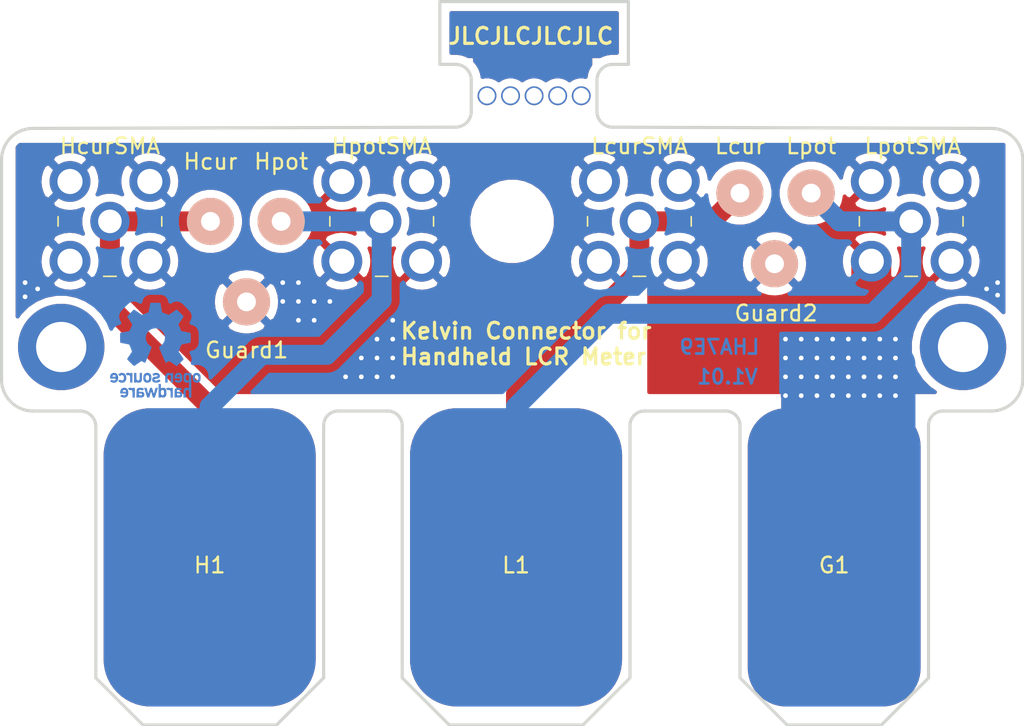
<source format=kicad_pcb>
(kicad_pcb (version 20171130) (host pcbnew "(5.1.4)-1")

  (general
    (thickness 1)
    (drawings 53)
    (tracks 117)
    (zones 0)
    (modules 17)
    (nets 6)
  )

  (page A4)
  (title_block
    (title "Kelvin Connector for Handheld LCR Meter")
    (rev 1.01)
    (comment 1 LHA7E9)
  )

  (layers
    (0 F.Cu signal)
    (31 B.Cu signal)
    (32 B.Adhes user hide)
    (33 F.Adhes user hide)
    (34 B.Paste user hide)
    (35 F.Paste user hide)
    (36 B.SilkS user hide)
    (37 F.SilkS user hide)
    (38 B.Mask user hide)
    (39 F.Mask user hide)
    (40 Dwgs.User user hide)
    (41 Cmts.User user hide)
    (42 Eco1.User user hide)
    (43 Eco2.User user hide)
    (44 Edge.Cuts user)
    (45 Margin user hide)
    (46 B.CrtYd user hide)
    (47 F.CrtYd user hide)
    (48 B.Fab user hide)
    (49 F.Fab user hide)
  )

  (setup
    (last_trace_width 0.25)
    (user_trace_width 0.127)
    (user_trace_width 0.254)
    (user_trace_width 0.381)
    (user_trace_width 0.508)
    (user_trace_width 0.635)
    (user_trace_width 1.27)
    (user_trace_width 1.905)
    (user_trace_width 2.54)
    (user_trace_width 5.08)
    (trace_clearance 0.2)
    (zone_clearance 0.508)
    (zone_45_only no)
    (trace_min 0.127)
    (via_size 0.8)
    (via_drill 0.4)
    (via_min_size 0.6)
    (via_min_drill 0.3)
    (user_via 0.6 0.3)
    (uvia_size 0.3)
    (uvia_drill 0.1)
    (uvias_allowed no)
    (uvia_min_size 0.2)
    (uvia_min_drill 0.1)
    (edge_width 0.2)
    (segment_width 0.2032)
    (pcb_text_width 0.2032)
    (pcb_text_size 1.016 1.016)
    (mod_edge_width 0.2032)
    (mod_text_size 1.016 1.016)
    (mod_text_width 0.2032)
    (pad_size 2.6 2.6)
    (pad_drill 1.6)
    (pad_to_mask_clearance 0.127)
    (solder_mask_min_width 0.127)
    (aux_axis_origin 0 0)
    (visible_elements 7FFFEFFF)
    (pcbplotparams
      (layerselection 0x010e0_ffffffff)
      (usegerberextensions false)
      (usegerberattributes false)
      (usegerberadvancedattributes false)
      (creategerberjobfile false)
      (excludeedgelayer true)
      (linewidth 0.100000)
      (plotframeref false)
      (viasonmask false)
      (mode 1)
      (useauxorigin false)
      (hpglpennumber 1)
      (hpglpenspeed 20)
      (hpglpendiameter 15.000000)
      (psnegative false)
      (psa4output false)
      (plotreference true)
      (plotvalue true)
      (plotinvisibletext false)
      (padsonsilk false)
      (subtractmaskfromsilk false)
      (outputformat 1)
      (mirror false)
      (drillshape 0)
      (scaleselection 1)
      (outputdirectory "Gerber/"))
  )

  (net 0 "")
  (net 1 guard)
  (net 2 Hcur)
  (net 3 Hpot)
  (net 4 Lpot)
  (net 5 Lcur)

  (net_class Default "This is the default net class."
    (clearance 0.2)
    (trace_width 0.25)
    (via_dia 0.8)
    (via_drill 0.4)
    (uvia_dia 0.3)
    (uvia_drill 0.1)
    (add_net Hcur)
    (add_net Hpot)
    (add_net Lcur)
    (add_net Lpot)
    (add_net guard)
  )

  (module digikey-footprints:RF_SMA_RightAngle_5-1814400-1 (layer F.Cu) (tedit 5A4BE44C) (tstamp 5D53BA40)
    (at 222.7 93)
    (descr http://www.te.com/commerce/DocumentDelivery/DDEController?Action=srchrtrv&DocNm=1814400&DocType=Customer+Drawing&DocLang=English)
    (path /5D55E2C5)
    (fp_text reference LcurSMA (at 0 -4.8) (layer F.SilkS)
      (effects (font (size 1 1) (thickness 0.15)))
    )
    (fp_text value 5-1814400-1 (at 0 6.27) (layer F.Fab) hide
      (effects (font (size 1 1) (thickness 0.15)))
    )
    (fp_line (start -3.15 3.34) (end 3.15 3.34) (layer F.Fab) (width 0.1))
    (fp_line (start -3.15 -10.86) (end -3.15 3.34) (layer F.Fab) (width 0.1))
    (fp_line (start 3.15 -10.86) (end 3.15 3.34) (layer F.Fab) (width 0.1))
    (fp_line (start -3.15 -10.86) (end 3.15 -10.86) (layer F.Fab) (width 0.1))
    (fp_text user %R (at 0 -4.48) (layer F.Fab) hide
      (effects (font (size 1 1) (thickness 0.15)))
    )
    (fp_line (start 0 3.5) (end 0.4 3.5) (layer F.SilkS) (width 0.1))
    (fp_line (start 0 3.5) (end -0.4 3.5) (layer F.SilkS) (width 0.1))
    (fp_line (start -3.3 0.3) (end -3.3 -0.3) (layer F.SilkS) (width 0.1))
    (fp_line (start 3.3 0.3) (end 3.3 -0.3) (layer F.SilkS) (width 0.1))
    (fp_line (start 4.09 -3.9) (end -4.09 -3.9) (layer F.CrtYd) (width 0.05))
    (fp_line (start 4.09 -3.9) (end 4.09 4.09) (layer F.CrtYd) (width 0.05))
    (fp_line (start -4.09 -3.9) (end -4.09 4.09) (layer F.CrtYd) (width 0.05))
    (fp_line (start 4.09 4.09) (end -4.09 4.09) (layer F.CrtYd) (width 0.05))
    (pad 1 thru_hole circle (at 0 0) (size 2.5 2.5) (drill 1.5) (layers *.Cu *.Mask)
      (net 5 Lcur))
    (pad 2 thru_hole circle (at 2.54 -2.54) (size 2.6 2.6) (drill 1.6) (layers *.Cu *.Mask)
      (net 1 guard))
    (pad 2 thru_hole circle (at 2.54 2.54) (size 2.6 2.6) (drill 1.6) (layers *.Cu *.Mask)
      (net 1 guard))
    (pad 2 thru_hole circle (at -2.54 -2.54) (size 2.6 2.6) (drill 1.6) (layers *.Cu *.Mask)
      (net 1 guard))
    (pad 2 thru_hole circle (at -2.54 2.54) (size 2.6 2.6) (drill 1.6) (layers *.Cu *.Mask)
      (net 1 guard))
  )

  (module Symbol:OSHW-Logo_5.7x6mm_Copper (layer B.Cu) (tedit 5D53F7A1) (tstamp 5D546969)
    (at 191.9 101.2 180)
    (descr "Open Source Hardware Logo")
    (tags "Logo OSHW")
    (solder_mask_margin 2.54)
    (attr smd)
    (fp_text reference REF** (at 0.1 -0.8 180) (layer B.SilkS) hide
      (effects (font (size 1 1) (thickness 0.15)) (justify mirror))
    )
    (fp_text value OSHW-Logo_5.7x6mm_Copper (at 0.75 0 180) (layer B.Fab) hide
      (effects (font (size 1 1) (thickness 0.15)) (justify mirror))
    )
    (fp_poly (pts (xy -1.908759 -1.469184) (xy -1.882247 -1.482282) (xy -1.849553 -1.505106) (xy -1.825725 -1.529996)
      (xy -1.809406 -1.561249) (xy -1.79924 -1.603166) (xy -1.793872 -1.660044) (xy -1.791944 -1.736184)
      (xy -1.791831 -1.768917) (xy -1.792161 -1.840656) (xy -1.793527 -1.891927) (xy -1.7965 -1.927404)
      (xy -1.801649 -1.951763) (xy -1.809543 -1.96968) (xy -1.817757 -1.981902) (xy -1.870187 -2.033905)
      (xy -1.93193 -2.065184) (xy -1.998536 -2.074592) (xy -2.065558 -2.06098) (xy -2.086792 -2.051354)
      (xy -2.137624 -2.024859) (xy -2.137624 -2.440052) (xy -2.100525 -2.420868) (xy -2.051643 -2.406025)
      (xy -1.991561 -2.402222) (xy -1.931564 -2.409243) (xy -1.886256 -2.425013) (xy -1.848675 -2.455047)
      (xy -1.816564 -2.498024) (xy -1.81415 -2.502436) (xy -1.803967 -2.523221) (xy -1.79653 -2.54417)
      (xy -1.791411 -2.569548) (xy -1.788181 -2.603618) (xy -1.786413 -2.650641) (xy -1.785677 -2.714882)
      (xy -1.785544 -2.787176) (xy -1.785544 -3.017822) (xy -1.923861 -3.017822) (xy -1.923861 -2.592533)
      (xy -1.962549 -2.559979) (xy -2.002738 -2.53394) (xy -2.040797 -2.529205) (xy -2.079066 -2.541389)
      (xy -2.099462 -2.55332) (xy -2.114642 -2.570313) (xy -2.125438 -2.595995) (xy -2.132683 -2.633991)
      (xy -2.137208 -2.687926) (xy -2.139844 -2.761425) (xy -2.140772 -2.810347) (xy -2.143911 -3.011535)
      (xy -2.209926 -3.015336) (xy -2.27594 -3.019136) (xy -2.27594 -1.77065) (xy -2.137624 -1.77065)
      (xy -2.134097 -1.840254) (xy -2.122215 -1.888569) (xy -2.10002 -1.918631) (xy -2.065559 -1.933471)
      (xy -2.030742 -1.936436) (xy -1.991329 -1.933028) (xy -1.965171 -1.919617) (xy -1.948814 -1.901896)
      (xy -1.935937 -1.882835) (xy -1.928272 -1.861601) (xy -1.924861 -1.831849) (xy -1.924749 -1.787236)
      (xy -1.925897 -1.74988) (xy -1.928532 -1.693604) (xy -1.932456 -1.656658) (xy -1.939063 -1.633223)
      (xy -1.949749 -1.61748) (xy -1.959833 -1.60838) (xy -2.00197 -1.588537) (xy -2.05184 -1.585332)
      (xy -2.080476 -1.592168) (xy -2.108828 -1.616464) (xy -2.127609 -1.663728) (xy -2.136712 -1.733624)
      (xy -2.137624 -1.77065) (xy -2.27594 -1.77065) (xy -2.27594 -1.458614) (xy -2.206782 -1.458614)
      (xy -2.16526 -1.460256) (xy -2.143838 -1.466087) (xy -2.137626 -1.477461) (xy -2.137624 -1.477798)
      (xy -2.134742 -1.488938) (xy -2.12203 -1.487673) (xy -2.096757 -1.475433) (xy -2.037869 -1.456707)
      (xy -1.971615 -1.454739) (xy -1.908759 -1.469184)) (layer B.Cu) (width 0.01))
    (fp_poly (pts (xy -1.38421 -2.406555) (xy -1.325055 -2.422339) (xy -1.280023 -2.450948) (xy -1.248246 -2.488419)
      (xy -1.238366 -2.504411) (xy -1.231073 -2.521163) (xy -1.225974 -2.542592) (xy -1.222679 -2.572616)
      (xy -1.220797 -2.615154) (xy -1.219937 -2.674122) (xy -1.219707 -2.75344) (xy -1.219703 -2.774484)
      (xy -1.219703 -3.017822) (xy -1.280059 -3.017822) (xy -1.318557 -3.015126) (xy -1.347023 -3.008295)
      (xy -1.354155 -3.004083) (xy -1.373652 -2.996813) (xy -1.393566 -3.004083) (xy -1.426353 -3.01316)
      (xy -1.473978 -3.016813) (xy -1.526764 -3.015228) (xy -1.575036 -3.008589) (xy -1.603218 -3.000072)
      (xy -1.657753 -2.965063) (xy -1.691835 -2.916479) (xy -1.707157 -2.851882) (xy -1.707299 -2.850223)
      (xy -1.705955 -2.821566) (xy -1.584356 -2.821566) (xy -1.573726 -2.854161) (xy -1.55641 -2.872505)
      (xy -1.521652 -2.886379) (xy -1.475773 -2.891917) (xy -1.428988 -2.889191) (xy -1.391514 -2.878274)
      (xy -1.381015 -2.871269) (xy -1.362668 -2.838904) (xy -1.35802 -2.802111) (xy -1.35802 -2.753763)
      (xy -1.427582 -2.753763) (xy -1.493667 -2.75885) (xy -1.543764 -2.773263) (xy -1.574929 -2.795729)
      (xy -1.584356 -2.821566) (xy -1.705955 -2.821566) (xy -1.703987 -2.779647) (xy -1.68071 -2.723845)
      (xy -1.636948 -2.681647) (xy -1.630899 -2.677808) (xy -1.604907 -2.665309) (xy -1.572735 -2.65774)
      (xy -1.52776 -2.654061) (xy -1.474331 -2.653216) (xy -1.35802 -2.653169) (xy -1.35802 -2.604411)
      (xy -1.362953 -2.566581) (xy -1.375543 -2.541236) (xy -1.377017 -2.539887) (xy -1.405034 -2.5288)
      (xy -1.447326 -2.524503) (xy -1.494064 -2.526615) (xy -1.535418 -2.534756) (xy -1.559957 -2.546965)
      (xy -1.573253 -2.556746) (xy -1.587294 -2.558613) (xy -1.606671 -2.5506) (xy -1.635976 -2.530739)
      (xy -1.679803 -2.497063) (xy -1.683825 -2.493909) (xy -1.681764 -2.482236) (xy -1.664568 -2.462822)
      (xy -1.638433 -2.441248) (xy -1.609552 -2.423096) (xy -1.600478 -2.418809) (xy -1.56738 -2.410256)
      (xy -1.51888 -2.404155) (xy -1.464695 -2.401708) (xy -1.462161 -2.401703) (xy -1.38421 -2.406555)) (layer B.Mask) (width 0.01))
    (fp_poly (pts (xy -0.993356 -2.40302) (xy -0.974539 -2.40866) (xy -0.968473 -2.421053) (xy -0.968218 -2.426647)
      (xy -0.967129 -2.44223) (xy -0.959632 -2.444676) (xy -0.939381 -2.433993) (xy -0.927351 -2.426694)
      (xy -0.8894 -2.411063) (xy -0.844072 -2.403334) (xy -0.796544 -2.40274) (xy -0.751995 -2.408513)
      (xy -0.715602 -2.419884) (xy -0.692543 -2.436088) (xy -0.687996 -2.456355) (xy -0.690291 -2.461843)
      (xy -0.70702 -2.484626) (xy -0.732963 -2.512647) (xy -0.737655 -2.517177) (xy -0.762383 -2.538005)
      (xy -0.783718 -2.544735) (xy -0.813555 -2.540038) (xy -0.825508 -2.536917) (xy -0.862705 -2.529421)
      (xy -0.888859 -2.532792) (xy -0.910946 -2.544681) (xy -0.931178 -2.560635) (xy -0.946079 -2.5807)
      (xy -0.956434 -2.608702) (xy -0.963029 -2.648467) (xy -0.966649 -2.703823) (xy -0.968078 -2.778594)
      (xy -0.968218 -2.82374) (xy -0.968218 -3.017822) (xy -1.09396 -3.017822) (xy -1.09396 -2.401683)
      (xy -1.031089 -2.401683) (xy -0.993356 -2.40302)) (layer B.Cu) (width 0.01))
    (fp_poly (pts (xy -0.201188 -3.017822) (xy -0.270346 -3.017822) (xy -0.310488 -3.016645) (xy -0.331394 -3.011772)
      (xy -0.338922 -3.001186) (xy -0.339505 -2.994029) (xy -0.340774 -2.979676) (xy -0.348779 -2.976923)
      (xy -0.369815 -2.985771) (xy -0.386173 -2.994029) (xy -0.448977 -3.013597) (xy -0.517248 -3.014729)
      (xy -0.572752 -3.000135) (xy -0.624438 -2.964877) (xy -0.663838 -2.912835) (xy -0.685413 -2.85145)
      (xy -0.685962 -2.848018) (xy -0.689167 -2.810571) (xy -0.690761 -2.756813) (xy -0.690633 -2.716155)
      (xy -0.553279 -2.716155) (xy -0.550097 -2.770194) (xy -0.542859 -2.814735) (xy -0.53306 -2.839888)
      (xy -0.495989 -2.87426) (xy -0.451974 -2.886582) (xy -0.406584 -2.876618) (xy -0.367797 -2.846895)
      (xy -0.353108 -2.826905) (xy -0.344519 -2.80305) (xy -0.340496 -2.76823) (xy -0.339505 -2.71593)
      (xy -0.341278 -2.664139) (xy -0.345963 -2.618634) (xy -0.352603 -2.588181) (xy -0.35371 -2.585452)
      (xy -0.380491 -2.553) (xy -0.419579 -2.535183) (xy -0.463315 -2.532306) (xy -0.504038 -2.544674)
      (xy -0.534087 -2.572593) (xy -0.537204 -2.578148) (xy -0.546961 -2.612022) (xy -0.552277 -2.660728)
      (xy -0.553279 -2.716155) (xy -0.690633 -2.716155) (xy -0.690568 -2.69554) (xy -0.689664 -2.662563)
      (xy -0.683514 -2.580981) (xy -0.670733 -2.51973) (xy -0.649471 -2.474449) (xy -0.617878 -2.440779)
      (xy -0.587207 -2.421014) (xy -0.544354 -2.40712) (xy -0.491056 -2.402354) (xy -0.43648 -2.406236)
      (xy -0.389792 -2.418282) (xy -0.365124 -2.432693) (xy -0.339505 -2.455878) (xy -0.339505 -2.162773)
      (xy -0.201188 -2.162773) (xy -0.201188 -3.017822)) (layer B.Cu) (width 0.01))
    (fp_poly (pts (xy 0.281524 -2.404237) (xy 0.331255 -2.407971) (xy 0.461291 -2.797773) (xy 0.481678 -2.728614)
      (xy 0.493946 -2.685874) (xy 0.510085 -2.628115) (xy 0.527512 -2.564625) (xy 0.536726 -2.53057)
      (xy 0.571388 -2.401683) (xy 0.714391 -2.401683) (xy 0.671646 -2.536857) (xy 0.650596 -2.603342)
      (xy 0.625167 -2.683539) (xy 0.59861 -2.767193) (xy 0.574902 -2.841782) (xy 0.520902 -3.011535)
      (xy 0.462598 -3.015328) (xy 0.404295 -3.019122) (xy 0.372679 -2.914734) (xy 0.353182 -2.849889)
      (xy 0.331904 -2.7784) (xy 0.313308 -2.715263) (xy 0.312574 -2.71275) (xy 0.298684 -2.669969)
      (xy 0.286429 -2.640779) (xy 0.277846 -2.629741) (xy 0.276082 -2.631018) (xy 0.269891 -2.64813)
      (xy 0.258128 -2.684787) (xy 0.242225 -2.736378) (xy 0.223614 -2.798294) (xy 0.213543 -2.832352)
      (xy 0.159007 -3.017822) (xy 0.043264 -3.017822) (xy -0.049263 -2.725471) (xy -0.075256 -2.643462)
      (xy -0.098934 -2.568987) (xy -0.11918 -2.505544) (xy -0.134874 -2.456632) (xy -0.144898 -2.425749)
      (xy -0.147945 -2.416726) (xy -0.145533 -2.407487) (xy -0.126592 -2.403441) (xy -0.087177 -2.403846)
      (xy -0.081007 -2.404152) (xy -0.007914 -2.407971) (xy 0.039957 -2.58401) (xy 0.057553 -2.648211)
      (xy 0.073277 -2.704649) (xy 0.085746 -2.748422) (xy 0.093574 -2.77463) (xy 0.09502 -2.778903)
      (xy 0.101014 -2.77399) (xy 0.113101 -2.748532) (xy 0.129893 -2.705997) (xy 0.150003 -2.64985)
      (xy 0.167003 -2.59913) (xy 0.231794 -2.400504) (xy 0.281524 -2.404237)) (layer B.Mask) (width 0.01))
    (fp_poly (pts (xy 1.038411 -2.405417) (xy 1.091411 -2.41829) (xy 1.106731 -2.42511) (xy 1.136428 -2.442974)
      (xy 1.15922 -2.463093) (xy 1.176083 -2.488962) (xy 1.187998 -2.524073) (xy 1.195942 -2.57192)
      (xy 1.200894 -2.635996) (xy 1.203831 -2.719794) (xy 1.204947 -2.775768) (xy 1.209052 -3.017822)
      (xy 1.138932 -3.017822) (xy 1.096393 -3.016038) (xy 1.074476 -3.009942) (xy 1.068812 -2.999706)
      (xy 1.065821 -2.988637) (xy 1.052451 -2.990754) (xy 1.034233 -2.999629) (xy 0.988624 -3.013233)
      (xy 0.930007 -3.016899) (xy 0.868354 -3.010903) (xy 0.813638 -2.995521) (xy 0.80873 -2.993386)
      (xy 0.758723 -2.958255) (xy 0.725756 -2.909419) (xy 0.710587 -2.852333) (xy 0.711746 -2.831824)
      (xy 0.835508 -2.831824) (xy 0.846413 -2.859425) (xy 0.878745 -2.879204) (xy 0.93091 -2.889819)
      (xy 0.958787 -2.891228) (xy 1.005247 -2.88762) (xy 1.036129 -2.873597) (xy 1.043664 -2.866931)
      (xy 1.064076 -2.830666) (xy 1.068812 -2.797773) (xy 1.068812 -2.753763) (xy 1.007513 -2.753763)
      (xy 0.936256 -2.757395) (xy 0.886276 -2.768818) (xy 0.854696 -2.788824) (xy 0.847626 -2.797743)
      (xy 0.835508 -2.831824) (xy 0.711746 -2.831824) (xy 0.713971 -2.792456) (xy 0.736663 -2.735244)
      (xy 0.767624 -2.69658) (xy 0.786376 -2.679864) (xy 0.804733 -2.668878) (xy 0.828619 -2.66218)
      (xy 0.863957 -2.658326) (xy 0.916669 -2.655873) (xy 0.937577 -2.655168) (xy 1.068812 -2.650879)
      (xy 1.06862 -2.611158) (xy 1.063537 -2.569405) (xy 1.045162 -2.544158) (xy 1.008039 -2.52803)
      (xy 1.007043 -2.527742) (xy 0.95441 -2.5214) (xy 0.902906 -2.529684) (xy 0.86463 -2.549827)
      (xy 0.849272 -2.559773) (xy 0.83273 -2.558397) (xy 0.807275 -2.543987) (xy 0.792328 -2.533817)
      (xy 0.763091 -2.512088) (xy 0.74498 -2.4958) (xy 0.742074 -2.491137) (xy 0.75404 -2.467005)
      (xy 0.789396 -2.438185) (xy 0.804753 -2.428461) (xy 0.848901 -2.411714) (xy 0.908398 -2.402227)
      (xy 0.974487 -2.400095) (xy 1.038411 -2.405417)) (layer B.Mask) (width 0.01))
    (fp_poly (pts (xy 1.635255 -2.401486) (xy 1.683595 -2.411015) (xy 1.711114 -2.425125) (xy 1.740064 -2.448568)
      (xy 1.698876 -2.500571) (xy 1.673482 -2.532064) (xy 1.656238 -2.547428) (xy 1.639102 -2.549776)
      (xy 1.614027 -2.542217) (xy 1.602257 -2.537941) (xy 1.55427 -2.531631) (xy 1.510324 -2.545156)
      (xy 1.47806 -2.57571) (xy 1.472819 -2.585452) (xy 1.467112 -2.611258) (xy 1.462706 -2.658817)
      (xy 1.459811 -2.724758) (xy 1.458631 -2.80571) (xy 1.458614 -2.817226) (xy 1.458614 -3.017822)
      (xy 1.320297 -3.017822) (xy 1.320297 -2.401683) (xy 1.389456 -2.401683) (xy 1.429333 -2.402725)
      (xy 1.450107 -2.407358) (xy 1.457789 -2.417849) (xy 1.458614 -2.427745) (xy 1.458614 -2.453806)
      (xy 1.491745 -2.427745) (xy 1.529735 -2.409965) (xy 1.58077 -2.401174) (xy 1.635255 -2.401486)) (layer B.Mask) (width 0.01))
    (fp_poly (pts (xy 2.032581 -2.40497) (xy 2.092685 -2.420597) (xy 2.143021 -2.452848) (xy 2.167393 -2.47694)
      (xy 2.207345 -2.533895) (xy 2.230242 -2.599965) (xy 2.238108 -2.681182) (xy 2.238148 -2.687748)
      (xy 2.238218 -2.753763) (xy 1.858264 -2.753763) (xy 1.866363 -2.788342) (xy 1.880987 -2.819659)
      (xy 1.906581 -2.852291) (xy 1.911935 -2.8575) (xy 1.957943 -2.885694) (xy 2.01041 -2.890475)
      (xy 2.070803 -2.871926) (xy 2.08104 -2.866931) (xy 2.112439 -2.851745) (xy 2.13347 -2.843094)
      (xy 2.137139 -2.842293) (xy 2.149948 -2.850063) (xy 2.174378 -2.869072) (xy 2.186779 -2.87946)
      (xy 2.212476 -2.903321) (xy 2.220915 -2.919077) (xy 2.215058 -2.933571) (xy 2.211928 -2.937534)
      (xy 2.190725 -2.954879) (xy 2.155738 -2.975959) (xy 2.131337 -2.988265) (xy 2.062072 -3.009946)
      (xy 1.985388 -3.016971) (xy 1.912765 -3.008647) (xy 1.892426 -3.002686) (xy 1.829476 -2.968952)
      (xy 1.782815 -2.917045) (xy 1.752173 -2.846459) (xy 1.737282 -2.756692) (xy 1.735647 -2.709753)
      (xy 1.740421 -2.641413) (xy 1.86099 -2.641413) (xy 1.872652 -2.646465) (xy 1.903998 -2.650429)
      (xy 1.949571 -2.652768) (xy 1.980446 -2.653169) (xy 2.035981 -2.652783) (xy 2.071033 -2.650975)
      (xy 2.090262 -2.646773) (xy 2.09833 -2.639203) (xy 2.099901 -2.628218) (xy 2.089121 -2.594381)
      (xy 2.06198 -2.56094) (xy 2.026277 -2.535272) (xy 1.99056 -2.524772) (xy 1.942048 -2.534086)
      (xy 1.900053 -2.561013) (xy 1.870936 -2.599827) (xy 1.86099 -2.641413) (xy 1.740421 -2.641413)
      (xy 1.742599 -2.610236) (xy 1.764055 -2.530949) (xy 1.80047 -2.471263) (xy 1.852297 -2.430549)
      (xy 1.91999 -2.408179) (xy 1.956662 -2.403871) (xy 2.032581 -2.40497)) (layer B.Mask) (width 0.01))
    (fp_poly (pts (xy -2.538261 -1.465148) (xy -2.472479 -1.494231) (xy -2.42254 -1.542793) (xy -2.388374 -1.610908)
      (xy -2.369907 -1.698651) (xy -2.368583 -1.712351) (xy -2.367546 -1.808939) (xy -2.380993 -1.893602)
      (xy -2.408108 -1.962221) (xy -2.422627 -1.984294) (xy -2.473201 -2.031011) (xy -2.537609 -2.061268)
      (xy -2.609666 -2.073824) (xy -2.683185 -2.067439) (xy -2.739072 -2.047772) (xy -2.787132 -2.014629)
      (xy -2.826412 -1.971175) (xy -2.827092 -1.970158) (xy -2.843044 -1.943338) (xy -2.85341 -1.916368)
      (xy -2.859688 -1.882332) (xy -2.863373 -1.83431) (xy -2.864997 -1.794931) (xy -2.865672 -1.759219)
      (xy -2.739955 -1.759219) (xy -2.738726 -1.79477) (xy -2.734266 -1.842094) (xy -2.726397 -1.872465)
      (xy -2.712207 -1.894072) (xy -2.698917 -1.906694) (xy -2.651802 -1.933122) (xy -2.602505 -1.936653)
      (xy -2.556593 -1.917639) (xy -2.533638 -1.896331) (xy -2.517096 -1.874859) (xy -2.507421 -1.854313)
      (xy -2.503174 -1.827574) (xy -2.50292 -1.787523) (xy -2.504228 -1.750638) (xy -2.507043 -1.697947)
      (xy -2.511505 -1.663772) (xy -2.519548 -1.64148) (xy -2.533103 -1.624442) (xy -2.543845 -1.614703)
      (xy -2.588777 -1.589123) (xy -2.637249 -1.587847) (xy -2.677894 -1.602999) (xy -2.712567 -1.634642)
      (xy -2.733224 -1.68662) (xy -2.739955 -1.759219) (xy -2.865672 -1.759219) (xy -2.866479 -1.716621)
      (xy -2.863948 -1.658056) (xy -2.856362 -1.614007) (xy -2.842681 -1.579248) (xy -2.821865 -1.548551)
      (xy -2.814147 -1.539436) (xy -2.765889 -1.494021) (xy -2.714128 -1.467493) (xy -2.650828 -1.456379)
      (xy -2.619961 -1.455471) (xy -2.538261 -1.465148)) (layer B.Mask) (width 0.01))
    (fp_poly (pts (xy -1.356699 -1.472614) (xy -1.344168 -1.478514) (xy -1.300799 -1.510283) (xy -1.25979 -1.556646)
      (xy -1.229168 -1.607696) (xy -1.220459 -1.631166) (xy -1.212512 -1.673091) (xy -1.207774 -1.723757)
      (xy -1.207199 -1.744679) (xy -1.207129 -1.810693) (xy -1.587083 -1.810693) (xy -1.578983 -1.845273)
      (xy -1.559104 -1.88617) (xy -1.524347 -1.921514) (xy -1.482998 -1.944282) (xy -1.456649 -1.94901)
      (xy -1.420916 -1.943273) (xy -1.378282 -1.928882) (xy -1.363799 -1.922262) (xy -1.31024 -1.895513)
      (xy -1.264533 -1.930376) (xy -1.238158 -1.953955) (xy -1.224124 -1.973417) (xy -1.223414 -1.979129)
      (xy -1.235951 -1.992973) (xy -1.263428 -2.014012) (xy -1.288366 -2.030425) (xy -1.355664 -2.05993)
      (xy -1.43111 -2.073284) (xy -1.505888 -2.069812) (xy -1.565495 -2.051663) (xy -1.626941 -2.012784)
      (xy -1.670608 -1.961595) (xy -1.697926 -1.895367) (xy -1.710322 -1.811371) (xy -1.711421 -1.772936)
      (xy -1.707022 -1.684861) (xy -1.706482 -1.682299) (xy -1.580582 -1.682299) (xy -1.577115 -1.690558)
      (xy -1.562863 -1.695113) (xy -1.53347 -1.697065) (xy -1.484575 -1.697517) (xy -1.465748 -1.697525)
      (xy -1.408467 -1.696843) (xy -1.372141 -1.694364) (xy -1.352604 -1.689443) (xy -1.34569 -1.681434)
      (xy -1.345445 -1.678862) (xy -1.353336 -1.658423) (xy -1.373085 -1.629789) (xy -1.381575 -1.619763)
      (xy -1.413094 -1.591408) (xy -1.445949 -1.580259) (xy -1.463651 -1.579327) (xy -1.511539 -1.590981)
      (xy -1.551699 -1.622285) (xy -1.577173 -1.667752) (xy -1.577625 -1.669233) (xy -1.580582 -1.682299)
      (xy -1.706482 -1.682299) (xy -1.692392 -1.61551) (xy -1.666038 -1.560025) (xy -1.633807 -1.520639)
      (xy -1.574217 -1.477931) (xy -1.504168 -1.455109) (xy -1.429661 -1.453046) (xy -1.356699 -1.472614)) (layer B.Mask) (width 0.01))
    (fp_poly (pts (xy 0.014017 -1.456452) (xy 0.061634 -1.465482) (xy 0.111034 -1.48437) (xy 0.116312 -1.486777)
      (xy 0.153774 -1.506476) (xy 0.179717 -1.524781) (xy 0.188103 -1.536508) (xy 0.180117 -1.555632)
      (xy 0.16072 -1.58385) (xy 0.15211 -1.594384) (xy 0.116628 -1.635847) (xy 0.070885 -1.608858)
      (xy 0.02735 -1.590878) (xy -0.02295 -1.581267) (xy -0.071188 -1.58066) (xy -0.108533 -1.589691)
      (xy -0.117495 -1.595327) (xy -0.134563 -1.621171) (xy -0.136637 -1.650941) (xy -0.123866 -1.674197)
      (xy -0.116312 -1.678708) (xy -0.093675 -1.684309) (xy -0.053885 -1.690892) (xy -0.004834 -1.697183)
      (xy 0.004215 -1.69817) (xy 0.082996 -1.711798) (xy 0.140136 -1.734946) (xy 0.17803 -1.769752)
      (xy 0.199079 -1.818354) (xy 0.205635 -1.877718) (xy 0.196577 -1.945198) (xy 0.167164 -1.998188)
      (xy 0.117278 -2.036783) (xy 0.0468 -2.061081) (xy -0.031435 -2.070667) (xy -0.095234 -2.070552)
      (xy -0.146984 -2.061845) (xy -0.182327 -2.049825) (xy -0.226983 -2.02888) (xy -0.268253 -2.004574)
      (xy -0.282921 -1.993876) (xy -0.320643 -1.963084) (xy -0.275148 -1.917049) (xy -0.229653 -1.871013)
      (xy -0.177928 -1.905243) (xy -0.126048 -1.930952) (xy -0.070649 -1.944399) (xy -0.017395 -1.945818)
      (xy 0.028049 -1.935443) (xy 0.060016 -1.913507) (xy 0.070338 -1.894998) (xy 0.068789 -1.865314)
      (xy 0.04314 -1.842615) (xy -0.00654 -1.82694) (xy -0.060969 -1.819695) (xy -0.144736 -1.805873)
      (xy -0.206967 -1.779796) (xy -0.248493 -1.740699) (xy -0.270147 -1.68782) (xy -0.273147 -1.625126)
      (xy -0.258329 -1.559642) (xy -0.224546 -1.510144) (xy -0.171495 -1.476408) (xy -0.098874 -1.458207)
      (xy -0.045072 -1.454639) (xy 0.014017 -1.456452)) (layer B.Mask) (width 0.01))
    (fp_poly (pts (xy 0.610762 -1.466055) (xy 0.674363 -1.500692) (xy 0.724123 -1.555372) (xy 0.747568 -1.599842)
      (xy 0.757634 -1.639121) (xy 0.764156 -1.695116) (xy 0.766951 -1.759621) (xy 0.765836 -1.824429)
      (xy 0.760626 -1.881334) (xy 0.754541 -1.911727) (xy 0.734014 -1.953306) (xy 0.698463 -1.997468)
      (xy 0.655619 -2.036087) (xy 0.613211 -2.061034) (xy 0.612177 -2.06143) (xy 0.559553 -2.072331)
      (xy 0.497188 -2.072601) (xy 0.437924 -2.062676) (xy 0.41504 -2.054722) (xy 0.356102 -2.0213)
      (xy 0.31389 -1.977511) (xy 0.286156 -1.919538) (xy 0.270651 -1.843565) (xy 0.267143 -1.803771)
      (xy 0.26759 -1.753766) (xy 0.402376 -1.753766) (xy 0.406917 -1.826732) (xy 0.419986 -1.882334)
      (xy 0.440756 -1.917861) (xy 0.455552 -1.92802) (xy 0.493464 -1.935104) (xy 0.538527 -1.933007)
      (xy 0.577487 -1.922812) (xy 0.587704 -1.917204) (xy 0.614659 -1.884538) (xy 0.632451 -1.834545)
      (xy 0.640024 -1.773705) (xy 0.636325 -1.708497) (xy 0.628057 -1.669253) (xy 0.60432 -1.623805)
      (xy 0.566849 -1.595396) (xy 0.52172 -1.585573) (xy 0.475011 -1.595887) (xy 0.439132 -1.621112)
      (xy 0.420277 -1.641925) (xy 0.409272 -1.662439) (xy 0.404026 -1.690203) (xy 0.402449 -1.732762)
      (xy 0.402376 -1.753766) (xy 0.26759 -1.753766) (xy 0.268094 -1.69758) (xy 0.285388 -1.610501)
      (xy 0.319029 -1.54253) (xy 0.369018 -1.493664) (xy 0.435356 -1.463899) (xy 0.449601 -1.460448)
      (xy 0.53521 -1.452345) (xy 0.610762 -1.466055)) (layer B.Mask) (width 0.01))
    (fp_poly (pts (xy 0.993367 -1.654342) (xy 0.994555 -1.746563) (xy 0.998897 -1.81661) (xy 1.007558 -1.867381)
      (xy 1.021704 -1.901772) (xy 1.0425 -1.922679) (xy 1.07111 -1.933) (xy 1.106535 -1.935636)
      (xy 1.143636 -1.932682) (xy 1.171818 -1.921889) (xy 1.192243 -1.90036) (xy 1.206079 -1.865199)
      (xy 1.214491 -1.81351) (xy 1.218643 -1.742394) (xy 1.219703 -1.654342) (xy 1.219703 -1.458614)
      (xy 1.35802 -1.458614) (xy 1.35802 -2.062179) (xy 1.288862 -2.062179) (xy 1.24717 -2.060489)
      (xy 1.225701 -2.054556) (xy 1.219703 -2.043293) (xy 1.216091 -2.033261) (xy 1.201714 -2.035383)
      (xy 1.172736 -2.04958) (xy 1.106319 -2.07148) (xy 1.035875 -2.069928) (xy 0.968377 -2.046147)
      (xy 0.936233 -2.027362) (xy 0.911715 -2.007022) (xy 0.893804 -1.981573) (xy 0.881479 -1.947458)
      (xy 0.873723 -1.901121) (xy 0.869516 -1.839007) (xy 0.86784 -1.757561) (xy 0.867624 -1.694578)
      (xy 0.867624 -1.458614) (xy 0.993367 -1.458614) (xy 0.993367 -1.654342)) (layer B.Mask) (width 0.01))
    (fp_poly (pts (xy 2.217226 -1.46388) (xy 2.29008 -1.49483) (xy 2.313027 -1.509895) (xy 2.342354 -1.533048)
      (xy 2.360764 -1.551253) (xy 2.363961 -1.557183) (xy 2.354935 -1.57034) (xy 2.331837 -1.592667)
      (xy 2.313344 -1.60825) (xy 2.262728 -1.648926) (xy 2.22276 -1.615295) (xy 2.191874 -1.593584)
      (xy 2.161759 -1.58609) (xy 2.127292 -1.58792) (xy 2.072561 -1.601528) (xy 2.034886 -1.629772)
      (xy 2.011991 -1.675433) (xy 2.001597 -1.741289) (xy 2.001595 -1.741331) (xy 2.002494 -1.814939)
      (xy 2.016463 -1.868946) (xy 2.044328 -1.905716) (xy 2.063325 -1.918168) (xy 2.113776 -1.933673)
      (xy 2.167663 -1.933683) (xy 2.214546 -1.918638) (xy 2.225644 -1.911287) (xy 2.253476 -1.892511)
      (xy 2.275236 -1.889434) (xy 2.298704 -1.903409) (xy 2.324649 -1.92851) (xy 2.365716 -1.97088)
      (xy 2.320121 -2.008464) (xy 2.249674 -2.050882) (xy 2.170233 -2.071785) (xy 2.087215 -2.070272)
      (xy 2.032694 -2.056411) (xy 1.96897 -2.022135) (xy 1.918005 -1.968212) (xy 1.894851 -1.930149)
      (xy 1.876099 -1.875536) (xy 1.866715 -1.806369) (xy 1.866643 -1.731407) (xy 1.875824 -1.659409)
      (xy 1.894199 -1.599137) (xy 1.897093 -1.592958) (xy 1.939952 -1.532351) (xy 1.997979 -1.488224)
      (xy 2.066591 -1.461493) (xy 2.141201 -1.453073) (xy 2.217226 -1.46388)) (layer B.Mask) (width 0.01))
    (fp_poly (pts (xy 2.677898 -1.456457) (xy 2.710096 -1.464279) (xy 2.771825 -1.492921) (xy 2.82461 -1.536667)
      (xy 2.861141 -1.589117) (xy 2.86616 -1.600893) (xy 2.873045 -1.63174) (xy 2.877864 -1.677371)
      (xy 2.879505 -1.723492) (xy 2.879505 -1.810693) (xy 2.697178 -1.810693) (xy 2.621979 -1.810978)
      (xy 2.569003 -1.812704) (xy 2.535325 -1.817181) (xy 2.51802 -1.82572) (xy 2.514163 -1.83963)
      (xy 2.520829 -1.860222) (xy 2.53277 -1.884315) (xy 2.56608 -1.924525) (xy 2.612368 -1.944558)
      (xy 2.668944 -1.943905) (xy 2.733031 -1.922101) (xy 2.788417 -1.895193) (xy 2.834375 -1.931532)
      (xy 2.880333 -1.967872) (xy 2.837096 -2.007819) (xy 2.779374 -2.045563) (xy 2.708386 -2.06832)
      (xy 2.632029 -2.074688) (xy 2.558199 -2.063268) (xy 2.546287 -2.059393) (xy 2.481399 -2.025506)
      (xy 2.43313 -1.974986) (xy 2.400465 -1.906325) (xy 2.382385 -1.818014) (xy 2.382175 -1.816121)
      (xy 2.380556 -1.719878) (xy 2.3871 -1.685542) (xy 2.514852 -1.685542) (xy 2.526584 -1.690822)
      (xy 2.558438 -1.694867) (xy 2.605397 -1.697176) (xy 2.635154 -1.697525) (xy 2.690648 -1.697306)
      (xy 2.725346 -1.695916) (xy 2.743601 -1.692251) (xy 2.749766 -1.68521) (xy 2.748195 -1.67369)
      (xy 2.746878 -1.669233) (xy 2.724382 -1.627355) (xy 2.689003 -1.593604) (xy 2.65778 -1.578773)
      (xy 2.616301 -1.579668) (xy 2.574269 -1.598164) (xy 2.539012 -1.628786) (xy 2.517854 -1.666062)
      (xy 2.514852 -1.685542) (xy 2.3871 -1.685542) (xy 2.39669 -1.635229) (xy 2.428698 -1.564191)
      (xy 2.474701 -1.508779) (xy 2.532821 -1.471009) (xy 2.60118 -1.452896) (xy 2.677898 -1.456457)) (layer B.Mask) (width 0.01))
    (fp_poly (pts (xy -0.754012 -1.469002) (xy -0.722717 -1.48395) (xy -0.692409 -1.505541) (xy -0.669318 -1.530391)
      (xy -0.6525 -1.562087) (xy -0.641006 -1.604214) (xy -0.633891 -1.660358) (xy -0.630207 -1.734106)
      (xy -0.629008 -1.829044) (xy -0.628989 -1.838985) (xy -0.628713 -2.062179) (xy -0.76703 -2.062179)
      (xy -0.76703 -1.856418) (xy -0.767128 -1.780189) (xy -0.767809 -1.724939) (xy -0.769651 -1.686501)
      (xy -0.773233 -1.660706) (xy -0.779132 -1.643384) (xy -0.787927 -1.630368) (xy -0.80018 -1.617507)
      (xy -0.843047 -1.589873) (xy -0.889843 -1.584745) (xy -0.934424 -1.602217) (xy -0.949928 -1.615221)
      (xy -0.96131 -1.627447) (xy -0.969481 -1.64054) (xy -0.974974 -1.658615) (xy -0.97832 -1.685787)
      (xy -0.980051 -1.72617) (xy -0.980697 -1.783879) (xy -0.980792 -1.854132) (xy -0.980792 -2.062179)
      (xy -1.119109 -2.062179) (xy -1.119109 -1.458614) (xy -1.04995 -1.458614) (xy -1.008428 -1.460256)
      (xy -0.987006 -1.466087) (xy -0.980795 -1.477461) (xy -0.980792 -1.477798) (xy -0.97791 -1.488938)
      (xy -0.965199 -1.487674) (xy -0.939926 -1.475434) (xy -0.882605 -1.457424) (xy -0.817037 -1.455421)
      (xy -0.754012 -1.469002)) (layer B.Mask) (width 0.01))
    (fp_poly (pts (xy 1.79946 -1.45803) (xy 1.842711 -1.471245) (xy 1.870558 -1.487941) (xy 1.879629 -1.501145)
      (xy 1.877132 -1.516797) (xy 1.860931 -1.541385) (xy 1.847232 -1.5588) (xy 1.818992 -1.590283)
      (xy 1.797775 -1.603529) (xy 1.779688 -1.602664) (xy 1.726035 -1.58901) (xy 1.68663 -1.58963)
      (xy 1.654632 -1.605104) (xy 1.64389 -1.614161) (xy 1.609505 -1.646027) (xy 1.609505 -2.062179)
      (xy 1.471188 -2.062179) (xy 1.471188 -1.458614) (xy 1.540347 -1.458614) (xy 1.581869 -1.460256)
      (xy 1.603291 -1.466087) (xy 1.609502 -1.477461) (xy 1.609505 -1.477798) (xy 1.612439 -1.489713)
      (xy 1.625704 -1.488159) (xy 1.644084 -1.479563) (xy 1.682046 -1.463568) (xy 1.712872 -1.453945)
      (xy 1.752536 -1.451478) (xy 1.79946 -1.45803)) (layer B.Mask) (width 0.01))
    (fp_poly (pts (xy 0.376964 2.709982) (xy 0.433812 2.40843) (xy 0.853338 2.235488) (xy 1.104984 2.406605)
      (xy 1.175458 2.45425) (xy 1.239163 2.49679) (xy 1.293126 2.532285) (xy 1.334373 2.55879)
      (xy 1.359934 2.574364) (xy 1.366895 2.577722) (xy 1.379435 2.569086) (xy 1.406231 2.545208)
      (xy 1.44428 2.509141) (xy 1.490579 2.463933) (xy 1.542123 2.412636) (xy 1.595909 2.358299)
      (xy 1.648935 2.303972) (xy 1.698195 2.252705) (xy 1.740687 2.207549) (xy 1.773407 2.171554)
      (xy 1.793351 2.14777) (xy 1.798119 2.13981) (xy 1.791257 2.125135) (xy 1.77202 2.092986)
      (xy 1.74243 2.046508) (xy 1.70451 1.988844) (xy 1.660282 1.92314) (xy 1.634654 1.885664)
      (xy 1.587941 1.817232) (xy 1.546432 1.75548) (xy 1.51214 1.703481) (xy 1.48708 1.664308)
      (xy 1.473264 1.641035) (xy 1.471188 1.636145) (xy 1.475895 1.622245) (xy 1.488723 1.58985)
      (xy 1.507738 1.543515) (xy 1.531003 1.487794) (xy 1.556584 1.427242) (xy 1.582545 1.366414)
      (xy 1.60695 1.309864) (xy 1.627863 1.262148) (xy 1.643349 1.227819) (xy 1.651472 1.211432)
      (xy 1.651952 1.210788) (xy 1.664707 1.207659) (xy 1.698677 1.200679) (xy 1.75034 1.190533)
      (xy 1.816176 1.177908) (xy 1.892664 1.163491) (xy 1.93729 1.155177) (xy 2.019021 1.139616)
      (xy 2.092843 1.124808) (xy 2.155021 1.111564) (xy 2.201822 1.100695) (xy 2.229509 1.093011)
      (xy 2.235074 1.090573) (xy 2.240526 1.07407) (xy 2.244924 1.0368) (xy 2.248272 0.98312)
      (xy 2.250574 0.917388) (xy 2.251832 0.843963) (xy 2.252048 0.767204) (xy 2.251227 0.691468)
      (xy 2.249371 0.621114) (xy 2.246482 0.5605) (xy 2.242565 0.513984) (xy 2.237622 0.485925)
      (xy 2.234657 0.480084) (xy 2.216934 0.473083) (xy 2.179381 0.463073) (xy 2.126964 0.451231)
      (xy 2.064652 0.438733) (xy 2.0429 0.43469) (xy 1.938024 0.41548) (xy 1.85518 0.400009)
      (xy 1.79163 0.387663) (xy 1.744637 0.377827) (xy 1.711463 0.369886) (xy 1.689371 0.363224)
      (xy 1.675624 0.357227) (xy 1.667484 0.351281) (xy 1.666345 0.350106) (xy 1.654977 0.331174)
      (xy 1.637635 0.294331) (xy 1.61605 0.244087) (xy 1.591954 0.184954) (xy 1.567079 0.121444)
      (xy 1.543157 0.058068) (xy 1.521919 -0.000662) (xy 1.505097 -0.050235) (xy 1.494422 -0.086139)
      (xy 1.491627 -0.103862) (xy 1.49186 -0.104483) (xy 1.501331 -0.11897) (xy 1.522818 -0.150844)
      (xy 1.554063 -0.196789) (xy 1.592807 -0.253485) (xy 1.636793 -0.317617) (xy 1.649319 -0.335842)
      (xy 1.693984 -0.401914) (xy 1.733288 -0.4622) (xy 1.765088 -0.513235) (xy 1.787245 -0.55156)
      (xy 1.797617 -0.573711) (xy 1.798119 -0.576432) (xy 1.789405 -0.590736) (xy 1.765325 -0.619072)
      (xy 1.728976 -0.658396) (xy 1.683453 -0.705661) (xy 1.631852 -0.757823) (xy 1.577267 -0.811835)
      (xy 1.522794 -0.864653) (xy 1.471529 -0.913231) (xy 1.426567 -0.954523) (xy 1.391004 -0.985485)
      (xy 1.367935 -1.00307) (xy 1.361554 -1.005941) (xy 1.346699 -0.999178) (xy 1.316286 -0.980939)
      (xy 1.275268 -0.954297) (xy 1.243709 -0.932852) (xy 1.186525 -0.893503) (xy 1.118806 -0.847171)
      (xy 1.05088 -0.800913) (xy 1.014361 -0.776155) (xy 0.890752 -0.692547) (xy 0.786991 -0.74865)
      (xy 0.73972 -0.773228) (xy 0.699523 -0.792331) (xy 0.672326 -0.803227) (xy 0.665402 -0.804743)
      (xy 0.657077 -0.793549) (xy 0.640654 -0.761917) (xy 0.617357 -0.712765) (xy 0.588414 -0.64901)
      (xy 0.55505 -0.573571) (xy 0.518491 -0.489364) (xy 0.479964 -0.399308) (xy 0.440694 -0.306321)
      (xy 0.401908 -0.21332) (xy 0.36483 -0.123223) (xy 0.330689 -0.038948) (xy 0.300708 0.036587)
      (xy 0.276116 0.100466) (xy 0.258136 0.149769) (xy 0.247997 0.181579) (xy 0.246366 0.192504)
      (xy 0.259291 0.206439) (xy 0.287589 0.22906) (xy 0.325346 0.255667) (xy 0.328515 0.257772)
      (xy 0.4261 0.335886) (xy 0.504786 0.427018) (xy 0.563891 0.528255) (xy 0.602732 0.636682)
      (xy 0.620628 0.749386) (xy 0.616897 0.863452) (xy 0.590857 0.975966) (xy 0.541825 1.084015)
      (xy 0.5274 1.107655) (xy 0.452369 1.203113) (xy 0.36373 1.279768) (xy 0.264549 1.33722)
      (xy 0.157895 1.375071) (xy 0.046836 1.392922) (xy -0.065561 1.390375) (xy -0.176227 1.36703)
      (xy -0.282094 1.32249) (xy -0.380095 1.256355) (xy -0.41041 1.229513) (xy -0.487562 1.145488)
      (xy -0.543782 1.057034) (xy -0.582347 0.957885) (xy -0.603826 0.859697) (xy -0.609128 0.749303)
      (xy -0.591448 0.63836) (xy -0.552581 0.530619) (xy -0.494323 0.429831) (xy -0.418469 0.339744)
      (xy -0.326817 0.264108) (xy -0.314772 0.256136) (xy -0.276611 0.230026) (xy -0.247601 0.207405)
      (xy -0.233732 0.192961) (xy -0.233531 0.192504) (xy -0.236508 0.176879) (xy -0.248311 0.141418)
      (xy -0.267714 0.089038) (xy -0.293488 0.022655) (xy -0.324409 -0.054814) (xy -0.359249 -0.14045)
      (xy -0.396783 -0.231337) (xy -0.435783 -0.324559) (xy -0.475023 -0.417197) (xy -0.513276 -0.506335)
      (xy -0.549317 -0.589055) (xy -0.581917 -0.662441) (xy -0.609852 -0.723575) (xy -0.631895 -0.769541)
      (xy -0.646818 -0.797421) (xy -0.652828 -0.804743) (xy -0.671191 -0.799041) (xy -0.705552 -0.783749)
      (xy -0.749984 -0.761599) (xy -0.774417 -0.74865) (xy -0.878178 -0.692547) (xy -1.001787 -0.776155)
      (xy -1.064886 -0.818987) (xy -1.13397 -0.866122) (xy -1.198707 -0.910503) (xy -1.231134 -0.932852)
      (xy -1.276741 -0.963477) (xy -1.31536 -0.987747) (xy -1.341952 -1.002587) (xy -1.35059 -1.005724)
      (xy -1.363161 -0.997261) (xy -1.390984 -0.973636) (xy -1.431361 -0.937302) (xy -1.481595 -0.890711)
      (xy -1.538988 -0.836317) (xy -1.575286 -0.801392) (xy -1.63879 -0.738996) (xy -1.693673 -0.683188)
      (xy -1.737714 -0.636354) (xy -1.768695 -0.600882) (xy -1.784398 -0.579161) (xy -1.785905 -0.574752)
      (xy -1.778914 -0.557985) (xy -1.759594 -0.524082) (xy -1.730091 -0.476476) (xy -1.692545 -0.418599)
      (xy -1.6491 -0.353884) (xy -1.636745 -0.335842) (xy -1.591727 -0.270267) (xy -1.55134 -0.211228)
      (xy -1.51784 -0.162042) (xy -1.493486 -0.126028) (xy -1.480536 -0.106502) (xy -1.479285 -0.104483)
      (xy -1.481156 -0.088922) (xy -1.491087 -0.054709) (xy -1.507347 -0.006355) (xy -1.528205 0.051629)
      (xy -1.551927 0.11473) (xy -1.576784 0.178437) (xy -1.601042 0.238239) (xy -1.622971 0.289624)
      (xy -1.640838 0.328081) (xy -1.652913 0.349098) (xy -1.653771 0.350106) (xy -1.661154 0.356112)
      (xy -1.673625 0.362052) (xy -1.69392 0.36854) (xy -1.724778 0.376191) (xy -1.768934 0.38562)
      (xy -1.829126 0.397441) (xy -1.908093 0.412271) (xy -2.00857 0.430723) (xy -2.030325 0.43469)
      (xy -2.094802 0.447147) (xy -2.151011 0.459334) (xy -2.193987 0.470074) (xy -2.21876 0.478191)
      (xy -2.222082 0.480084) (xy -2.227556 0.496862) (xy -2.232006 0.534355) (xy -2.235428 0.588206)
      (xy -2.237819 0.654056) (xy -2.239177 0.727547) (xy -2.239499 0.80432) (xy -2.238781 0.880017)
      (xy -2.237021 0.95028) (xy -2.234216 1.01075) (xy -2.230362 1.05707) (xy -2.225457 1.084881)
      (xy -2.2225 1.090573) (xy -2.206037 1.096314) (xy -2.168551 1.105655) (xy -2.113775 1.117785)
      (xy -2.045445 1.131893) (xy -1.967294 1.14717) (xy -1.924716 1.155177) (xy -1.843929 1.170279)
      (xy -1.771887 1.18396) (xy -1.712111 1.195533) (xy -1.668121 1.204313) (xy -1.643439 1.209613)
      (xy -1.639377 1.210788) (xy -1.632511 1.224035) (xy -1.617998 1.255943) (xy -1.597771 1.301953)
      (xy -1.573766 1.357508) (xy -1.547918 1.418047) (xy -1.52216 1.479014) (xy -1.498427 1.535849)
      (xy -1.478654 1.583994) (xy -1.464776 1.61889) (xy -1.458726 1.635979) (xy -1.458614 1.636726)
      (xy -1.465472 1.650207) (xy -1.484698 1.68123) (xy -1.514272 1.726711) (xy -1.552173 1.783568)
      (xy -1.59638 1.848717) (xy -1.622079 1.886138) (xy -1.668907 1.954753) (xy -1.710499 2.017048)
      (xy -1.744825 2.069871) (xy -1.769857 2.110073) (xy -1.783565 2.1345) (xy -1.785544 2.139976)
      (xy -1.777034 2.152722) (xy -1.753507 2.179937) (xy -1.717968 2.218572) (xy -1.673423 2.265577)
      (xy -1.622877 2.317905) (xy -1.569336 2.372505) (xy -1.515805 2.42633) (xy -1.465289 2.47633)
      (xy -1.420794 2.519457) (xy -1.385325 2.552661) (xy -1.361887 2.572894) (xy -1.354046 2.577722)
      (xy -1.34128 2.570933) (xy -1.310744 2.551858) (xy -1.26541 2.522439) (xy -1.208244 2.484619)
      (xy -1.142216 2.440339) (xy -1.09241 2.406605) (xy -0.840764 2.235488) (xy -0.631001 2.321959)
      (xy -0.421237 2.40843) (xy -0.364389 2.709982) (xy -0.30754 3.011534) (xy 0.320115 3.011534)
      (xy 0.376964 2.709982)) (layer B.Mask) (width 0.01))
    (fp_poly (pts (xy 0.376964 2.709982) (xy 0.433812 2.40843) (xy 0.853338 2.235488) (xy 1.104984 2.406605)
      (xy 1.175458 2.45425) (xy 1.239163 2.49679) (xy 1.293126 2.532285) (xy 1.334373 2.55879)
      (xy 1.359934 2.574364) (xy 1.366895 2.577722) (xy 1.379435 2.569086) (xy 1.406231 2.545208)
      (xy 1.44428 2.509141) (xy 1.490579 2.463933) (xy 1.542123 2.412636) (xy 1.595909 2.358299)
      (xy 1.648935 2.303972) (xy 1.698195 2.252705) (xy 1.740687 2.207549) (xy 1.773407 2.171554)
      (xy 1.793351 2.14777) (xy 1.798119 2.13981) (xy 1.791257 2.125135) (xy 1.77202 2.092986)
      (xy 1.74243 2.046508) (xy 1.70451 1.988844) (xy 1.660282 1.92314) (xy 1.634654 1.885664)
      (xy 1.587941 1.817232) (xy 1.546432 1.75548) (xy 1.51214 1.703481) (xy 1.48708 1.664308)
      (xy 1.473264 1.641035) (xy 1.471188 1.636145) (xy 1.475895 1.622245) (xy 1.488723 1.58985)
      (xy 1.507738 1.543515) (xy 1.531003 1.487794) (xy 1.556584 1.427242) (xy 1.582545 1.366414)
      (xy 1.60695 1.309864) (xy 1.627863 1.262148) (xy 1.643349 1.227819) (xy 1.651472 1.211432)
      (xy 1.651952 1.210788) (xy 1.664707 1.207659) (xy 1.698677 1.200679) (xy 1.75034 1.190533)
      (xy 1.816176 1.177908) (xy 1.892664 1.163491) (xy 1.93729 1.155177) (xy 2.019021 1.139616)
      (xy 2.092843 1.124808) (xy 2.155021 1.111564) (xy 2.201822 1.100695) (xy 2.229509 1.093011)
      (xy 2.235074 1.090573) (xy 2.240526 1.07407) (xy 2.244924 1.0368) (xy 2.248272 0.98312)
      (xy 2.250574 0.917388) (xy 2.251832 0.843963) (xy 2.252048 0.767204) (xy 2.251227 0.691468)
      (xy 2.249371 0.621114) (xy 2.246482 0.5605) (xy 2.242565 0.513984) (xy 2.237622 0.485925)
      (xy 2.234657 0.480084) (xy 2.216934 0.473083) (xy 2.179381 0.463073) (xy 2.126964 0.451231)
      (xy 2.064652 0.438733) (xy 2.0429 0.43469) (xy 1.938024 0.41548) (xy 1.85518 0.400009)
      (xy 1.79163 0.387663) (xy 1.744637 0.377827) (xy 1.711463 0.369886) (xy 1.689371 0.363224)
      (xy 1.675624 0.357227) (xy 1.667484 0.351281) (xy 1.666345 0.350106) (xy 1.654977 0.331174)
      (xy 1.637635 0.294331) (xy 1.61605 0.244087) (xy 1.591954 0.184954) (xy 1.567079 0.121444)
      (xy 1.543157 0.058068) (xy 1.521919 -0.000662) (xy 1.505097 -0.050235) (xy 1.494422 -0.086139)
      (xy 1.491627 -0.103862) (xy 1.49186 -0.104483) (xy 1.501331 -0.11897) (xy 1.522818 -0.150844)
      (xy 1.554063 -0.196789) (xy 1.592807 -0.253485) (xy 1.636793 -0.317617) (xy 1.649319 -0.335842)
      (xy 1.693984 -0.401914) (xy 1.733288 -0.4622) (xy 1.765088 -0.513235) (xy 1.787245 -0.55156)
      (xy 1.797617 -0.573711) (xy 1.798119 -0.576432) (xy 1.789405 -0.590736) (xy 1.765325 -0.619072)
      (xy 1.728976 -0.658396) (xy 1.683453 -0.705661) (xy 1.631852 -0.757823) (xy 1.577267 -0.811835)
      (xy 1.522794 -0.864653) (xy 1.471529 -0.913231) (xy 1.426567 -0.954523) (xy 1.391004 -0.985485)
      (xy 1.367935 -1.00307) (xy 1.361554 -1.005941) (xy 1.346699 -0.999178) (xy 1.316286 -0.980939)
      (xy 1.275268 -0.954297) (xy 1.243709 -0.932852) (xy 1.186525 -0.893503) (xy 1.118806 -0.847171)
      (xy 1.05088 -0.800913) (xy 1.014361 -0.776155) (xy 0.890752 -0.692547) (xy 0.786991 -0.74865)
      (xy 0.73972 -0.773228) (xy 0.699523 -0.792331) (xy 0.672326 -0.803227) (xy 0.665402 -0.804743)
      (xy 0.657077 -0.793549) (xy 0.640654 -0.761917) (xy 0.617357 -0.712765) (xy 0.588414 -0.64901)
      (xy 0.55505 -0.573571) (xy 0.518491 -0.489364) (xy 0.479964 -0.399308) (xy 0.440694 -0.306321)
      (xy 0.401908 -0.21332) (xy 0.36483 -0.123223) (xy 0.330689 -0.038948) (xy 0.300708 0.036587)
      (xy 0.276116 0.100466) (xy 0.258136 0.149769) (xy 0.247997 0.181579) (xy 0.246366 0.192504)
      (xy 0.259291 0.206439) (xy 0.287589 0.22906) (xy 0.325346 0.255667) (xy 0.328515 0.257772)
      (xy 0.4261 0.335886) (xy 0.504786 0.427018) (xy 0.563891 0.528255) (xy 0.602732 0.636682)
      (xy 0.620628 0.749386) (xy 0.616897 0.863452) (xy 0.590857 0.975966) (xy 0.541825 1.084015)
      (xy 0.5274 1.107655) (xy 0.452369 1.203113) (xy 0.36373 1.279768) (xy 0.264549 1.33722)
      (xy 0.157895 1.375071) (xy 0.046836 1.392922) (xy -0.065561 1.390375) (xy -0.176227 1.36703)
      (xy -0.282094 1.32249) (xy -0.380095 1.256355) (xy -0.41041 1.229513) (xy -0.487562 1.145488)
      (xy -0.543782 1.057034) (xy -0.582347 0.957885) (xy -0.603826 0.859697) (xy -0.609128 0.749303)
      (xy -0.591448 0.63836) (xy -0.552581 0.530619) (xy -0.494323 0.429831) (xy -0.418469 0.339744)
      (xy -0.326817 0.264108) (xy -0.314772 0.256136) (xy -0.276611 0.230026) (xy -0.247601 0.207405)
      (xy -0.233732 0.192961) (xy -0.233531 0.192504) (xy -0.236508 0.176879) (xy -0.248311 0.141418)
      (xy -0.267714 0.089038) (xy -0.293488 0.022655) (xy -0.324409 -0.054814) (xy -0.359249 -0.14045)
      (xy -0.396783 -0.231337) (xy -0.435783 -0.324559) (xy -0.475023 -0.417197) (xy -0.513276 -0.506335)
      (xy -0.549317 -0.589055) (xy -0.581917 -0.662441) (xy -0.609852 -0.723575) (xy -0.631895 -0.769541)
      (xy -0.646818 -0.797421) (xy -0.652828 -0.804743) (xy -0.671191 -0.799041) (xy -0.705552 -0.783749)
      (xy -0.749984 -0.761599) (xy -0.774417 -0.74865) (xy -0.878178 -0.692547) (xy -1.001787 -0.776155)
      (xy -1.064886 -0.818987) (xy -1.13397 -0.866122) (xy -1.198707 -0.910503) (xy -1.231134 -0.932852)
      (xy -1.276741 -0.963477) (xy -1.31536 -0.987747) (xy -1.341952 -1.002587) (xy -1.35059 -1.005724)
      (xy -1.363161 -0.997261) (xy -1.390984 -0.973636) (xy -1.431361 -0.937302) (xy -1.481595 -0.890711)
      (xy -1.538988 -0.836317) (xy -1.575286 -0.801392) (xy -1.63879 -0.738996) (xy -1.693673 -0.683188)
      (xy -1.737714 -0.636354) (xy -1.768695 -0.600882) (xy -1.784398 -0.579161) (xy -1.785905 -0.574752)
      (xy -1.778914 -0.557985) (xy -1.759594 -0.524082) (xy -1.730091 -0.476476) (xy -1.692545 -0.418599)
      (xy -1.6491 -0.353884) (xy -1.636745 -0.335842) (xy -1.591727 -0.270267) (xy -1.55134 -0.211228)
      (xy -1.51784 -0.162042) (xy -1.493486 -0.126028) (xy -1.480536 -0.106502) (xy -1.479285 -0.104483)
      (xy -1.481156 -0.088922) (xy -1.491087 -0.054709) (xy -1.507347 -0.006355) (xy -1.528205 0.051629)
      (xy -1.551927 0.11473) (xy -1.576784 0.178437) (xy -1.601042 0.238239) (xy -1.622971 0.289624)
      (xy -1.640838 0.328081) (xy -1.652913 0.349098) (xy -1.653771 0.350106) (xy -1.661154 0.356112)
      (xy -1.673625 0.362052) (xy -1.69392 0.36854) (xy -1.724778 0.376191) (xy -1.768934 0.38562)
      (xy -1.829126 0.397441) (xy -1.908093 0.412271) (xy -2.00857 0.430723) (xy -2.030325 0.43469)
      (xy -2.094802 0.447147) (xy -2.151011 0.459334) (xy -2.193987 0.470074) (xy -2.21876 0.478191)
      (xy -2.222082 0.480084) (xy -2.227556 0.496862) (xy -2.232006 0.534355) (xy -2.235428 0.588206)
      (xy -2.237819 0.654056) (xy -2.239177 0.727547) (xy -2.239499 0.80432) (xy -2.238781 0.880017)
      (xy -2.237021 0.95028) (xy -2.234216 1.01075) (xy -2.230362 1.05707) (xy -2.225457 1.084881)
      (xy -2.2225 1.090573) (xy -2.206037 1.096314) (xy -2.168551 1.105655) (xy -2.113775 1.117785)
      (xy -2.045445 1.131893) (xy -1.967294 1.14717) (xy -1.924716 1.155177) (xy -1.843929 1.170279)
      (xy -1.771887 1.18396) (xy -1.712111 1.195533) (xy -1.668121 1.204313) (xy -1.643439 1.209613)
      (xy -1.639377 1.210788) (xy -1.632511 1.224035) (xy -1.617998 1.255943) (xy -1.597771 1.301953)
      (xy -1.573766 1.357508) (xy -1.547918 1.418047) (xy -1.52216 1.479014) (xy -1.498427 1.535849)
      (xy -1.478654 1.583994) (xy -1.464776 1.61889) (xy -1.458726 1.635979) (xy -1.458614 1.636726)
      (xy -1.465472 1.650207) (xy -1.484698 1.68123) (xy -1.514272 1.726711) (xy -1.552173 1.783568)
      (xy -1.59638 1.848717) (xy -1.622079 1.886138) (xy -1.668907 1.954753) (xy -1.710499 2.017048)
      (xy -1.744825 2.069871) (xy -1.769857 2.110073) (xy -1.783565 2.1345) (xy -1.785544 2.139976)
      (xy -1.777034 2.152722) (xy -1.753507 2.179937) (xy -1.717968 2.218572) (xy -1.673423 2.265577)
      (xy -1.622877 2.317905) (xy -1.569336 2.372505) (xy -1.515805 2.42633) (xy -1.465289 2.47633)
      (xy -1.420794 2.519457) (xy -1.385325 2.552661) (xy -1.361887 2.572894) (xy -1.354046 2.577722)
      (xy -1.34128 2.570933) (xy -1.310744 2.551858) (xy -1.26541 2.522439) (xy -1.208244 2.484619)
      (xy -1.142216 2.440339) (xy -1.09241 2.406605) (xy -0.840764 2.235488) (xy -0.631001 2.321959)
      (xy -0.421237 2.40843) (xy -0.364389 2.709982) (xy -0.30754 3.011534) (xy 0.320115 3.011534)
      (xy 0.376964 2.709982)) (layer B.Cu) (width 0.01))
    (fp_poly (pts (xy -1.908759 -1.469184) (xy -1.882247 -1.482282) (xy -1.849553 -1.505106) (xy -1.825725 -1.529996)
      (xy -1.809406 -1.561249) (xy -1.79924 -1.603166) (xy -1.793872 -1.660044) (xy -1.791944 -1.736184)
      (xy -1.791831 -1.768917) (xy -1.792161 -1.840656) (xy -1.793527 -1.891927) (xy -1.7965 -1.927404)
      (xy -1.801649 -1.951763) (xy -1.809543 -1.96968) (xy -1.817757 -1.981902) (xy -1.870187 -2.033905)
      (xy -1.93193 -2.065184) (xy -1.998536 -2.074592) (xy -2.065558 -2.06098) (xy -2.086792 -2.051354)
      (xy -2.137624 -2.024859) (xy -2.137624 -2.440052) (xy -2.100525 -2.420868) (xy -2.051643 -2.406025)
      (xy -1.991561 -2.402222) (xy -1.931564 -2.409243) (xy -1.886256 -2.425013) (xy -1.848675 -2.455047)
      (xy -1.816564 -2.498024) (xy -1.81415 -2.502436) (xy -1.803967 -2.523221) (xy -1.79653 -2.54417)
      (xy -1.791411 -2.569548) (xy -1.788181 -2.603618) (xy -1.786413 -2.650641) (xy -1.785677 -2.714882)
      (xy -1.785544 -2.787176) (xy -1.785544 -3.017822) (xy -1.923861 -3.017822) (xy -1.923861 -2.592533)
      (xy -1.962549 -2.559979) (xy -2.002738 -2.53394) (xy -2.040797 -2.529205) (xy -2.079066 -2.541389)
      (xy -2.099462 -2.55332) (xy -2.114642 -2.570313) (xy -2.125438 -2.595995) (xy -2.132683 -2.633991)
      (xy -2.137208 -2.687926) (xy -2.139844 -2.761425) (xy -2.140772 -2.810347) (xy -2.143911 -3.011535)
      (xy -2.209926 -3.015336) (xy -2.27594 -3.019136) (xy -2.27594 -1.77065) (xy -2.137624 -1.77065)
      (xy -2.134097 -1.840254) (xy -2.122215 -1.888569) (xy -2.10002 -1.918631) (xy -2.065559 -1.933471)
      (xy -2.030742 -1.936436) (xy -1.991329 -1.933028) (xy -1.965171 -1.919617) (xy -1.948814 -1.901896)
      (xy -1.935937 -1.882835) (xy -1.928272 -1.861601) (xy -1.924861 -1.831849) (xy -1.924749 -1.787236)
      (xy -1.925897 -1.74988) (xy -1.928532 -1.693604) (xy -1.932456 -1.656658) (xy -1.939063 -1.633223)
      (xy -1.949749 -1.61748) (xy -1.959833 -1.60838) (xy -2.00197 -1.588537) (xy -2.05184 -1.585332)
      (xy -2.080476 -1.592168) (xy -2.108828 -1.616464) (xy -2.127609 -1.663728) (xy -2.136712 -1.733624)
      (xy -2.137624 -1.77065) (xy -2.27594 -1.77065) (xy -2.27594 -1.458614) (xy -2.206782 -1.458614)
      (xy -2.16526 -1.460256) (xy -2.143838 -1.466087) (xy -2.137626 -1.477461) (xy -2.137624 -1.477798)
      (xy -2.134742 -1.488938) (xy -2.12203 -1.487673) (xy -2.096757 -1.475433) (xy -2.037869 -1.456707)
      (xy -1.971615 -1.454739) (xy -1.908759 -1.469184)) (layer B.Mask) (width 0.01))
    (fp_poly (pts (xy -1.38421 -2.406555) (xy -1.325055 -2.422339) (xy -1.280023 -2.450948) (xy -1.248246 -2.488419)
      (xy -1.238366 -2.504411) (xy -1.231073 -2.521163) (xy -1.225974 -2.542592) (xy -1.222679 -2.572616)
      (xy -1.220797 -2.615154) (xy -1.219937 -2.674122) (xy -1.219707 -2.75344) (xy -1.219703 -2.774484)
      (xy -1.219703 -3.017822) (xy -1.280059 -3.017822) (xy -1.318557 -3.015126) (xy -1.347023 -3.008295)
      (xy -1.354155 -3.004083) (xy -1.373652 -2.996813) (xy -1.393566 -3.004083) (xy -1.426353 -3.01316)
      (xy -1.473978 -3.016813) (xy -1.526764 -3.015228) (xy -1.575036 -3.008589) (xy -1.603218 -3.000072)
      (xy -1.657753 -2.965063) (xy -1.691835 -2.916479) (xy -1.707157 -2.851882) (xy -1.707299 -2.850223)
      (xy -1.705955 -2.821566) (xy -1.584356 -2.821566) (xy -1.573726 -2.854161) (xy -1.55641 -2.872505)
      (xy -1.521652 -2.886379) (xy -1.475773 -2.891917) (xy -1.428988 -2.889191) (xy -1.391514 -2.878274)
      (xy -1.381015 -2.871269) (xy -1.362668 -2.838904) (xy -1.35802 -2.802111) (xy -1.35802 -2.753763)
      (xy -1.427582 -2.753763) (xy -1.493667 -2.75885) (xy -1.543764 -2.773263) (xy -1.574929 -2.795729)
      (xy -1.584356 -2.821566) (xy -1.705955 -2.821566) (xy -1.703987 -2.779647) (xy -1.68071 -2.723845)
      (xy -1.636948 -2.681647) (xy -1.630899 -2.677808) (xy -1.604907 -2.665309) (xy -1.572735 -2.65774)
      (xy -1.52776 -2.654061) (xy -1.474331 -2.653216) (xy -1.35802 -2.653169) (xy -1.35802 -2.604411)
      (xy -1.362953 -2.566581) (xy -1.375543 -2.541236) (xy -1.377017 -2.539887) (xy -1.405034 -2.5288)
      (xy -1.447326 -2.524503) (xy -1.494064 -2.526615) (xy -1.535418 -2.534756) (xy -1.559957 -2.546965)
      (xy -1.573253 -2.556746) (xy -1.587294 -2.558613) (xy -1.606671 -2.5506) (xy -1.635976 -2.530739)
      (xy -1.679803 -2.497063) (xy -1.683825 -2.493909) (xy -1.681764 -2.482236) (xy -1.664568 -2.462822)
      (xy -1.638433 -2.441248) (xy -1.609552 -2.423096) (xy -1.600478 -2.418809) (xy -1.56738 -2.410256)
      (xy -1.51888 -2.404155) (xy -1.464695 -2.401708) (xy -1.462161 -2.401703) (xy -1.38421 -2.406555)) (layer B.Cu) (width 0.01))
    (fp_poly (pts (xy -0.993356 -2.40302) (xy -0.974539 -2.40866) (xy -0.968473 -2.421053) (xy -0.968218 -2.426647)
      (xy -0.967129 -2.44223) (xy -0.959632 -2.444676) (xy -0.939381 -2.433993) (xy -0.927351 -2.426694)
      (xy -0.8894 -2.411063) (xy -0.844072 -2.403334) (xy -0.796544 -2.40274) (xy -0.751995 -2.408513)
      (xy -0.715602 -2.419884) (xy -0.692543 -2.436088) (xy -0.687996 -2.456355) (xy -0.690291 -2.461843)
      (xy -0.70702 -2.484626) (xy -0.732963 -2.512647) (xy -0.737655 -2.517177) (xy -0.762383 -2.538005)
      (xy -0.783718 -2.544735) (xy -0.813555 -2.540038) (xy -0.825508 -2.536917) (xy -0.862705 -2.529421)
      (xy -0.888859 -2.532792) (xy -0.910946 -2.544681) (xy -0.931178 -2.560635) (xy -0.946079 -2.5807)
      (xy -0.956434 -2.608702) (xy -0.963029 -2.648467) (xy -0.966649 -2.703823) (xy -0.968078 -2.778594)
      (xy -0.968218 -2.82374) (xy -0.968218 -3.017822) (xy -1.09396 -3.017822) (xy -1.09396 -2.401683)
      (xy -1.031089 -2.401683) (xy -0.993356 -2.40302)) (layer B.Mask) (width 0.01))
    (fp_poly (pts (xy -0.201188 -3.017822) (xy -0.270346 -3.017822) (xy -0.310488 -3.016645) (xy -0.331394 -3.011772)
      (xy -0.338922 -3.001186) (xy -0.339505 -2.994029) (xy -0.340774 -2.979676) (xy -0.348779 -2.976923)
      (xy -0.369815 -2.985771) (xy -0.386173 -2.994029) (xy -0.448977 -3.013597) (xy -0.517248 -3.014729)
      (xy -0.572752 -3.000135) (xy -0.624438 -2.964877) (xy -0.663838 -2.912835) (xy -0.685413 -2.85145)
      (xy -0.685962 -2.848018) (xy -0.689167 -2.810571) (xy -0.690761 -2.756813) (xy -0.690633 -2.716155)
      (xy -0.553279 -2.716155) (xy -0.550097 -2.770194) (xy -0.542859 -2.814735) (xy -0.53306 -2.839888)
      (xy -0.495989 -2.87426) (xy -0.451974 -2.886582) (xy -0.406584 -2.876618) (xy -0.367797 -2.846895)
      (xy -0.353108 -2.826905) (xy -0.344519 -2.80305) (xy -0.340496 -2.76823) (xy -0.339505 -2.71593)
      (xy -0.341278 -2.664139) (xy -0.345963 -2.618634) (xy -0.352603 -2.588181) (xy -0.35371 -2.585452)
      (xy -0.380491 -2.553) (xy -0.419579 -2.535183) (xy -0.463315 -2.532306) (xy -0.504038 -2.544674)
      (xy -0.534087 -2.572593) (xy -0.537204 -2.578148) (xy -0.546961 -2.612022) (xy -0.552277 -2.660728)
      (xy -0.553279 -2.716155) (xy -0.690633 -2.716155) (xy -0.690568 -2.69554) (xy -0.689664 -2.662563)
      (xy -0.683514 -2.580981) (xy -0.670733 -2.51973) (xy -0.649471 -2.474449) (xy -0.617878 -2.440779)
      (xy -0.587207 -2.421014) (xy -0.544354 -2.40712) (xy -0.491056 -2.402354) (xy -0.43648 -2.406236)
      (xy -0.389792 -2.418282) (xy -0.365124 -2.432693) (xy -0.339505 -2.455878) (xy -0.339505 -2.162773)
      (xy -0.201188 -2.162773) (xy -0.201188 -3.017822)) (layer B.Mask) (width 0.01))
    (fp_poly (pts (xy 0.281524 -2.404237) (xy 0.331255 -2.407971) (xy 0.461291 -2.797773) (xy 0.481678 -2.728614)
      (xy 0.493946 -2.685874) (xy 0.510085 -2.628115) (xy 0.527512 -2.564625) (xy 0.536726 -2.53057)
      (xy 0.571388 -2.401683) (xy 0.714391 -2.401683) (xy 0.671646 -2.536857) (xy 0.650596 -2.603342)
      (xy 0.625167 -2.683539) (xy 0.59861 -2.767193) (xy 0.574902 -2.841782) (xy 0.520902 -3.011535)
      (xy 0.462598 -3.015328) (xy 0.404295 -3.019122) (xy 0.372679 -2.914734) (xy 0.353182 -2.849889)
      (xy 0.331904 -2.7784) (xy 0.313308 -2.715263) (xy 0.312574 -2.71275) (xy 0.298684 -2.669969)
      (xy 0.286429 -2.640779) (xy 0.277846 -2.629741) (xy 0.276082 -2.631018) (xy 0.269891 -2.64813)
      (xy 0.258128 -2.684787) (xy 0.242225 -2.736378) (xy 0.223614 -2.798294) (xy 0.213543 -2.832352)
      (xy 0.159007 -3.017822) (xy 0.043264 -3.017822) (xy -0.049263 -2.725471) (xy -0.075256 -2.643462)
      (xy -0.098934 -2.568987) (xy -0.11918 -2.505544) (xy -0.134874 -2.456632) (xy -0.144898 -2.425749)
      (xy -0.147945 -2.416726) (xy -0.145533 -2.407487) (xy -0.126592 -2.403441) (xy -0.087177 -2.403846)
      (xy -0.081007 -2.404152) (xy -0.007914 -2.407971) (xy 0.039957 -2.58401) (xy 0.057553 -2.648211)
      (xy 0.073277 -2.704649) (xy 0.085746 -2.748422) (xy 0.093574 -2.77463) (xy 0.09502 -2.778903)
      (xy 0.101014 -2.77399) (xy 0.113101 -2.748532) (xy 0.129893 -2.705997) (xy 0.150003 -2.64985)
      (xy 0.167003 -2.59913) (xy 0.231794 -2.400504) (xy 0.281524 -2.404237)) (layer B.Cu) (width 0.01))
    (fp_poly (pts (xy 1.038411 -2.405417) (xy 1.091411 -2.41829) (xy 1.106731 -2.42511) (xy 1.136428 -2.442974)
      (xy 1.15922 -2.463093) (xy 1.176083 -2.488962) (xy 1.187998 -2.524073) (xy 1.195942 -2.57192)
      (xy 1.200894 -2.635996) (xy 1.203831 -2.719794) (xy 1.204947 -2.775768) (xy 1.209052 -3.017822)
      (xy 1.138932 -3.017822) (xy 1.096393 -3.016038) (xy 1.074476 -3.009942) (xy 1.068812 -2.999706)
      (xy 1.065821 -2.988637) (xy 1.052451 -2.990754) (xy 1.034233 -2.999629) (xy 0.988624 -3.013233)
      (xy 0.930007 -3.016899) (xy 0.868354 -3.010903) (xy 0.813638 -2.995521) (xy 0.80873 -2.993386)
      (xy 0.758723 -2.958255) (xy 0.725756 -2.909419) (xy 0.710587 -2.852333) (xy 0.711746 -2.831824)
      (xy 0.835508 -2.831824) (xy 0.846413 -2.859425) (xy 0.878745 -2.879204) (xy 0.93091 -2.889819)
      (xy 0.958787 -2.891228) (xy 1.005247 -2.88762) (xy 1.036129 -2.873597) (xy 1.043664 -2.866931)
      (xy 1.064076 -2.830666) (xy 1.068812 -2.797773) (xy 1.068812 -2.753763) (xy 1.007513 -2.753763)
      (xy 0.936256 -2.757395) (xy 0.886276 -2.768818) (xy 0.854696 -2.788824) (xy 0.847626 -2.797743)
      (xy 0.835508 -2.831824) (xy 0.711746 -2.831824) (xy 0.713971 -2.792456) (xy 0.736663 -2.735244)
      (xy 0.767624 -2.69658) (xy 0.786376 -2.679864) (xy 0.804733 -2.668878) (xy 0.828619 -2.66218)
      (xy 0.863957 -2.658326) (xy 0.916669 -2.655873) (xy 0.937577 -2.655168) (xy 1.068812 -2.650879)
      (xy 1.06862 -2.611158) (xy 1.063537 -2.569405) (xy 1.045162 -2.544158) (xy 1.008039 -2.52803)
      (xy 1.007043 -2.527742) (xy 0.95441 -2.5214) (xy 0.902906 -2.529684) (xy 0.86463 -2.549827)
      (xy 0.849272 -2.559773) (xy 0.83273 -2.558397) (xy 0.807275 -2.543987) (xy 0.792328 -2.533817)
      (xy 0.763091 -2.512088) (xy 0.74498 -2.4958) (xy 0.742074 -2.491137) (xy 0.75404 -2.467005)
      (xy 0.789396 -2.438185) (xy 0.804753 -2.428461) (xy 0.848901 -2.411714) (xy 0.908398 -2.402227)
      (xy 0.974487 -2.400095) (xy 1.038411 -2.405417)) (layer B.Cu) (width 0.01))
    (fp_poly (pts (xy 1.635255 -2.401486) (xy 1.683595 -2.411015) (xy 1.711114 -2.425125) (xy 1.740064 -2.448568)
      (xy 1.698876 -2.500571) (xy 1.673482 -2.532064) (xy 1.656238 -2.547428) (xy 1.639102 -2.549776)
      (xy 1.614027 -2.542217) (xy 1.602257 -2.537941) (xy 1.55427 -2.531631) (xy 1.510324 -2.545156)
      (xy 1.47806 -2.57571) (xy 1.472819 -2.585452) (xy 1.467112 -2.611258) (xy 1.462706 -2.658817)
      (xy 1.459811 -2.724758) (xy 1.458631 -2.80571) (xy 1.458614 -2.817226) (xy 1.458614 -3.017822)
      (xy 1.320297 -3.017822) (xy 1.320297 -2.401683) (xy 1.389456 -2.401683) (xy 1.429333 -2.402725)
      (xy 1.450107 -2.407358) (xy 1.457789 -2.417849) (xy 1.458614 -2.427745) (xy 1.458614 -2.453806)
      (xy 1.491745 -2.427745) (xy 1.529735 -2.409965) (xy 1.58077 -2.401174) (xy 1.635255 -2.401486)) (layer B.Cu) (width 0.01))
    (fp_poly (pts (xy 2.032581 -2.40497) (xy 2.092685 -2.420597) (xy 2.143021 -2.452848) (xy 2.167393 -2.47694)
      (xy 2.207345 -2.533895) (xy 2.230242 -2.599965) (xy 2.238108 -2.681182) (xy 2.238148 -2.687748)
      (xy 2.238218 -2.753763) (xy 1.858264 -2.753763) (xy 1.866363 -2.788342) (xy 1.880987 -2.819659)
      (xy 1.906581 -2.852291) (xy 1.911935 -2.8575) (xy 1.957943 -2.885694) (xy 2.01041 -2.890475)
      (xy 2.070803 -2.871926) (xy 2.08104 -2.866931) (xy 2.112439 -2.851745) (xy 2.13347 -2.843094)
      (xy 2.137139 -2.842293) (xy 2.149948 -2.850063) (xy 2.174378 -2.869072) (xy 2.186779 -2.87946)
      (xy 2.212476 -2.903321) (xy 2.220915 -2.919077) (xy 2.215058 -2.933571) (xy 2.211928 -2.937534)
      (xy 2.190725 -2.954879) (xy 2.155738 -2.975959) (xy 2.131337 -2.988265) (xy 2.062072 -3.009946)
      (xy 1.985388 -3.016971) (xy 1.912765 -3.008647) (xy 1.892426 -3.002686) (xy 1.829476 -2.968952)
      (xy 1.782815 -2.917045) (xy 1.752173 -2.846459) (xy 1.737282 -2.756692) (xy 1.735647 -2.709753)
      (xy 1.740421 -2.641413) (xy 1.86099 -2.641413) (xy 1.872652 -2.646465) (xy 1.903998 -2.650429)
      (xy 1.949571 -2.652768) (xy 1.980446 -2.653169) (xy 2.035981 -2.652783) (xy 2.071033 -2.650975)
      (xy 2.090262 -2.646773) (xy 2.09833 -2.639203) (xy 2.099901 -2.628218) (xy 2.089121 -2.594381)
      (xy 2.06198 -2.56094) (xy 2.026277 -2.535272) (xy 1.99056 -2.524772) (xy 1.942048 -2.534086)
      (xy 1.900053 -2.561013) (xy 1.870936 -2.599827) (xy 1.86099 -2.641413) (xy 1.740421 -2.641413)
      (xy 1.742599 -2.610236) (xy 1.764055 -2.530949) (xy 1.80047 -2.471263) (xy 1.852297 -2.430549)
      (xy 1.91999 -2.408179) (xy 1.956662 -2.403871) (xy 2.032581 -2.40497)) (layer B.Cu) (width 0.01))
    (fp_poly (pts (xy -2.538261 -1.465148) (xy -2.472479 -1.494231) (xy -2.42254 -1.542793) (xy -2.388374 -1.610908)
      (xy -2.369907 -1.698651) (xy -2.368583 -1.712351) (xy -2.367546 -1.808939) (xy -2.380993 -1.893602)
      (xy -2.408108 -1.962221) (xy -2.422627 -1.984294) (xy -2.473201 -2.031011) (xy -2.537609 -2.061268)
      (xy -2.609666 -2.073824) (xy -2.683185 -2.067439) (xy -2.739072 -2.047772) (xy -2.787132 -2.014629)
      (xy -2.826412 -1.971175) (xy -2.827092 -1.970158) (xy -2.843044 -1.943338) (xy -2.85341 -1.916368)
      (xy -2.859688 -1.882332) (xy -2.863373 -1.83431) (xy -2.864997 -1.794931) (xy -2.865672 -1.759219)
      (xy -2.739955 -1.759219) (xy -2.738726 -1.79477) (xy -2.734266 -1.842094) (xy -2.726397 -1.872465)
      (xy -2.712207 -1.894072) (xy -2.698917 -1.906694) (xy -2.651802 -1.933122) (xy -2.602505 -1.936653)
      (xy -2.556593 -1.917639) (xy -2.533638 -1.896331) (xy -2.517096 -1.874859) (xy -2.507421 -1.854313)
      (xy -2.503174 -1.827574) (xy -2.50292 -1.787523) (xy -2.504228 -1.750638) (xy -2.507043 -1.697947)
      (xy -2.511505 -1.663772) (xy -2.519548 -1.64148) (xy -2.533103 -1.624442) (xy -2.543845 -1.614703)
      (xy -2.588777 -1.589123) (xy -2.637249 -1.587847) (xy -2.677894 -1.602999) (xy -2.712567 -1.634642)
      (xy -2.733224 -1.68662) (xy -2.739955 -1.759219) (xy -2.865672 -1.759219) (xy -2.866479 -1.716621)
      (xy -2.863948 -1.658056) (xy -2.856362 -1.614007) (xy -2.842681 -1.579248) (xy -2.821865 -1.548551)
      (xy -2.814147 -1.539436) (xy -2.765889 -1.494021) (xy -2.714128 -1.467493) (xy -2.650828 -1.456379)
      (xy -2.619961 -1.455471) (xy -2.538261 -1.465148)) (layer B.Cu) (width 0.01))
    (fp_poly (pts (xy -1.356699 -1.472614) (xy -1.344168 -1.478514) (xy -1.300799 -1.510283) (xy -1.25979 -1.556646)
      (xy -1.229168 -1.607696) (xy -1.220459 -1.631166) (xy -1.212512 -1.673091) (xy -1.207774 -1.723757)
      (xy -1.207199 -1.744679) (xy -1.207129 -1.810693) (xy -1.587083 -1.810693) (xy -1.578983 -1.845273)
      (xy -1.559104 -1.88617) (xy -1.524347 -1.921514) (xy -1.482998 -1.944282) (xy -1.456649 -1.94901)
      (xy -1.420916 -1.943273) (xy -1.378282 -1.928882) (xy -1.363799 -1.922262) (xy -1.31024 -1.895513)
      (xy -1.264533 -1.930376) (xy -1.238158 -1.953955) (xy -1.224124 -1.973417) (xy -1.223414 -1.979129)
      (xy -1.235951 -1.992973) (xy -1.263428 -2.014012) (xy -1.288366 -2.030425) (xy -1.355664 -2.05993)
      (xy -1.43111 -2.073284) (xy -1.505888 -2.069812) (xy -1.565495 -2.051663) (xy -1.626941 -2.012784)
      (xy -1.670608 -1.961595) (xy -1.697926 -1.895367) (xy -1.710322 -1.811371) (xy -1.711421 -1.772936)
      (xy -1.707022 -1.684861) (xy -1.706482 -1.682299) (xy -1.580582 -1.682299) (xy -1.577115 -1.690558)
      (xy -1.562863 -1.695113) (xy -1.53347 -1.697065) (xy -1.484575 -1.697517) (xy -1.465748 -1.697525)
      (xy -1.408467 -1.696843) (xy -1.372141 -1.694364) (xy -1.352604 -1.689443) (xy -1.34569 -1.681434)
      (xy -1.345445 -1.678862) (xy -1.353336 -1.658423) (xy -1.373085 -1.629789) (xy -1.381575 -1.619763)
      (xy -1.413094 -1.591408) (xy -1.445949 -1.580259) (xy -1.463651 -1.579327) (xy -1.511539 -1.590981)
      (xy -1.551699 -1.622285) (xy -1.577173 -1.667752) (xy -1.577625 -1.669233) (xy -1.580582 -1.682299)
      (xy -1.706482 -1.682299) (xy -1.692392 -1.61551) (xy -1.666038 -1.560025) (xy -1.633807 -1.520639)
      (xy -1.574217 -1.477931) (xy -1.504168 -1.455109) (xy -1.429661 -1.453046) (xy -1.356699 -1.472614)) (layer B.Cu) (width 0.01))
    (fp_poly (pts (xy 0.014017 -1.456452) (xy 0.061634 -1.465482) (xy 0.111034 -1.48437) (xy 0.116312 -1.486777)
      (xy 0.153774 -1.506476) (xy 0.179717 -1.524781) (xy 0.188103 -1.536508) (xy 0.180117 -1.555632)
      (xy 0.16072 -1.58385) (xy 0.15211 -1.594384) (xy 0.116628 -1.635847) (xy 0.070885 -1.608858)
      (xy 0.02735 -1.590878) (xy -0.02295 -1.581267) (xy -0.071188 -1.58066) (xy -0.108533 -1.589691)
      (xy -0.117495 -1.595327) (xy -0.134563 -1.621171) (xy -0.136637 -1.650941) (xy -0.123866 -1.674197)
      (xy -0.116312 -1.678708) (xy -0.093675 -1.684309) (xy -0.053885 -1.690892) (xy -0.004834 -1.697183)
      (xy 0.004215 -1.69817) (xy 0.082996 -1.711798) (xy 0.140136 -1.734946) (xy 0.17803 -1.769752)
      (xy 0.199079 -1.818354) (xy 0.205635 -1.877718) (xy 0.196577 -1.945198) (xy 0.167164 -1.998188)
      (xy 0.117278 -2.036783) (xy 0.0468 -2.061081) (xy -0.031435 -2.070667) (xy -0.095234 -2.070552)
      (xy -0.146984 -2.061845) (xy -0.182327 -2.049825) (xy -0.226983 -2.02888) (xy -0.268253 -2.004574)
      (xy -0.282921 -1.993876) (xy -0.320643 -1.963084) (xy -0.275148 -1.917049) (xy -0.229653 -1.871013)
      (xy -0.177928 -1.905243) (xy -0.126048 -1.930952) (xy -0.070649 -1.944399) (xy -0.017395 -1.945818)
      (xy 0.028049 -1.935443) (xy 0.060016 -1.913507) (xy 0.070338 -1.894998) (xy 0.068789 -1.865314)
      (xy 0.04314 -1.842615) (xy -0.00654 -1.82694) (xy -0.060969 -1.819695) (xy -0.144736 -1.805873)
      (xy -0.206967 -1.779796) (xy -0.248493 -1.740699) (xy -0.270147 -1.68782) (xy -0.273147 -1.625126)
      (xy -0.258329 -1.559642) (xy -0.224546 -1.510144) (xy -0.171495 -1.476408) (xy -0.098874 -1.458207)
      (xy -0.045072 -1.454639) (xy 0.014017 -1.456452)) (layer B.Cu) (width 0.01))
    (fp_poly (pts (xy 0.610762 -1.466055) (xy 0.674363 -1.500692) (xy 0.724123 -1.555372) (xy 0.747568 -1.599842)
      (xy 0.757634 -1.639121) (xy 0.764156 -1.695116) (xy 0.766951 -1.759621) (xy 0.765836 -1.824429)
      (xy 0.760626 -1.881334) (xy 0.754541 -1.911727) (xy 0.734014 -1.953306) (xy 0.698463 -1.997468)
      (xy 0.655619 -2.036087) (xy 0.613211 -2.061034) (xy 0.612177 -2.06143) (xy 0.559553 -2.072331)
      (xy 0.497188 -2.072601) (xy 0.437924 -2.062676) (xy 0.41504 -2.054722) (xy 0.356102 -2.0213)
      (xy 0.31389 -1.977511) (xy 0.286156 -1.919538) (xy 0.270651 -1.843565) (xy 0.267143 -1.803771)
      (xy 0.26759 -1.753766) (xy 0.402376 -1.753766) (xy 0.406917 -1.826732) (xy 0.419986 -1.882334)
      (xy 0.440756 -1.917861) (xy 0.455552 -1.92802) (xy 0.493464 -1.935104) (xy 0.538527 -1.933007)
      (xy 0.577487 -1.922812) (xy 0.587704 -1.917204) (xy 0.614659 -1.884538) (xy 0.632451 -1.834545)
      (xy 0.640024 -1.773705) (xy 0.636325 -1.708497) (xy 0.628057 -1.669253) (xy 0.60432 -1.623805)
      (xy 0.566849 -1.595396) (xy 0.52172 -1.585573) (xy 0.475011 -1.595887) (xy 0.439132 -1.621112)
      (xy 0.420277 -1.641925) (xy 0.409272 -1.662439) (xy 0.404026 -1.690203) (xy 0.402449 -1.732762)
      (xy 0.402376 -1.753766) (xy 0.26759 -1.753766) (xy 0.268094 -1.69758) (xy 0.285388 -1.610501)
      (xy 0.319029 -1.54253) (xy 0.369018 -1.493664) (xy 0.435356 -1.463899) (xy 0.449601 -1.460448)
      (xy 0.53521 -1.452345) (xy 0.610762 -1.466055)) (layer B.Cu) (width 0.01))
    (fp_poly (pts (xy 0.993367 -1.654342) (xy 0.994555 -1.746563) (xy 0.998897 -1.81661) (xy 1.007558 -1.867381)
      (xy 1.021704 -1.901772) (xy 1.0425 -1.922679) (xy 1.07111 -1.933) (xy 1.106535 -1.935636)
      (xy 1.143636 -1.932682) (xy 1.171818 -1.921889) (xy 1.192243 -1.90036) (xy 1.206079 -1.865199)
      (xy 1.214491 -1.81351) (xy 1.218643 -1.742394) (xy 1.219703 -1.654342) (xy 1.219703 -1.458614)
      (xy 1.35802 -1.458614) (xy 1.35802 -2.062179) (xy 1.288862 -2.062179) (xy 1.24717 -2.060489)
      (xy 1.225701 -2.054556) (xy 1.219703 -2.043293) (xy 1.216091 -2.033261) (xy 1.201714 -2.035383)
      (xy 1.172736 -2.04958) (xy 1.106319 -2.07148) (xy 1.035875 -2.069928) (xy 0.968377 -2.046147)
      (xy 0.936233 -2.027362) (xy 0.911715 -2.007022) (xy 0.893804 -1.981573) (xy 0.881479 -1.947458)
      (xy 0.873723 -1.901121) (xy 0.869516 -1.839007) (xy 0.86784 -1.757561) (xy 0.867624 -1.694578)
      (xy 0.867624 -1.458614) (xy 0.993367 -1.458614) (xy 0.993367 -1.654342)) (layer B.Cu) (width 0.01))
    (fp_poly (pts (xy 2.217226 -1.46388) (xy 2.29008 -1.49483) (xy 2.313027 -1.509895) (xy 2.342354 -1.533048)
      (xy 2.360764 -1.551253) (xy 2.363961 -1.557183) (xy 2.354935 -1.57034) (xy 2.331837 -1.592667)
      (xy 2.313344 -1.60825) (xy 2.262728 -1.648926) (xy 2.22276 -1.615295) (xy 2.191874 -1.593584)
      (xy 2.161759 -1.58609) (xy 2.127292 -1.58792) (xy 2.072561 -1.601528) (xy 2.034886 -1.629772)
      (xy 2.011991 -1.675433) (xy 2.001597 -1.741289) (xy 2.001595 -1.741331) (xy 2.002494 -1.814939)
      (xy 2.016463 -1.868946) (xy 2.044328 -1.905716) (xy 2.063325 -1.918168) (xy 2.113776 -1.933673)
      (xy 2.167663 -1.933683) (xy 2.214546 -1.918638) (xy 2.225644 -1.911287) (xy 2.253476 -1.892511)
      (xy 2.275236 -1.889434) (xy 2.298704 -1.903409) (xy 2.324649 -1.92851) (xy 2.365716 -1.97088)
      (xy 2.320121 -2.008464) (xy 2.249674 -2.050882) (xy 2.170233 -2.071785) (xy 2.087215 -2.070272)
      (xy 2.032694 -2.056411) (xy 1.96897 -2.022135) (xy 1.918005 -1.968212) (xy 1.894851 -1.930149)
      (xy 1.876099 -1.875536) (xy 1.866715 -1.806369) (xy 1.866643 -1.731407) (xy 1.875824 -1.659409)
      (xy 1.894199 -1.599137) (xy 1.897093 -1.592958) (xy 1.939952 -1.532351) (xy 1.997979 -1.488224)
      (xy 2.066591 -1.461493) (xy 2.141201 -1.453073) (xy 2.217226 -1.46388)) (layer B.Cu) (width 0.01))
    (fp_poly (pts (xy 2.677898 -1.456457) (xy 2.710096 -1.464279) (xy 2.771825 -1.492921) (xy 2.82461 -1.536667)
      (xy 2.861141 -1.589117) (xy 2.86616 -1.600893) (xy 2.873045 -1.63174) (xy 2.877864 -1.677371)
      (xy 2.879505 -1.723492) (xy 2.879505 -1.810693) (xy 2.697178 -1.810693) (xy 2.621979 -1.810978)
      (xy 2.569003 -1.812704) (xy 2.535325 -1.817181) (xy 2.51802 -1.82572) (xy 2.514163 -1.83963)
      (xy 2.520829 -1.860222) (xy 2.53277 -1.884315) (xy 2.56608 -1.924525) (xy 2.612368 -1.944558)
      (xy 2.668944 -1.943905) (xy 2.733031 -1.922101) (xy 2.788417 -1.895193) (xy 2.834375 -1.931532)
      (xy 2.880333 -1.967872) (xy 2.837096 -2.007819) (xy 2.779374 -2.045563) (xy 2.708386 -2.06832)
      (xy 2.632029 -2.074688) (xy 2.558199 -2.063268) (xy 2.546287 -2.059393) (xy 2.481399 -2.025506)
      (xy 2.43313 -1.974986) (xy 2.400465 -1.906325) (xy 2.382385 -1.818014) (xy 2.382175 -1.816121)
      (xy 2.380556 -1.719878) (xy 2.3871 -1.685542) (xy 2.514852 -1.685542) (xy 2.526584 -1.690822)
      (xy 2.558438 -1.694867) (xy 2.605397 -1.697176) (xy 2.635154 -1.697525) (xy 2.690648 -1.697306)
      (xy 2.725346 -1.695916) (xy 2.743601 -1.692251) (xy 2.749766 -1.68521) (xy 2.748195 -1.67369)
      (xy 2.746878 -1.669233) (xy 2.724382 -1.627355) (xy 2.689003 -1.593604) (xy 2.65778 -1.578773)
      (xy 2.616301 -1.579668) (xy 2.574269 -1.598164) (xy 2.539012 -1.628786) (xy 2.517854 -1.666062)
      (xy 2.514852 -1.685542) (xy 2.3871 -1.685542) (xy 2.39669 -1.635229) (xy 2.428698 -1.564191)
      (xy 2.474701 -1.508779) (xy 2.532821 -1.471009) (xy 2.60118 -1.452896) (xy 2.677898 -1.456457)) (layer B.Cu) (width 0.01))
    (fp_poly (pts (xy -0.754012 -1.469002) (xy -0.722717 -1.48395) (xy -0.692409 -1.505541) (xy -0.669318 -1.530391)
      (xy -0.6525 -1.562087) (xy -0.641006 -1.604214) (xy -0.633891 -1.660358) (xy -0.630207 -1.734106)
      (xy -0.629008 -1.829044) (xy -0.628989 -1.838985) (xy -0.628713 -2.062179) (xy -0.76703 -2.062179)
      (xy -0.76703 -1.856418) (xy -0.767128 -1.780189) (xy -0.767809 -1.724939) (xy -0.769651 -1.686501)
      (xy -0.773233 -1.660706) (xy -0.779132 -1.643384) (xy -0.787927 -1.630368) (xy -0.80018 -1.617507)
      (xy -0.843047 -1.589873) (xy -0.889843 -1.584745) (xy -0.934424 -1.602217) (xy -0.949928 -1.615221)
      (xy -0.96131 -1.627447) (xy -0.969481 -1.64054) (xy -0.974974 -1.658615) (xy -0.97832 -1.685787)
      (xy -0.980051 -1.72617) (xy -0.980697 -1.783879) (xy -0.980792 -1.854132) (xy -0.980792 -2.062179)
      (xy -1.119109 -2.062179) (xy -1.119109 -1.458614) (xy -1.04995 -1.458614) (xy -1.008428 -1.460256)
      (xy -0.987006 -1.466087) (xy -0.980795 -1.477461) (xy -0.980792 -1.477798) (xy -0.97791 -1.488938)
      (xy -0.965199 -1.487674) (xy -0.939926 -1.475434) (xy -0.882605 -1.457424) (xy -0.817037 -1.455421)
      (xy -0.754012 -1.469002)) (layer B.Cu) (width 0.01))
    (fp_poly (pts (xy 1.79946 -1.45803) (xy 1.842711 -1.471245) (xy 1.870558 -1.487941) (xy 1.879629 -1.501145)
      (xy 1.877132 -1.516797) (xy 1.860931 -1.541385) (xy 1.847232 -1.5588) (xy 1.818992 -1.590283)
      (xy 1.797775 -1.603529) (xy 1.779688 -1.602664) (xy 1.726035 -1.58901) (xy 1.68663 -1.58963)
      (xy 1.654632 -1.605104) (xy 1.64389 -1.614161) (xy 1.609505 -1.646027) (xy 1.609505 -2.062179)
      (xy 1.471188 -2.062179) (xy 1.471188 -1.458614) (xy 1.540347 -1.458614) (xy 1.581869 -1.460256)
      (xy 1.603291 -1.466087) (xy 1.609502 -1.477461) (xy 1.609505 -1.477798) (xy 1.612439 -1.489713)
      (xy 1.625704 -1.488159) (xy 1.644084 -1.479563) (xy 1.682046 -1.463568) (xy 1.712872 -1.453945)
      (xy 1.752536 -1.451478) (xy 1.79946 -1.45803)) (layer B.Cu) (width 0.01))
  )

  (module MountingHole:MountingHole_3.2mm_M3_ISO14580_Pad (layer F.Cu) (tedit 56D1B4CB) (tstamp 5D5452B6)
    (at 243.3 101)
    (descr "Mounting Hole 3.2mm, M3, ISO14580")
    (tags "mounting hole 3.2mm m3 iso14580")
    (zone_connect 1)
    (attr virtual)
    (fp_text reference mh2 (at 0 -3.75) (layer F.SilkS) hide
      (effects (font (size 1 1) (thickness 0.15)))
    )
    (fp_text value MountingHole_3.2mm_M3_ISO14580_Pad (at 0 3.75) (layer F.Fab) hide
      (effects (font (size 1 1) (thickness 0.15)))
    )
    (fp_circle (center 0 0) (end 3 0) (layer F.CrtYd) (width 0.05))
    (fp_circle (center 0 0) (end 2.75 0) (layer Cmts.User) (width 0.15))
    (fp_text user %R (at 0.3 0) (layer F.Fab) hide
      (effects (font (size 1 1) (thickness 0.15)))
    )
    (pad 1 thru_hole circle (at 0 0) (size 5.5 5.5) (drill 3.2) (layers *.Cu *.Mask)
      (zone_connect 1))
  )

  (module MountingHole:MountingHole_3.2mm_M3_ISO14580_Pad (layer F.Cu) (tedit 56D1B4CB) (tstamp 5D545284)
    (at 185.9 101)
    (descr "Mounting Hole 3.2mm, M3, ISO14580")
    (tags "mounting hole 3.2mm m3 iso14580")
    (attr virtual)
    (fp_text reference mh1 (at 0 -3.75) (layer F.SilkS) hide
      (effects (font (size 1 1) (thickness 0.15)))
    )
    (fp_text value MountingHole_3.2mm_M3_ISO14580_Pad (at 0 3.75) (layer F.Fab) hide
      (effects (font (size 1 1) (thickness 0.15)))
    )
    (fp_circle (center 0 0) (end 3 0) (layer F.CrtYd) (width 0.05))
    (fp_circle (center 0 0) (end 2.75 0) (layer Cmts.User) (width 0.15))
    (fp_text user %R (at 0.3 0) (layer F.Fab) hide
      (effects (font (size 1 1) (thickness 0.15)))
    )
    (pad 1 thru_hole circle (at 0 0) (size 5.5 5.5) (drill 3.2) (layers *.Cu *.Mask))
  )

  (module MountingHole:MountingHole_4.3mm_M4_ISO14580 (layer F.Cu) (tedit 56D1B4CB) (tstamp 5D5450AA)
    (at 214.6 93)
    (descr "Mounting Hole 4.3mm, no annular, M4, ISO14580")
    (tags "mounting hole 4.3mm no annular m4 iso14580")
    (attr virtual)
    (fp_text reference mh3 (at 0 -4.5) (layer F.SilkS) hide
      (effects (font (size 1 1) (thickness 0.15)))
    )
    (fp_text value MountingHole_4.3mm_M4_ISO14580 (at 0 4.5) (layer F.Fab) hide
      (effects (font (size 1 1) (thickness 0.15)))
    )
    (fp_circle (center 0 0) (end 3.75 0) (layer F.CrtYd) (width 0.05))
    (fp_circle (center 0 0) (end 3.5 0) (layer Cmts.User) (width 0.15))
    (fp_text user %R (at 0.3 0) (layer F.Fab) hide
      (effects (font (size 1 1) (thickness 0.15)))
    )
    (pad 1 np_thru_hole circle (at 0 0) (size 4.3 4.3) (drill 4.3) (layers *.Cu *.Mask))
  )

  (module "kelvin's 4 wire connector:PCB Edge connector 12-20" (layer F.Cu) (tedit 5D53E5C9) (tstamp 5D53BB47)
    (at 235.1 114.4)
    (path /5D6362C1)
    (fp_text reference G1 (at 0 0.5) (layer F.SilkS)
      (effects (font (size 1 1) (thickness 0.15)))
    )
    (fp_text value Conn_01x02_Male (at 0 -0.5) (layer F.Fab) hide
      (effects (font (size 1 1) (thickness 0.15)))
    )
    (fp_poly (pts (xy -6 -7.5) (xy -6 9.4) (xy -6 9.5) (xy 5.8 9.5)
      (xy 6 9.5) (xy 6 -7.5)) (layer F.Mask) (width 0.1))
    (fp_poly (pts (xy -6 -7.5) (xy -6 9.4) (xy -6 9.5) (xy 5.8 9.5)
      (xy 6 9.5) (xy 6 -7.5)) (layer B.Mask) (width 0.1))
    (fp_line (start -6.5 -7.5) (end 6.2 -7.5) (layer Cmts.User) (width 0.12))
    (pad 2 connect roundrect (at 0 0) (size 11 19) (layers B.Cu B.Mask) (roundrect_rratio 0.222)
      (net 1 guard) (solder_paste_margin 0.5) (zone_connect 0))
    (pad 1 connect roundrect (at 0 0) (size 11 19) (layers F.Cu F.Mask) (roundrect_rratio 0.222)
      (net 1 guard) (solder_paste_margin 0.5) (zone_connect 0))
  )

  (module "kelvin's 4 wire connector:pcb edge connector 14.5 single side" (layer F.Cu) (tedit 5D53E450) (tstamp 5D53C3FF)
    (at 214.85 114.4)
    (path /5D63550E)
    (fp_text reference L1 (at 0 0.5) (layer F.SilkS)
      (effects (font (size 1 1) (thickness 0.15)))
    )
    (fp_text value Conn_01x02_Male (at 0 -0.5) (layer F.Fab) hide
      (effects (font (size 1 1) (thickness 0.15)))
    )
    (fp_poly (pts (xy -7.4 -7.5) (xy -7.5 9.4) (xy 7.5 9.5) (xy 7.5 -7.5)) (layer B.Mask) (width 0.1))
    (fp_poly (pts (xy -7.4 -7.5) (xy -7.5 9.4) (xy 7.5 9.5) (xy 7.5 -7.5)) (layer F.Mask) (width 0.1))
    (fp_line (start -4 -7.5) (end -8.4 -7.5) (layer Cmts.User) (width 0.12))
    (fp_line (start 4 -7.5) (end 7.2 -7.5) (layer Cmts.User) (width 0.12))
    (fp_line (start -4 -7.5) (end 4 -7.5) (layer Cmts.User) (width 0.12))
    (fp_text user l (at 0 0.5) (layer F.SilkS) hide
      (effects (font (size 1 1) (thickness 0.15)))
    )
    (pad 2 connect roundrect (at 0 0) (size 13.5 19) (layers B.Cu B.Mask) (roundrect_rratio 0.222)
      (net 4 Lpot) (solder_paste_margin 0.5) (zone_connect 0))
    (pad 1 connect roundrect (at 0 0) (size 13.5 19) (layers F.Cu F.Mask) (roundrect_rratio 0.222)
      (net 5 Lcur) (solder_paste_margin 0.5) (zone_connect 0))
  )

  (module "kelvin's 4 wire connector:pcb edge connector 14.5 single side" (layer F.Cu) (tedit 5D53E450) (tstamp 5D53BD0A)
    (at 195.35 114.4)
    (path /5D615F7F)
    (fp_text reference H1 (at 0 0.5) (layer F.SilkS)
      (effects (font (size 1 1) (thickness 0.15)))
    )
    (fp_text value Conn_01x02_Male (at 0 -0.5) (layer F.Fab) hide
      (effects (font (size 1 1) (thickness 0.15)))
    )
    (fp_poly (pts (xy -7.4 -7.5) (xy -7.5 9.4) (xy 7.5 9.5) (xy 7.5 -7.5)) (layer B.Mask) (width 0.1))
    (fp_poly (pts (xy -7.4 -7.5) (xy -7.5 9.4) (xy 7.5 9.5) (xy 7.5 -7.5)) (layer F.Mask) (width 0.1))
    (fp_line (start -4 -7.5) (end -8.4 -7.5) (layer Cmts.User) (width 0.12))
    (fp_line (start 4 -7.5) (end 7.2 -7.5) (layer Cmts.User) (width 0.12))
    (fp_line (start -4 -7.5) (end 4 -7.5) (layer Cmts.User) (width 0.12))
    (fp_text user h (at 0 0.5) (layer F.SilkS) hide
      (effects (font (size 1 1) (thickness 0.15)))
    )
    (pad 2 connect roundrect (at 0 0) (size 13.5 19) (layers B.Cu B.Mask) (roundrect_rratio 0.222)
      (net 3 Hpot) (solder_paste_margin 0.5) (zone_connect 0))
    (pad 1 connect roundrect (at 0 0) (size 13.5 19) (layers F.Cu F.Mask) (roundrect_rratio 0.222)
      (net 2 Hcur) (solder_paste_margin 0.5) (zone_connect 0))
  )

  (module Connector_Wire:SolderWirePad_1x01_Drill1.2mm (layer F.Cu) (tedit 5D53B915) (tstamp 5D543BFC)
    (at 231.3 95.7)
    (descr "Wire solder connection")
    (tags connector)
    (path /5D5C97EB)
    (attr virtual)
    (fp_text reference Guard2 (at 0.098 3.148 unlocked) (layer F.SilkS)
      (effects (font (size 1 1) (thickness 0.15)))
    )
    (fp_text value TestPoint (at 0 3.175) (layer F.Fab)
      (effects (font (size 1 1) (thickness 0.15)))
    )
    (fp_line (start 2.25 2.25) (end -2.25 2.25) (layer F.CrtYd) (width 0.05))
    (fp_line (start 2.25 2.25) (end 2.25 -2.25) (layer F.CrtYd) (width 0.05))
    (fp_line (start -2.25 -2.25) (end -2.25 2.25) (layer F.CrtYd) (width 0.05))
    (fp_line (start -2.25 -2.25) (end 2.25 -2.25) (layer F.CrtYd) (width 0.05))
    (fp_text user %R (at 0 0) (layer F.Fab)
      (effects (font (size 1 1) (thickness 0.15)))
    )
    (pad 1 thru_hole circle (at 0 0) (size 2.999999 2.999999) (drill 1.19888) (layers *.Cu *.SilkS *.Mask)
      (net 1 guard))
  )

  (module Connector_Wire:SolderWirePad_1x01_Drill1.2mm (layer F.Cu) (tedit 5D53B926) (tstamp 5D53BBB1)
    (at 197.693 98.125)
    (descr "Wire solder connection")
    (tags connector)
    (path /5D5C667A)
    (attr virtual)
    (fp_text reference Guard1 (at 0.007 3.075 unlocked) (layer F.SilkS)
      (effects (font (size 1 1) (thickness 0.15)))
    )
    (fp_text value TestPoint (at 0.107 4.675) (layer F.Fab)
      (effects (font (size 1 1) (thickness 0.15)))
    )
    (fp_line (start 2.25 2.25) (end -2.25 2.25) (layer F.CrtYd) (width 0.05))
    (fp_line (start 2.25 2.25) (end 2.25 -2.25) (layer F.CrtYd) (width 0.05))
    (fp_line (start -2.25 -2.25) (end -2.25 2.25) (layer F.CrtYd) (width 0.05))
    (fp_line (start -2.25 -2.25) (end 2.25 -2.25) (layer F.CrtYd) (width 0.05))
    (fp_text user %R (at 0 0) (layer F.Fab)
      (effects (font (size 1 1) (thickness 0.15)))
    )
    (pad 1 thru_hole circle (at 0 0) (size 2.999999 2.999999) (drill 1.19888) (layers *.Cu *.SilkS *.Mask)
      (net 1 guard))
  )

  (module Connector_Wire:SolderWirePad_1x01_Drill1.2mm (layer F.Cu) (tedit 5D53B91F) (tstamp 5D53BB1E)
    (at 195.4 93)
    (descr "Wire solder connection")
    (tags connector)
    (path /5D5830DF)
    (attr virtual)
    (fp_text reference Hcur (at 0 -3.81 unlocked) (layer F.SilkS)
      (effects (font (size 1 1) (thickness 0.15)))
    )
    (fp_text value TestPoint (at 0 3.175) (layer F.Fab)
      (effects (font (size 1 1) (thickness 0.15)))
    )
    (fp_line (start 2.25 2.25) (end -2.25 2.25) (layer F.CrtYd) (width 0.05))
    (fp_line (start 2.25 2.25) (end 2.25 -2.25) (layer F.CrtYd) (width 0.05))
    (fp_line (start -2.25 -2.25) (end -2.25 2.25) (layer F.CrtYd) (width 0.05))
    (fp_line (start -2.25 -2.25) (end 2.25 -2.25) (layer F.CrtYd) (width 0.05))
    (fp_text user %R (at 0 0) (layer F.Fab)
      (effects (font (size 1 1) (thickness 0.15)))
    )
    (pad 1 thru_hole circle (at 0 0) (size 2.999999 2.999999) (drill 1.19888) (layers *.Cu *.SilkS *.Mask)
      (net 2 Hcur))
  )

  (module digikey-footprints:RF_SMA_RightAngle_5-1814400-1 (layer F.Cu) (tedit 5A4BE44C) (tstamp 5D53BDC0)
    (at 206.3 93)
    (descr http://www.te.com/commerce/DocumentDelivery/DDEController?Action=srchrtrv&DocNm=1814400&DocType=Customer+Drawing&DocLang=English)
    (path /5D553892)
    (fp_text reference HpotSMA (at 0 -4.8 unlocked) (layer F.SilkS)
      (effects (font (size 1 1) (thickness 0.15)))
    )
    (fp_text value 5-1814400-1 (at 0 6.27) (layer F.Fab) hide
      (effects (font (size 1 1) (thickness 0.15)))
    )
    (fp_line (start 4.09 4.09) (end -4.09 4.09) (layer F.CrtYd) (width 0.05))
    (fp_line (start -4.09 -3.9) (end -4.09 4.09) (layer F.CrtYd) (width 0.05))
    (fp_line (start 4.09 -3.9) (end 4.09 4.09) (layer F.CrtYd) (width 0.05))
    (fp_line (start 4.09 -3.9) (end -4.09 -3.9) (layer F.CrtYd) (width 0.05))
    (fp_line (start 3.3 0.3) (end 3.3 -0.3) (layer F.SilkS) (width 0.1))
    (fp_line (start -3.3 0.3) (end -3.3 -0.3) (layer F.SilkS) (width 0.1))
    (fp_line (start 0 3.5) (end -0.4 3.5) (layer F.SilkS) (width 0.1))
    (fp_line (start 0 3.5) (end 0.4 3.5) (layer F.SilkS) (width 0.1))
    (fp_text user %R (at 0 -4.48) (layer F.Fab) hide
      (effects (font (size 1 1) (thickness 0.15)))
    )
    (fp_line (start -3.15 -10.86) (end 3.15 -10.86) (layer F.Fab) (width 0.1))
    (fp_line (start 3.15 -10.86) (end 3.15 3.34) (layer F.Fab) (width 0.1))
    (fp_line (start -3.15 -10.86) (end -3.15 3.34) (layer F.Fab) (width 0.1))
    (fp_line (start -3.15 3.34) (end 3.15 3.34) (layer F.Fab) (width 0.1))
    (pad 2 thru_hole circle (at -2.54 2.54) (size 2.6 2.6) (drill 1.6) (layers *.Cu *.Mask)
      (net 1 guard))
    (pad 2 thru_hole circle (at -2.54 -2.54) (size 2.6 2.6) (drill 1.6) (layers *.Cu *.Mask)
      (net 1 guard))
    (pad 2 thru_hole circle (at 2.54 2.54) (size 2.6 2.6) (drill 1.6) (layers *.Cu *.Mask)
      (net 1 guard))
    (pad 2 thru_hole circle (at 2.54 -2.54) (size 2.6 2.6) (drill 1.6) (layers *.Cu *.Mask)
      (net 1 guard))
    (pad 1 thru_hole circle (at 0 0) (size 2.5 2.5) (drill 1.5) (layers *.Cu *.Mask)
      (net 3 Hpot))
  )

  (module Connector_Wire:SolderWirePad_1x01_Drill1.2mm (layer F.Cu) (tedit 5D53B91B) (tstamp 5D53BAC4)
    (at 199.9 93)
    (descr "Wire solder connection")
    (tags connector)
    (path /5D5863E5)
    (attr virtual)
    (fp_text reference Hpot (at 0 -3.81) (layer F.SilkS)
      (effects (font (size 1 1) (thickness 0.15)))
    )
    (fp_text value TestPoint (at 0 3.175) (layer F.Fab)
      (effects (font (size 1 1) (thickness 0.15)))
    )
    (fp_text user %R (at 0 0) (layer F.Fab)
      (effects (font (size 1 1) (thickness 0.15)))
    )
    (fp_line (start -2.25 -2.25) (end 2.25 -2.25) (layer F.CrtYd) (width 0.05))
    (fp_line (start -2.25 -2.25) (end -2.25 2.25) (layer F.CrtYd) (width 0.05))
    (fp_line (start 2.25 2.25) (end 2.25 -2.25) (layer F.CrtYd) (width 0.05))
    (fp_line (start 2.25 2.25) (end -2.25 2.25) (layer F.CrtYd) (width 0.05))
    (pad 1 thru_hole circle (at 0 0) (size 2.999999 2.999999) (drill 1.19888) (layers *.Cu *.SilkS *.Mask)
      (net 3 Hpot))
  )

  (module digikey-footprints:RF_SMA_RightAngle_5-1814400-1 (layer F.Cu) (tedit 5A4BE44C) (tstamp 5D53BA91)
    (at 189 93)
    (descr http://www.te.com/commerce/DocumentDelivery/DDEController?Action=srchrtrv&DocNm=1814400&DocType=Customer+Drawing&DocLang=English)
    (path /5D54AA93)
    (fp_text reference HcurSMA (at 0 -4.8 unlocked) (layer F.SilkS)
      (effects (font (size 1 1) (thickness 0.15)))
    )
    (fp_text value 5-1814400-1 (at 0 6.27) (layer F.Fab) hide
      (effects (font (size 1 1) (thickness 0.15)))
    )
    (fp_line (start -3.15 3.34) (end 3.15 3.34) (layer F.Fab) (width 0.1))
    (fp_line (start -3.15 -10.86) (end -3.15 3.34) (layer F.Fab) (width 0.1))
    (fp_line (start 3.15 -10.86) (end 3.15 3.34) (layer F.Fab) (width 0.1))
    (fp_line (start -3.15 -10.86) (end 3.15 -10.86) (layer F.Fab) (width 0.1))
    (fp_text user %R (at 0 -4.6) (layer F.Fab) hide
      (effects (font (size 1 1) (thickness 0.15)))
    )
    (fp_line (start 0 3.5) (end 0.4 3.5) (layer F.SilkS) (width 0.1))
    (fp_line (start 0 3.5) (end -0.4 3.5) (layer F.SilkS) (width 0.1))
    (fp_line (start -3.3 0.3) (end -3.3 -0.3) (layer F.SilkS) (width 0.1))
    (fp_line (start 3.3 0.3) (end 3.3 -0.3) (layer F.SilkS) (width 0.1))
    (fp_line (start 4.09 -3.9) (end -4.09 -3.9) (layer F.CrtYd) (width 0.05))
    (fp_line (start 4.09 -3.9) (end 4.09 4.09) (layer F.CrtYd) (width 0.05))
    (fp_line (start -4.09 -3.9) (end -4.09 4.09) (layer F.CrtYd) (width 0.05))
    (fp_line (start 4.09 4.09) (end -4.09 4.09) (layer F.CrtYd) (width 0.05))
    (pad 1 thru_hole circle (at 0 0) (size 2.5 2.5) (drill 1.5) (layers *.Cu *.Mask)
      (net 2 Hcur))
    (pad 2 thru_hole circle (at 2.54 -2.54) (size 2.6 2.6) (drill 1.6) (layers *.Cu *.Mask)
      (net 1 guard))
    (pad 2 thru_hole circle (at 2.54 2.54) (size 2.6 2.6) (drill 1.6) (layers *.Cu *.Mask)
      (net 1 guard))
    (pad 2 thru_hole circle (at -2.54 -2.54) (size 2.6 2.6) (drill 1.6) (layers *.Cu *.Mask)
      (net 1 guard))
    (pad 2 thru_hole circle (at -2.54 2.54) (size 2.6 2.6) (drill 1.6) (layers *.Cu *.Mask)
      (net 1 guard))
  )

  (module Connector_Wire:SolderWirePad_1x01_Drill1.2mm (layer F.Cu) (tedit 5D53B90D) (tstamp 5D543CD1)
    (at 229.1 91.2)
    (descr "Wire solder connection")
    (tags connector)
    (path /5D586DC2)
    (attr virtual)
    (fp_text reference Lcur (at 0 -3 unlocked) (layer F.SilkS)
      (effects (font (size 1 1) (thickness 0.15)))
    )
    (fp_text value TestPoint (at 0 3.175) (layer F.Fab)
      (effects (font (size 1 1) (thickness 0.15)))
    )
    (fp_text user %R (at 0 0) (layer F.Fab)
      (effects (font (size 1 1) (thickness 0.15)))
    )
    (fp_line (start -2.25 -2.25) (end 2.25 -2.25) (layer F.CrtYd) (width 0.05))
    (fp_line (start -2.25 -2.25) (end -2.25 2.25) (layer F.CrtYd) (width 0.05))
    (fp_line (start 2.25 2.25) (end 2.25 -2.25) (layer F.CrtYd) (width 0.05))
    (fp_line (start 2.25 2.25) (end -2.25 2.25) (layer F.CrtYd) (width 0.05))
    (pad 1 thru_hole circle (at 0 0) (size 2.999999 2.999999) (drill 1.19888) (layers *.Cu *.SilkS *.Mask)
      (net 5 Lcur))
  )

  (module digikey-footprints:RF_SMA_RightAngle_5-1814400-1 (layer F.Cu) (tedit 5D53EE52) (tstamp 5D53B9E6)
    (at 240 93)
    (descr http://www.te.com/commerce/DocumentDelivery/DDEController?Action=srchrtrv&DocNm=1814400&DocType=Customer+Drawing&DocLang=English)
    (path /5D55E2D4)
    (fp_text reference LpotSMA (at 0.1 -4.8 unlocked) (layer F.SilkS)
      (effects (font (size 1 1) (thickness 0.15)))
    )
    (fp_text value 5-1814400-1 (at 0 6.27) (layer F.Fab) hide
      (effects (font (size 1 1) (thickness 0.15)))
    )
    (fp_line (start 4.09 4.09) (end -4.09 4.09) (layer F.CrtYd) (width 0.05))
    (fp_line (start -4.09 -3.9) (end -4.09 4.09) (layer F.CrtYd) (width 0.05))
    (fp_line (start 4.09 -3.9) (end 4.09 4.09) (layer F.CrtYd) (width 0.05))
    (fp_line (start 4.09 -3.9) (end -4.09 -3.9) (layer F.CrtYd) (width 0.05))
    (fp_line (start 3.3 0.3) (end 3.3 -0.3) (layer F.SilkS) (width 0.1))
    (fp_line (start -3.3 0.3) (end -3.3 -0.3) (layer F.SilkS) (width 0.1))
    (fp_line (start 0 3.5) (end -0.4 3.5) (layer F.SilkS) (width 0.1))
    (fp_line (start 0 3.5) (end 0.4 3.5) (layer F.SilkS) (width 0.1))
    (fp_text user %R (at 0 -4.48) (layer F.Fab) hide
      (effects (font (size 1 1) (thickness 0.15)))
    )
    (fp_line (start -3.15 -10.86) (end 3.15 -10.86) (layer F.Fab) (width 0.1))
    (fp_line (start 3.15 -10.86) (end 3.15 3.34) (layer F.Fab) (width 0.1))
    (fp_line (start -3.15 -10.86) (end -3.15 3.34) (layer F.Fab) (width 0.1))
    (fp_line (start -3.15 3.34) (end 3.15 3.34) (layer F.Fab) (width 0.1))
    (pad 2 thru_hole circle (at -2.54 2.54) (size 2.6 2.6) (drill 1.6) (layers *.Cu *.Mask)
      (net 1 guard))
    (pad 2 thru_hole circle (at -2.54 -2.54) (size 2.6 2.6) (drill 1.6) (layers *.Cu *.Mask)
      (net 1 guard))
    (pad 2 thru_hole circle (at 2.54 2.54) (size 2.6 2.6) (drill 1.6) (layers *.Cu *.Mask)
      (net 1 guard))
    (pad 2 thru_hole circle (at 2.54 -2.54) (size 2.6 2.6) (drill 1.6) (layers *.Cu *.Mask)
      (net 1 guard))
    (pad 1 thru_hole circle (at 0 0) (size 2.5 2.5) (drill 1.5) (layers *.Cu *.Mask)
      (net 4 Lpot))
  )

  (module Connector_Wire:SolderWirePad_1x01_Drill1.2mm (layer F.Cu) (tedit 5D53B910) (tstamp 5D53B9BF)
    (at 233.634 91.2)
    (descr "Wire solder connection")
    (tags connector)
    (path /5D587256)
    (attr virtual)
    (fp_text reference Lpot (at 0 -3 unlocked) (layer F.SilkS)
      (effects (font (size 1 1) (thickness 0.15)))
    )
    (fp_text value TestPoint (at 0 3.175) (layer F.Fab)
      (effects (font (size 1 1) (thickness 0.15)))
    )
    (fp_line (start 2.25 2.25) (end -2.25 2.25) (layer F.CrtYd) (width 0.05))
    (fp_line (start 2.25 2.25) (end 2.25 -2.25) (layer F.CrtYd) (width 0.05))
    (fp_line (start -2.25 -2.25) (end -2.25 2.25) (layer F.CrtYd) (width 0.05))
    (fp_line (start -2.25 -2.25) (end 2.25 -2.25) (layer F.CrtYd) (width 0.05))
    (fp_text user %R (at 0 0) (layer F.Fab)
      (effects (font (size 1 1) (thickness 0.15)))
    )
    (pad 1 thru_hole circle (at 0 0) (size 2.999999 2.999999) (drill 1.19888) (layers *.Cu *.SilkS *.Mask)
      (net 4 Lpot))
  )

  (gr_line (start 220 84) (end 220 86) (layer Edge.Cuts) (width 0.2) (tstamp 5D554324))
  (gr_line (start 212 84) (end 212 86) (layer Edge.Cuts) (width 0.2) (tstamp 5D541910))
  (gr_arc (start 211 86) (end 211 87) (angle -90) (layer Edge.Cuts) (width 0.2))
  (gr_arc (start 211 84) (end 212 84) (angle -90) (layer Edge.Cuts) (width 0.2))
  (gr_arc (start 221 84) (end 221 83) (angle -90) (layer Edge.Cuts) (width 0.2))
  (gr_arc (start 221 86) (end 220 86) (angle -90) (layer Edge.Cuts) (width 0.2))
  (gr_text JLCJLCJLCJLC (at 215.8 81.2) (layer F.SilkS)
    (effects (font (size 1.016 1.016) (thickness 0.2032)))
  )
  (gr_line (start 211 87) (end 184.104 87.078) (layer Edge.Cuts) (width 0.2) (tstamp 5D54172F))
  (gr_line (start 221 87) (end 245.104 87.078) (layer Edge.Cuts) (width 0.2) (tstamp 5D541726))
  (gr_line (start 222 83) (end 221 83) (layer Edge.Cuts) (width 0.2))
  (gr_line (start 222 79) (end 222 83) (layer Edge.Cuts) (width 0.2))
  (gr_line (start 210 79) (end 222 79) (layer Edge.Cuts) (width 0.2))
  (gr_line (start 210 83) (end 210 79) (layer Edge.Cuts) (width 0.2))
  (gr_line (start 211 83) (end 210 83) (layer Edge.Cuts) (width 0.2))
  (gr_text V1.01 (at 228.3 102.9) (layer B.Cu) (tstamp 5D5479A0)
    (effects (font (size 0.9144 0.9144) (thickness 0.1778)) (justify mirror))
  )
  (gr_text LHA7E9 (at 227.8 101) (layer B.Cu) (tstamp 5D54799D)
    (effects (font (size 0.9144 0.9144) (thickness 0.1778)) (justify mirror))
  )
  (gr_text "Kelvin Connector for\nHandheld LCR Meter" (at 207.4 100.8) (layer F.SilkS)
    (effects (font (size 1.016 1.016) (thickness 0.2032)) (justify left))
  )
  (gr_text V1.01 (at 228.3 102.9) (layer B.Mask) (tstamp 5D5471BA)
    (effects (font (size 0.9144 0.9144) (thickness 0.1778)) (justify mirror))
  )
  (gr_text LHA7E9 (at 227.8 101) (layer B.Mask)
    (effects (font (size 0.9144 0.9144) (thickness 0.1778)) (justify mirror))
  )
  (gr_line (start 237.3 88.8) (end 184 88.8) (layer B.Fab) (width 0.15))
  (gr_line (start 185 93) (end 248 93) (layer B.Fab) (width 0.15))
  (gr_line (start 240 124) (end 186 124) (layer B.Fab) (width 0.15))
  (gr_line (start 229.104 122.078) (end 232.104 125.078) (layer Edge.Cuts) (width 0.2) (tstamp 5D53BBE5))
  (gr_line (start 238.104 125.078) (end 241.104 122.078) (layer Edge.Cuts) (width 0.2) (tstamp 5D53BBE2))
  (gr_line (start 247.1 103.078) (end 247.1 89.078) (layer Edge.Cuts) (width 0.2) (tstamp 5D53BBDF))
  (gr_line (start 188.104 122.078) (end 191.104 125.078) (layer Edge.Cuts) (width 0.2) (tstamp 5D53BBDC))
  (gr_line (start 199.604 125.078) (end 202.604 122.078) (layer Edge.Cuts) (width 0.2) (tstamp 5D53BBD9))
  (gr_line (start 207.604 122.078) (end 210.604 125.078) (layer Edge.Cuts) (width 0.2) (tstamp 5D53BBD6))
  (gr_line (start 219.104 125.078) (end 222.104 122.078) (layer Edge.Cuts) (width 0.2) (tstamp 5D53BBD3))
  (gr_line (start 182.104 89.078) (end 182.104 103.078) (layer Edge.Cuts) (width 0.2) (tstamp 5D53BBD0))
  (gr_line (start 184.104 105.078) (end 187.104 105.078) (layer Edge.Cuts) (width 0.2) (tstamp 5D53BBCD))
  (gr_line (start 188.104 106.078) (end 188.104 122.078) (layer Edge.Cuts) (width 0.2) (tstamp 5D53BBCA))
  (gr_line (start 191.104 125.078) (end 199.604 125.078) (layer Edge.Cuts) (width 0.2) (tstamp 5D53BBC7))
  (gr_line (start 229.104 106.00012) (end 229.104 122.078) (layer Edge.Cuts) (width 0.2) (tstamp 5D53BBC4))
  (gr_line (start 232.104 125.078) (end 238.104 125.078) (layer Edge.Cuts) (width 0.2) (tstamp 5D53BB70))
  (gr_line (start 241.104 106.00012) (end 241.104 122.078) (layer Edge.Cuts) (width 0.2) (tstamp 5D53BB6D))
  (gr_line (start 223.02612 105.078) (end 228.181879 105.078) (layer Edge.Cuts) (width 0.2) (tstamp 5D53BB6A))
  (gr_line (start 242.02612 105.077999) (end 245.104 105.078) (layer Edge.Cuts) (width 0.2) (tstamp 5D53BB67))
  (gr_line (start 202.604 106.00012) (end 202.604 122.078) (layer Edge.Cuts) (width 0.2) (tstamp 5D53BB64))
  (gr_line (start 203.52612 105.078) (end 206.681879 105.078) (layer Edge.Cuts) (width 0.2) (tstamp 5D53BB61))
  (gr_line (start 207.604 106.00012) (end 207.604 122.078) (layer Edge.Cuts) (width 0.2) (tstamp 5D53BB5E))
  (gr_line (start 210.604 125.078) (end 219.104 125.078) (layer Edge.Cuts) (width 0.2) (tstamp 5D53BB5B))
  (gr_line (start 222.104 106.00012) (end 222.104 122.078) (layer Edge.Cuts) (width 0.2) (tstamp 5D53BB58))
  (gr_arc (start 228.181879 106.00012) (end 229.104 106.00012) (angle -90) (layer Edge.Cuts) (width 0.2) (tstamp 5D53BB55))
  (gr_arc (start 242.02612 106.00012) (end 242.02612 105.077999) (angle -90) (layer Edge.Cuts) (width 0.2) (tstamp 5D53BB52))
  (gr_arc (start 187.104 106.078) (end 188.104 106.078) (angle -90) (layer Edge.Cuts) (width 0.2) (tstamp 5D53BB8B))
  (gr_arc (start 203.52612 106.00012) (end 203.52612 105.077999) (angle -90) (layer Edge.Cuts) (width 0.2) (tstamp 5D53BB88))
  (gr_arc (start 206.681879 106.00012) (end 207.604 106.00012) (angle -90) (layer Edge.Cuts) (width 0.2) (tstamp 5D53BB85))
  (gr_arc (start 223.02612 106.00012) (end 223.02612 105.077999) (angle -90) (layer Edge.Cuts) (width 0.2) (tstamp 5D53BB82))
  (gr_arc (start 245.104 103.078) (end 245.104 105.078) (angle -90) (layer Edge.Cuts) (width 0.2) (tstamp 5D53BB7C))
  (gr_arc (start 245.104 89.078) (end 247.104 89.078) (angle -90) (layer Edge.Cuts) (width 0.2) (tstamp 5D53BB79))
  (gr_arc (start 184.104 89.078) (end 184.104 87.078) (angle -90) (layer Edge.Cuts) (width 0.2) (tstamp 5D53BB76))
  (gr_arc (start 184.104 103.078) (end 182.104 103.078) (angle -90) (layer Edge.Cuts) (width 0.2) (tstamp 5D53BB73))

  (via (at 213 85) (size 1.2) (drill 1) (layers F.Cu B.Cu) (net 0))
  (via (at 214.5 85) (size 1.2) (drill 1) (layers F.Cu B.Cu) (net 0) (tstamp 5D541845))
  (via (at 216 85) (size 1.2) (drill 1) (layers F.Cu B.Cu) (net 0) (tstamp 5D541847))
  (via (at 217.5 85) (size 1.2) (drill 1) (layers F.Cu B.Cu) (net 0) (tstamp 5D541849))
  (via (at 219 85) (size 1.2) (drill 1) (layers F.Cu B.Cu) (net 0) (tstamp 5D54184B))
  (segment (start 235.1 114.4) (end 235.28001 114.21999) (width 10.16) (layer B.Cu) (net 1))
  (segment (start 235.1 102.7) (end 235.1 102.7) (width 2.54) (layer F.Cu) (net 1))
  (segment (start 235.4 102.4) (end 235.2 102.6) (width 2.54) (layer F.Cu) (net 1) (tstamp 5D5443D3))
  (segment (start 235.1 104.8) (end 235.1 114.4) (width 2.54) (layer B.Cu) (net 1))
  (segment (start 235.1 102.8) (end 235.1 103.7) (width 2.54) (layer B.Cu) (net 1))
  (segment (start 238.2 101.6) (end 236.7 101.6) (width 2.54) (layer B.Cu) (net 1))
  (segment (start 236.3 101.6) (end 235.1 102.8) (width 2.54) (layer B.Cu) (net 1))
  (segment (start 235.2 102.6) (end 235.1 102.7) (width 2.54) (layer F.Cu) (net 1) (tstamp 5D5443EC))
  (segment (start 235.9 101.9) (end 235.4 102.4) (width 2.54) (layer F.Cu) (net 1) (tstamp 5D5443F2))
  (segment (start 235.1 102.7) (end 235.1 114.4) (width 2.54) (layer F.Cu) (net 1) (tstamp 5D5443F4))
  (segment (start 235.9 101.9) (end 237.5 101.9) (width 2.54) (layer F.Cu) (net 1))
  (segment (start 237.46 101.56) (end 237.46 101.04) (width 2.54) (layer F.Cu) (net 1))
  (segment (start 237.8 101.9) (end 237.46 101.56) (width 2.54) (layer F.Cu) (net 1))
  (segment (start 237.5 101.9) (end 237.5 101.9) (width 2.54) (layer F.Cu) (net 1) (tstamp 5D54440D))
  (segment (start 237.46 101.04) (end 237.46 100.84) (width 2.54) (layer F.Cu) (net 1) (tstamp 5D54440F))
  (segment (start 236.7 101.6) (end 236.3 101.6) (width 2.54) (layer B.Cu) (net 1) (tstamp 5D544411))
  (segment (start 235.1 103.7) (end 235.1 104.6) (width 2.54) (layer B.Cu) (net 1) (tstamp 5D544415))
  (segment (start 235.1 104.6) (end 235.1 104.8) (width 2.54) (layer B.Cu) (net 1) (tstamp 5D544417))
  (segment (start 237.46 100.84) (end 237.46 95.54) (width 2.54) (layer F.Cu) (net 1) (tstamp 5D54441A))
  (segment (start 237.5 101.9) (end 237.8 101.9) (width 2.54) (layer F.Cu) (net 1) (tstamp 5D54441C))
  (segment (start 238.9 110.6) (end 235.1 114.4) (width 2.54) (layer F.Cu) (net 1))
  (segment (start 238.9 103.5) (end 238.9 110.6) (width 2.54) (layer F.Cu) (net 1))
  (segment (start 233 112.3) (end 235.1 114.4) (width 2.54) (layer F.Cu) (net 1))
  (segment (start 233 103) (end 233 112.3) (width 2.54) (layer F.Cu) (net 1))
  (segment (start 237.5 112) (end 235.1 114.4) (width 2.54) (layer F.Cu) (net 1))
  (segment (start 237.5 103.5) (end 237.5 112) (width 2.54) (layer F.Cu) (net 1))
  (segment (start 239 110.5) (end 235.1 114.4) (width 2.54) (layer B.Cu) (net 1))
  (segment (start 239 102.1) (end 239 110.5) (width 2.54) (layer B.Cu) (net 1))
  (segment (start 237.5 112) (end 235.1 114.4) (width 2.54) (layer B.Cu) (net 1))
  (segment (start 237.5 103.5) (end 237.5 112) (width 2.54) (layer B.Cu) (net 1))
  (segment (start 233 112.3) (end 235.1 114.4) (width 2.54) (layer B.Cu) (net 1))
  (segment (start 233 102) (end 233 112.3) (width 2.54) (layer B.Cu) (net 1))
  (via (at 233 100.5) (size 0.6) (drill 0.3) (layers F.Cu B.Cu) (net 1) (tstamp 5D544FCE))
  (via (at 234 100.5) (size 0.6) (drill 0.3) (layers F.Cu B.Cu) (net 1) (tstamp 5D544FD0))
  (via (at 235 100.5) (size 0.6) (drill 0.3) (layers F.Cu B.Cu) (net 1) (tstamp 5D544FD2))
  (via (at 236 100.5) (size 0.6) (drill 0.3) (layers F.Cu B.Cu) (net 1) (tstamp 5D544FD4))
  (via (at 237 100.5) (size 0.6) (drill 0.3) (layers F.Cu B.Cu) (net 1) (tstamp 5D544FD6))
  (via (at 238 100.5) (size 0.6) (drill 0.3) (layers F.Cu B.Cu) (net 1) (tstamp 5D544FD8))
  (via (at 239 100.5) (size 0.6) (drill 0.3) (layers F.Cu B.Cu) (net 1) (tstamp 5D544FDA))
  (via (at 232 101.7) (size 0.6) (drill 0.3) (layers F.Cu B.Cu) (net 1) (tstamp 5D544FDC))
  (via (at 233 101.7) (size 0.6) (drill 0.3) (layers F.Cu B.Cu) (net 1) (tstamp 5D544FDE))
  (via (at 234 101.7) (size 0.6) (drill 0.3) (layers F.Cu B.Cu) (net 1) (tstamp 5D544FE0))
  (via (at 235 101.7) (size 0.6) (drill 0.3) (layers F.Cu B.Cu) (net 1) (tstamp 5D544FE2))
  (via (at 236 101.7) (size 0.6) (drill 0.3) (layers F.Cu B.Cu) (net 1) (tstamp 5D544FE4))
  (via (at 237 101.7) (size 0.6) (drill 0.3) (layers F.Cu B.Cu) (net 1) (tstamp 5D544FE6))
  (via (at 238 101.7) (size 0.6) (drill 0.3) (layers F.Cu B.Cu) (net 1) (tstamp 5D544FE8))
  (via (at 239 101.7) (size 0.6) (drill 0.3) (layers F.Cu B.Cu) (net 1) (tstamp 5D544FEA))
  (via (at 232 102.9) (size 0.6) (drill 0.3) (layers F.Cu B.Cu) (net 1) (tstamp 5D544FEC))
  (via (at 233 102.9) (size 0.6) (drill 0.3) (layers F.Cu B.Cu) (net 1) (tstamp 5D544FEE))
  (via (at 234 102.9) (size 0.6) (drill 0.3) (layers F.Cu B.Cu) (net 1) (tstamp 5D544FF0))
  (via (at 235 102.9) (size 0.6) (drill 0.3) (layers F.Cu B.Cu) (net 1) (tstamp 5D544FF2))
  (via (at 236 102.9) (size 0.6) (drill 0.3) (layers F.Cu B.Cu) (net 1) (tstamp 5D544FF4))
  (via (at 237 102.9) (size 0.6) (drill 0.3) (layers F.Cu B.Cu) (net 1) (tstamp 5D544FF6))
  (via (at 238 102.9) (size 0.6) (drill 0.3) (layers F.Cu B.Cu) (net 1) (tstamp 5D544FF8))
  (via (at 239 102.9) (size 0.6) (drill 0.3) (layers F.Cu B.Cu) (net 1) (tstamp 5D544FFA))
  (via (at 232 104.1) (size 0.6) (drill 0.3) (layers F.Cu B.Cu) (net 1) (tstamp 5D544FFC))
  (via (at 233 104.1) (size 0.6) (drill 0.3) (layers F.Cu B.Cu) (net 1) (tstamp 5D544FFE))
  (via (at 234 104.1) (size 0.6) (drill 0.3) (layers F.Cu B.Cu) (net 1) (tstamp 5D545000))
  (via (at 235 104.1) (size 0.6) (drill 0.3) (layers F.Cu B.Cu) (net 1) (tstamp 5D545002))
  (via (at 236 104.1) (size 0.6) (drill 0.3) (layers F.Cu B.Cu) (net 1) (tstamp 5D545004))
  (via (at 237 104.1) (size 0.6) (drill 0.3) (layers F.Cu B.Cu) (net 1) (tstamp 5D545006))
  (via (at 238 104.1) (size 0.6) (drill 0.3) (layers F.Cu B.Cu) (net 1) (tstamp 5D545008))
  (via (at 239 104.1) (size 0.6) (drill 0.3) (layers F.Cu B.Cu) (net 1) (tstamp 5D54500A))
  (via (at 183.6 97.8) (size 0.6) (drill 0.3) (layers F.Cu B.Cu) (net 1))
  (via (at 183.6 96.9) (size 0.6) (drill 0.3) (layers F.Cu B.Cu) (net 1))
  (via (at 184.4 97.3) (size 0.6) (drill 0.3) (layers F.Cu B.Cu) (net 1))
  (via (at 245.5 97.7) (size 0.6) (drill 0.3) (layers F.Cu B.Cu) (net 1))
  (via (at 245.5 96.9) (size 0.6) (drill 0.3) (layers F.Cu B.Cu) (net 1))
  (via (at 244.8 97.3) (size 0.6) (drill 0.3) (layers F.Cu B.Cu) (net 1))
  (segment (start 238.75 101.05) (end 238.2 101.6) (width 2.54) (layer B.Cu) (net 1) (tstamp 5D5443F6))
  (via (at 232 100.5) (size 0.6) (drill 0.3) (layers F.Cu B.Cu) (net 1) (tstamp 5D54AA08))
  (via (at 207 99.3) (size 0.6) (drill 0.3) (layers F.Cu B.Cu) (net 1) (tstamp 5D54AA55))
  (via (at 206 100.5) (size 0.6) (drill 0.3) (layers F.Cu B.Cu) (net 1) (tstamp 5D54AA5F))
  (via (at 207 100.5) (size 0.6) (drill 0.3) (layers F.Cu B.Cu) (net 1) (tstamp 5D54AA61))
  (via (at 205 101.7) (size 0.6) (drill 0.3) (layers F.Cu B.Cu) (net 1) (tstamp 5D54AA69))
  (via (at 206 101.7) (size 0.6) (drill 0.3) (layers F.Cu B.Cu) (net 1) (tstamp 5D54AA6B))
  (via (at 207 101.7) (size 0.6) (drill 0.3) (layers F.Cu B.Cu) (net 1) (tstamp 5D54AA6D))
  (via (at 204 102.9) (size 0.6) (drill 0.3) (layers F.Cu B.Cu) (net 1) (tstamp 5D54AA73))
  (via (at 205 102.9) (size 0.6) (drill 0.3) (layers F.Cu B.Cu) (net 1) (tstamp 5D54AA75))
  (via (at 206 102.9) (size 0.6) (drill 0.3) (layers F.Cu B.Cu) (net 1) (tstamp 5D54AA77))
  (via (at 207 102.9) (size 0.6) (drill 0.3) (layers F.Cu B.Cu) (net 1) (tstamp 5D54AA79))
  (via (at 202 99.3) (size 0.6) (drill 0.3) (layers F.Cu B.Cu) (net 1) (tstamp 5D54AB0C))
  (via (at 201 99.3) (size 0.6) (drill 0.3) (layers F.Cu B.Cu) (net 1) (tstamp 5D54AB0E))
  (via (at 203 98.1) (size 0.6) (drill 0.3) (layers F.Cu B.Cu) (net 1) (tstamp 5D54AB10))
  (via (at 202 98.1) (size 0.6) (drill 0.3) (layers F.Cu B.Cu) (net 1) (tstamp 5D54AB12))
  (via (at 201 98.1) (size 0.6) (drill 0.3) (layers F.Cu B.Cu) (net 1) (tstamp 5D54AB14))
  (via (at 200 98.1) (size 0.6) (drill 0.3) (layers F.Cu B.Cu) (net 1) (tstamp 5D54AB26))
  (via (at 201 96.9) (size 0.6) (drill 0.3) (layers F.Cu B.Cu) (net 1) (tstamp 5D54AB28))
  (via (at 200 96.9) (size 0.6) (drill 0.3) (layers F.Cu B.Cu) (net 1) (tstamp 5D54AB2A))
  (segment (start 195.35 104.8) (end 195.35 114.4) (width 1.27) (layer F.Cu) (net 2))
  (segment (start 189 98.45) (end 195.35 104.8) (width 1.27) (layer F.Cu) (net 2))
  (segment (start 189 93) (end 189 98.45) (width 1.27) (layer F.Cu) (net 2))
  (segment (start 189 93) (end 195.4 93) (width 1.27) (layer F.Cu) (net 2))
  (segment (start 206.3 93) (end 206.3 98) (width 1.27) (layer B.Cu) (net 3))
  (segment (start 206.3 98) (end 202.8 101.5) (width 1.27) (layer B.Cu) (net 3))
  (segment (start 195.35 104.8) (end 195.35 114.4) (width 1.27) (layer B.Cu) (net 3))
  (segment (start 198.65 101.5) (end 195.35 104.8) (width 1.27) (layer B.Cu) (net 3))
  (segment (start 202.8 101.5) (end 198.65 101.5) (width 1.27) (layer B.Cu) (net 3))
  (segment (start 206.3 93) (end 199.9 93) (width 1.27) (layer B.Cu) (net 3))
  (segment (start 214.85 104.8) (end 214.85 114.4) (width 1.27) (layer B.Cu) (net 4))
  (segment (start 220.76501 98.88499) (end 214.85 104.8) (width 1.27) (layer B.Cu) (net 4))
  (segment (start 237.550077 98.88499) (end 220.76501 98.88499) (width 1.27) (layer B.Cu) (net 4))
  (segment (start 240 96.435067) (end 237.550077 98.88499) (width 1.27) (layer B.Cu) (net 4))
  (segment (start 240 93) (end 240 96.435067) (width 1.27) (layer B.Cu) (net 4))
  (segment (start 235.434 93) (end 233.634 91.2) (width 1.27) (layer B.Cu) (net 4))
  (segment (start 240 93) (end 235.434 93) (width 1.27) (layer B.Cu) (net 4))
  (segment (start 214.85 104.8) (end 214.85 114.4) (width 1.27) (layer F.Cu) (net 5))
  (segment (start 214.85 104.009802) (end 214.85 104.8) (width 1.27) (layer F.Cu) (net 5))
  (segment (start 222.7 96.159802) (end 214.85 104.009802) (width 1.27) (layer F.Cu) (net 5))
  (segment (start 222.7 93) (end 222.7 96.159802) (width 1.27) (layer F.Cu) (net 5))
  (segment (start 227.3 93) (end 229.1 91.2) (width 1.27) (layer F.Cu) (net 5))
  (segment (start 222.7 93) (end 227.3 93) (width 1.27) (layer F.Cu) (net 5))

  (zone (net 1) (net_name guard) (layer B.Cu) (tstamp 5D541B88) (hatch edge 0.508)
    (connect_pads (clearance 0.508))
    (min_thickness 0.254)
    (fill yes (arc_segments 32) (thermal_gap 0.508) (thermal_bridge_width 0.508))
    (polygon
      (pts
        (xy 183 88) (xy 246 88) (xy 246 104) (xy 183 104)
      )
    )
    (filled_polygon
      (pts
        (xy 245.873 98.785886) (xy 245.457812 98.370698) (xy 244.903399 98.000252) (xy 244.287368 97.745083) (xy 243.633393 97.615)
        (xy 242.966607 97.615) (xy 242.312632 97.745083) (xy 241.696601 98.000252) (xy 241.142188 98.370698) (xy 240.670698 98.842188)
        (xy 240.300252 99.396601) (xy 240.045083 100.012632) (xy 239.915 100.666607) (xy 239.915 101.333393) (xy 240.045083 101.987368)
        (xy 240.300252 102.603399) (xy 240.670698 103.157812) (xy 241.142188 103.629302) (xy 241.506909 103.873) (xy 231.727 103.873)
        (xy 231.727 100.15499) (xy 237.487704 100.15499) (xy 237.550077 100.161133) (xy 237.61245 100.15499) (xy 237.612457 100.15499)
        (xy 237.79904 100.136613) (xy 238.038436 100.063993) (xy 238.259065 99.946065) (xy 238.452447 99.78736) (xy 238.492218 99.738899)
        (xy 240.853914 97.377204) (xy 240.90237 97.337437) (xy 241.061075 97.144055) (xy 241.177453 96.926327) (xy 241.255367 97.004241)
        (xy 241.370382 96.889226) (xy 241.502317 97.184312) (xy 241.843045 97.355159) (xy 242.210557 97.45625) (xy 242.590729 97.483701)
        (xy 242.968951 97.436457) (xy 243.33069 97.316333) (xy 243.577683 97.184312) (xy 243.709619 96.889224) (xy 242.54 95.719605)
        (xy 242.525858 95.733748) (xy 242.346253 95.554143) (xy 242.360395 95.54) (xy 242.719605 95.54) (xy 243.889224 96.709619)
        (xy 244.184312 96.577683) (xy 244.355159 96.236955) (xy 244.45625 95.869443) (xy 244.483701 95.489271) (xy 244.436457 95.111049)
        (xy 244.316333 94.74931) (xy 244.184312 94.502317) (xy 243.889224 94.370381) (xy 242.719605 95.54) (xy 242.360395 95.54)
        (xy 242.346253 95.525858) (xy 242.525858 95.346253) (xy 242.54 95.360395) (xy 243.709619 94.190776) (xy 243.577683 93.895688)
        (xy 243.236955 93.724841) (xy 242.869443 93.62375) (xy 242.489271 93.596299) (xy 242.111049 93.643543) (xy 241.74931 93.763667)
        (xy 241.716788 93.78105) (xy 241.812561 93.549834) (xy 241.885 93.185656) (xy 241.885 92.814344) (xy 241.812561 92.450166)
        (xy 241.713077 92.209991) (xy 241.843045 92.275159) (xy 242.210557 92.37625) (xy 242.590729 92.403701) (xy 242.968951 92.356457)
        (xy 243.33069 92.236333) (xy 243.577683 92.104312) (xy 243.709619 91.809224) (xy 242.54 90.639605) (xy 242.525858 90.653748)
        (xy 242.346253 90.474143) (xy 242.360395 90.46) (xy 242.719605 90.46) (xy 243.889224 91.629619) (xy 244.184312 91.497683)
        (xy 244.355159 91.156955) (xy 244.45625 90.789443) (xy 244.483701 90.409271) (xy 244.436457 90.031049) (xy 244.316333 89.66931)
        (xy 244.184312 89.422317) (xy 243.889224 89.290381) (xy 242.719605 90.46) (xy 242.360395 90.46) (xy 241.190776 89.290381)
        (xy 240.895688 89.422317) (xy 240.724841 89.763045) (xy 240.62375 90.130557) (xy 240.596299 90.510729) (xy 240.643543 90.888951)
        (xy 240.763667 91.25069) (xy 240.78105 91.283212) (xy 240.549834 91.187439) (xy 240.185656 91.115) (xy 239.814344 91.115)
        (xy 239.450166 91.187439) (xy 239.209991 91.286923) (xy 239.275159 91.156955) (xy 239.37625 90.789443) (xy 239.403701 90.409271)
        (xy 239.356457 90.031049) (xy 239.236333 89.66931) (xy 239.104312 89.422317) (xy 238.809224 89.290381) (xy 237.639605 90.46)
        (xy 237.653748 90.474143) (xy 237.474143 90.653748) (xy 237.46 90.639605) (xy 237.445858 90.653748) (xy 237.266253 90.474143)
        (xy 237.280395 90.46) (xy 236.110776 89.290381) (xy 235.815688 89.422317) (xy 235.644841 89.763045) (xy 235.54375 90.130557)
        (xy 235.537542 90.216536) (xy 235.526011 90.188699) (xy 235.292362 89.839018) (xy 234.994982 89.541638) (xy 234.645301 89.307989)
        (xy 234.256756 89.147048) (xy 234.074405 89.110776) (xy 236.290381 89.110776) (xy 237.46 90.280395) (xy 238.629619 89.110776)
        (xy 241.370381 89.110776) (xy 242.54 90.280395) (xy 243.709619 89.110776) (xy 243.577683 88.815688) (xy 243.236955 88.644841)
        (xy 242.869443 88.54375) (xy 242.489271 88.516299) (xy 242.111049 88.563543) (xy 241.74931 88.683667) (xy 241.502317 88.815688)
        (xy 241.370381 89.110776) (xy 238.629619 89.110776) (xy 238.497683 88.815688) (xy 238.156955 88.644841) (xy 237.789443 88.54375)
        (xy 237.409271 88.516299) (xy 237.031049 88.563543) (xy 236.66931 88.683667) (xy 236.422317 88.815688) (xy 236.290381 89.110776)
        (xy 234.074405 89.110776) (xy 233.844279 89.065001) (xy 233.423721 89.065001) (xy 233.011244 89.147048) (xy 232.622699 89.307989)
        (xy 232.273018 89.541638) (xy 231.975638 89.839018) (xy 231.741989 90.188699) (xy 231.581048 90.577244) (xy 231.499001 90.989721)
        (xy 231.499001 91.410279) (xy 231.581048 91.822756) (xy 231.741989 92.211301) (xy 231.975638 92.560982) (xy 232.273018 92.858362)
        (xy 232.622699 93.092011) (xy 233.011244 93.252952) (xy 233.423721 93.334999) (xy 233.844279 93.334999) (xy 233.951601 93.313651)
        (xy 234.491863 93.853914) (xy 234.53163 93.90237) (xy 234.725012 94.061075) (xy 234.945641 94.179003) (xy 235.112416 94.229594)
        (xy 235.185036 94.251623) (xy 235.210755 94.254156) (xy 235.37162 94.27) (xy 235.371626 94.27) (xy 235.433999 94.276143)
        (xy 235.496372 94.27) (xy 236.010392 94.27) (xy 236.110774 94.370382) (xy 235.815688 94.502317) (xy 235.644841 94.843045)
        (xy 235.54375 95.210557) (xy 235.516299 95.590729) (xy 235.563543 95.968951) (xy 235.683667 96.33069) (xy 235.815688 96.577683)
        (xy 236.110776 96.709619) (xy 237.280395 95.54) (xy 237.266253 95.525858) (xy 237.445858 95.346253) (xy 237.46 95.360395)
        (xy 237.474143 95.346253) (xy 237.653748 95.525858) (xy 237.639605 95.54) (xy 237.653748 95.554143) (xy 237.474143 95.733748)
        (xy 237.46 95.719605) (xy 236.290381 96.889224) (xy 236.422317 97.184312) (xy 236.763045 97.355159) (xy 237.130557 97.45625)
        (xy 237.179251 97.459766) (xy 237.024027 97.61499) (xy 232.254399 97.61499) (xy 232.456037 97.507213) (xy 232.612047 97.191652)
        (xy 231.3 95.879605) (xy 229.987953 97.191652) (xy 230.143963 97.507213) (xy 230.35566 97.61499) (xy 223.327 97.61499)
        (xy 223.327 97.2) (xy 223.32456 97.175224) (xy 223.317333 97.151399) (xy 223.305597 97.129443) (xy 223.289803 97.110197)
        (xy 223.270557 97.094403) (xy 223.248601 97.082667) (xy 223.224776 97.07544) (xy 223.2 97.073) (xy 223.175224 97.07544)
        (xy 223.151399 97.082667) (xy 223.129443 97.094403) (xy 223.110197 97.110197) (xy 222.605404 97.61499) (xy 220.827382 97.61499)
        (xy 220.765009 97.608847) (xy 220.702636 97.61499) (xy 220.70263 97.61499) (xy 220.541765 97.630834) (xy 220.516046 97.633367)
        (xy 220.462023 97.649755) (xy 220.276651 97.705987) (xy 220.056022 97.823915) (xy 219.86264 97.98262) (xy 219.822875 98.031074)
        (xy 213.996091 103.857859) (xy 213.977642 103.873) (xy 198.073051 103.873) (xy 199.176052 102.77) (xy 202.737627 102.77)
        (xy 202.8 102.776143) (xy 202.862373 102.77) (xy 202.86238 102.77) (xy 203.048963 102.751623) (xy 203.288359 102.679003)
        (xy 203.508988 102.561075) (xy 203.70237 102.40237) (xy 203.742141 102.353909) (xy 207.153914 98.942137) (xy 207.20237 98.90237)
        (xy 207.361075 98.708988) (xy 207.479003 98.488359) (xy 207.531904 98.313968) (xy 207.551623 98.248964) (xy 207.554697 98.217757)
        (xy 207.57 98.06238) (xy 207.57 98.062374) (xy 207.576143 98.000001) (xy 207.57 97.937628) (xy 207.57 96.989608)
        (xy 207.670382 96.889226) (xy 207.802317 97.184312) (xy 208.143045 97.355159) (xy 208.510557 97.45625) (xy 208.890729 97.483701)
        (xy 209.268951 97.436457) (xy 209.63069 97.316333) (xy 209.877683 97.184312) (xy 210.009619 96.889224) (xy 218.990381 96.889224)
        (xy 219.122317 97.184312) (xy 219.463045 97.355159) (xy 219.830557 97.45625) (xy 220.210729 97.483701) (xy 220.588951 97.436457)
        (xy 220.95069 97.316333) (xy 221.197683 97.184312) (xy 221.329619 96.889224) (xy 224.070381 96.889224) (xy 224.202317 97.184312)
        (xy 224.543045 97.355159) (xy 224.910557 97.45625) (xy 225.290729 97.483701) (xy 225.668951 97.436457) (xy 226.03069 97.316333)
        (xy 226.277683 97.184312) (xy 226.409619 96.889224) (xy 225.24 95.719605) (xy 224.070381 96.889224) (xy 221.329619 96.889224)
        (xy 220.16 95.719605) (xy 218.990381 96.889224) (xy 210.009619 96.889224) (xy 208.84 95.719605) (xy 208.825858 95.733748)
        (xy 208.646253 95.554143) (xy 208.660395 95.54) (xy 209.019605 95.54) (xy 210.189224 96.709619) (xy 210.484312 96.577683)
        (xy 210.655159 96.236955) (xy 210.75625 95.869443) (xy 210.783701 95.489271) (xy 210.736457 95.111049) (xy 210.616333 94.74931)
        (xy 210.484312 94.502317) (xy 210.189224 94.370381) (xy 209.019605 95.54) (xy 208.660395 95.54) (xy 208.646253 95.525858)
        (xy 208.825858 95.346253) (xy 208.84 95.360395) (xy 210.009619 94.190776) (xy 209.877683 93.895688) (xy 209.536955 93.724841)
        (xy 209.169443 93.62375) (xy 208.789271 93.596299) (xy 208.411049 93.643543) (xy 208.04931 93.763667) (xy 208.016788 93.78105)
        (xy 208.112561 93.549834) (xy 208.185 93.185656) (xy 208.185 92.814344) (xy 208.167368 92.725701) (xy 211.815 92.725701)
        (xy 211.815 93.274299) (xy 211.922026 93.812354) (xy 212.131965 94.319192) (xy 212.43675 94.775334) (xy 212.824666 95.16325)
        (xy 213.280808 95.468035) (xy 213.787646 95.677974) (xy 214.325701 95.785) (xy 214.874299 95.785) (xy 215.412354 95.677974)
        (xy 215.622982 95.590729) (xy 218.216299 95.590729) (xy 218.263543 95.968951) (xy 218.383667 96.33069) (xy 218.515688 96.577683)
        (xy 218.810776 96.709619) (xy 219.980395 95.54) (xy 218.810776 94.370381) (xy 218.515688 94.502317) (xy 218.344841 94.843045)
        (xy 218.24375 95.210557) (xy 218.216299 95.590729) (xy 215.622982 95.590729) (xy 215.919192 95.468035) (xy 216.375334 95.16325)
        (xy 216.76325 94.775334) (xy 217.068035 94.319192) (xy 217.277974 93.812354) (xy 217.385 93.274299) (xy 217.385 92.725701)
        (xy 217.277974 92.187646) (xy 217.121227 91.809224) (xy 218.990381 91.809224) (xy 219.122317 92.104312) (xy 219.463045 92.275159)
        (xy 219.830557 92.37625) (xy 220.210729 92.403701) (xy 220.588951 92.356457) (xy 220.95069 92.236333) (xy 220.983212 92.21895)
        (xy 220.887439 92.450166) (xy 220.815 92.814344) (xy 220.815 93.185656) (xy 220.887439 93.549834) (xy 220.986923 93.790009)
        (xy 220.856955 93.724841) (xy 220.489443 93.62375) (xy 220.109271 93.596299) (xy 219.731049 93.643543) (xy 219.36931 93.763667)
        (xy 219.122317 93.895688) (xy 218.990381 94.190776) (xy 220.16 95.360395) (xy 220.174143 95.346253) (xy 220.353748 95.525858)
        (xy 220.339605 95.54) (xy 221.509224 96.709619) (xy 221.804312 96.577683) (xy 221.975159 96.236955) (xy 222.07625 95.869443)
        (xy 222.103701 95.489271) (xy 222.056457 95.111049) (xy 221.936333 94.74931) (xy 221.91895 94.716788) (xy 222.150166 94.812561)
        (xy 222.514344 94.885) (xy 222.885656 94.885) (xy 223.249834 94.812561) (xy 223.490009 94.713077) (xy 223.424841 94.843045)
        (xy 223.32375 95.210557) (xy 223.296299 95.590729) (xy 223.343543 95.968951) (xy 223.463667 96.33069) (xy 223.595688 96.577683)
        (xy 223.890776 96.709619) (xy 225.060395 95.54) (xy 225.419605 95.54) (xy 226.589224 96.709619) (xy 226.884312 96.577683)
        (xy 227.055159 96.236955) (xy 227.15625 95.869443) (xy 227.165392 95.742825) (xy 229.155098 95.742825) (xy 229.204667 96.160452)
        (xy 229.334758 96.560383) (xy 229.492787 96.856037) (xy 229.808348 97.012047) (xy 231.120395 95.7) (xy 231.479605 95.7)
        (xy 232.791652 97.012047) (xy 233.107213 96.856037) (xy 233.298019 96.481254) (xy 233.412043 96.076448) (xy 233.444902 95.657175)
        (xy 233.395333 95.239548) (xy 233.265242 94.839617) (xy 233.107213 94.543963) (xy 232.791652 94.387953) (xy 231.479605 95.7)
        (xy 231.120395 95.7) (xy 229.808348 94.387953) (xy 229.492787 94.543963) (xy 229.301981 94.918746) (xy 229.187957 95.323552)
        (xy 229.155098 95.742825) (xy 227.165392 95.742825) (xy 227.183701 95.489271) (xy 227.136457 95.111049) (xy 227.016333 94.74931)
        (xy 226.884312 94.502317) (xy 226.589224 94.370381) (xy 225.419605 95.54) (xy 225.060395 95.54) (xy 225.046253 95.525858)
        (xy 225.225858 95.346253) (xy 225.24 95.360395) (xy 226.392047 94.208348) (xy 229.987953 94.208348) (xy 231.3 95.520395)
        (xy 232.612047 94.208348) (xy 232.456037 93.892787) (xy 232.081254 93.701981) (xy 231.676448 93.587957) (xy 231.257175 93.555098)
        (xy 230.839548 93.604667) (xy 230.439617 93.734758) (xy 230.143963 93.892787) (xy 229.987953 94.208348) (xy 226.392047 94.208348)
        (xy 226.409619 94.190776) (xy 226.277683 93.895688) (xy 225.936955 93.724841) (xy 225.569443 93.62375) (xy 225.189271 93.596299)
        (xy 224.811049 93.643543) (xy 224.44931 93.763667) (xy 224.416788 93.78105) (xy 224.512561 93.549834) (xy 224.585 93.185656)
        (xy 224.585 92.814344) (xy 224.512561 92.450166) (xy 224.413077 92.209991) (xy 224.543045 92.275159) (xy 224.910557 92.37625)
        (xy 225.290729 92.403701) (xy 225.668951 92.356457) (xy 226.03069 92.236333) (xy 226.277683 92.104312) (xy 226.409619 91.809224)
        (xy 225.24 90.639605) (xy 225.225858 90.653748) (xy 225.046253 90.474143) (xy 225.060395 90.46) (xy 225.419605 90.46)
        (xy 226.589224 91.629619) (xy 226.884312 91.497683) (xy 226.965001 91.336761) (xy 226.965001 91.410279) (xy 227.047048 91.822756)
        (xy 227.207989 92.211301) (xy 227.441638 92.560982) (xy 227.739018 92.858362) (xy 228.088699 93.092011) (xy 228.477244 93.252952)
        (xy 228.889721 93.334999) (xy 229.310279 93.334999) (xy 229.722756 93.252952) (xy 230.111301 93.092011) (xy 230.460982 92.858362)
        (xy 230.758362 92.560982) (xy 230.992011 92.211301) (xy 231.152952 91.822756) (xy 231.234999 91.410279) (xy 231.234999 90.989721)
        (xy 231.152952 90.577244) (xy 230.992011 90.188699) (xy 230.758362 89.839018) (xy 230.460982 89.541638) (xy 230.111301 89.307989)
        (xy 229.722756 89.147048) (xy 229.310279 89.065001) (xy 228.889721 89.065001) (xy 228.477244 89.147048) (xy 228.088699 89.307989)
        (xy 227.739018 89.541638) (xy 227.441638 89.839018) (xy 227.207989 90.188699) (xy 227.16816 90.284854) (xy 227.136457 90.031049)
        (xy 227.016333 89.66931) (xy 226.884312 89.422317) (xy 226.589224 89.290381) (xy 225.419605 90.46) (xy 225.060395 90.46)
        (xy 223.890776 89.290381) (xy 223.595688 89.422317) (xy 223.424841 89.763045) (xy 223.32375 90.130557) (xy 223.296299 90.510729)
        (xy 223.343543 90.888951) (xy 223.463667 91.25069) (xy 223.48105 91.283212) (xy 223.249834 91.187439) (xy 222.885656 91.115)
        (xy 222.514344 91.115) (xy 222.150166 91.187439) (xy 221.909991 91.286923) (xy 221.975159 91.156955) (xy 222.07625 90.789443)
        (xy 222.103701 90.409271) (xy 222.056457 90.031049) (xy 221.936333 89.66931) (xy 221.804312 89.422317) (xy 221.509224 89.290381)
        (xy 220.339605 90.46) (xy 220.353748 90.474143) (xy 220.174143 90.653748) (xy 220.16 90.639605) (xy 218.990381 91.809224)
        (xy 217.121227 91.809224) (xy 217.068035 91.680808) (xy 216.76325 91.224666) (xy 216.375334 90.83675) (xy 215.919192 90.531965)
        (xy 215.867924 90.510729) (xy 218.216299 90.510729) (xy 218.263543 90.888951) (xy 218.383667 91.25069) (xy 218.515688 91.497683)
        (xy 218.810776 91.629619) (xy 219.980395 90.46) (xy 218.810776 89.290381) (xy 218.515688 89.422317) (xy 218.344841 89.763045)
        (xy 218.24375 90.130557) (xy 218.216299 90.510729) (xy 215.867924 90.510729) (xy 215.412354 90.322026) (xy 214.874299 90.215)
        (xy 214.325701 90.215) (xy 213.787646 90.322026) (xy 213.280808 90.531965) (xy 212.824666 90.83675) (xy 212.43675 91.224666)
        (xy 212.131965 91.680808) (xy 211.922026 92.187646) (xy 211.815 92.725701) (xy 208.167368 92.725701) (xy 208.112561 92.450166)
        (xy 208.013077 92.209991) (xy 208.143045 92.275159) (xy 208.510557 92.37625) (xy 208.890729 92.403701) (xy 209.268951 92.356457)
        (xy 209.63069 92.236333) (xy 209.877683 92.104312) (xy 210.009619 91.809224) (xy 208.84 90.639605) (xy 208.825858 90.653748)
        (xy 208.646253 90.474143) (xy 208.660395 90.46) (xy 209.019605 90.46) (xy 210.189224 91.629619) (xy 210.484312 91.497683)
        (xy 210.655159 91.156955) (xy 210.75625 90.789443) (xy 210.783701 90.409271) (xy 210.736457 90.031049) (xy 210.616333 89.66931)
        (xy 210.484312 89.422317) (xy 210.189224 89.290381) (xy 209.019605 90.46) (xy 208.660395 90.46) (xy 207.490776 89.290381)
        (xy 207.195688 89.422317) (xy 207.024841 89.763045) (xy 206.92375 90.130557) (xy 206.896299 90.510729) (xy 206.943543 90.888951)
        (xy 207.063667 91.25069) (xy 207.08105 91.283212) (xy 206.849834 91.187439) (xy 206.485656 91.115) (xy 206.114344 91.115)
        (xy 205.750166 91.187439) (xy 205.509991 91.286923) (xy 205.575159 91.156955) (xy 205.67625 90.789443) (xy 205.703701 90.409271)
        (xy 205.656457 90.031049) (xy 205.536333 89.66931) (xy 205.404312 89.422317) (xy 205.109224 89.290381) (xy 203.939605 90.46)
        (xy 203.953748 90.474143) (xy 203.774143 90.653748) (xy 203.76 90.639605) (xy 203.745858 90.653748) (xy 203.566253 90.474143)
        (xy 203.580395 90.46) (xy 202.410776 89.290381) (xy 202.115688 89.422317) (xy 201.944841 89.763045) (xy 201.84375 90.130557)
        (xy 201.816299 90.510729) (xy 201.863543 90.888951) (xy 201.983667 91.25069) (xy 202.115688 91.497683) (xy 202.410774 91.629618)
        (xy 202.310392 91.73) (xy 201.619154 91.73) (xy 201.558362 91.639018) (xy 201.260982 91.341638) (xy 200.911301 91.107989)
        (xy 200.522756 90.947048) (xy 200.110279 90.865001) (xy 199.689721 90.865001) (xy 199.277244 90.947048) (xy 198.888699 91.107989)
        (xy 198.539018 91.341638) (xy 198.241638 91.639018) (xy 198.007989 91.988699) (xy 197.847048 92.377244) (xy 197.765001 92.789721)
        (xy 197.765001 93.210279) (xy 197.847048 93.622756) (xy 198.007989 94.011301) (xy 198.241638 94.360982) (xy 198.539018 94.658362)
        (xy 198.888699 94.892011) (xy 199.277244 95.052952) (xy 199.689721 95.134999) (xy 200.110279 95.134999) (xy 200.522756 95.052952)
        (xy 200.911301 94.892011) (xy 201.260982 94.658362) (xy 201.558362 94.360982) (xy 201.619154 94.27) (xy 202.310392 94.27)
        (xy 202.410774 94.370382) (xy 202.115688 94.502317) (xy 201.944841 94.843045) (xy 201.84375 95.210557) (xy 201.816299 95.590729)
        (xy 201.863543 95.968951) (xy 201.983667 96.33069) (xy 202.115688 96.577683) (xy 202.410776 96.709619) (xy 203.580395 95.54)
        (xy 203.566253 95.525858) (xy 203.745858 95.346253) (xy 203.76 95.360395) (xy 203.774143 95.346253) (xy 203.953748 95.525858)
        (xy 203.939605 95.54) (xy 203.953748 95.554143) (xy 203.774143 95.733748) (xy 203.76 95.719605) (xy 202.590381 96.889224)
        (xy 202.722317 97.184312) (xy 203.063045 97.355159) (xy 203.430557 97.45625) (xy 203.810729 97.483701) (xy 204.188951 97.436457)
        (xy 204.55069 97.316333) (xy 204.797683 97.184312) (xy 204.929618 96.889226) (xy 205.030001 96.989609) (xy 205.030001 97.473948)
        (xy 202.27395 100.23) (xy 198.71238 100.23) (xy 198.65 100.223856) (xy 198.459407 100.242628) (xy 198.401037 100.248377)
        (xy 198.161641 100.320997) (xy 197.941012 100.438925) (xy 197.859024 100.506211) (xy 197.796083 100.557865) (xy 197.79608 100.557868)
        (xy 197.74763 100.59763) (xy 197.707868 100.64608) (xy 195.406 102.947949) (xy 195.406364 102.928743) (xy 195.405148 102.913339)
        (xy 195.406206 102.897919) (xy 195.405882 102.888988) (xy 195.403351 102.830423) (xy 195.398254 102.794493) (xy 195.396119 102.758252)
        (xy 195.394663 102.749435) (xy 195.387077 102.705387) (xy 195.370963 102.646771) (xy 195.355108 102.587946) (xy 195.354003 102.585081)
        (xy 195.353967 102.584949) (xy 195.353903 102.584822) (xy 195.351893 102.579608) (xy 195.338212 102.544849) (xy 195.336531 102.541562)
        (xy 195.335483 102.538033) (xy 195.308113 102.485991) (xy 195.281342 102.433641) (xy 195.279059 102.430749) (xy 195.277342 102.427484)
        (xy 195.272378 102.420054) (xy 195.251563 102.389357) (xy 195.241419 102.377157) (xy 195.240074 102.374744) (xy 195.230633 102.363626)
        (xy 195.216019 102.341842) (xy 195.210292 102.334983) (xy 195.202574 102.325867) (xy 195.182887 102.30676) (xy 195.171706 102.293312)
        (xy 195.169183 102.291265) (xy 195.159223 102.279536) (xy 195.152758 102.273367) (xy 195.1045 102.227952) (xy 195.086225 102.213847)
        (xy 195.069829 102.197602) (xy 195.036899 102.175776) (xy 195.00562 102.151635) (xy 194.984957 102.14135) (xy 194.965715 102.128597)
        (xy 194.957791 102.124466) (xy 194.90603 102.097938) (xy 194.879104 102.087312) (xy 194.853443 102.073921) (xy 194.82115 102.064442)
        (xy 194.789844 102.052088) (xy 194.761371 102.046895) (xy 194.733594 102.038742) (xy 194.724804 102.037135) (xy 194.661504 102.026021)
        (xy 194.619899 102.022851) (xy 194.578576 102.01698) (xy 194.569646 102.016656) (xy 194.538779 102.015748) (xy 194.496229 102.01866)
        (xy 194.453563 102.018924) (xy 194.444682 102.019914) (xy 194.362982 102.029591) (xy 194.335148 102.035688) (xy 194.32295 102.037024)
        (xy 194.309003 102.0326) (xy 194.306775 102.03235) (xy 194.30463 102.031686) (xy 194.273056 102.028368) (xy 194.275176 102.024474)
        (xy 194.279556 102.01047) (xy 194.287051 101.994592) (xy 194.289999 101.986156) (xy 194.291506 101.981747) (xy 194.298408 101.952484)
        (xy 194.306806 101.928182) (xy 194.308006 101.919493) (xy 194.312457 101.905261) (xy 194.314919 101.882477) (xy 194.320178 101.860177)
        (xy 194.321587 101.821183) (xy 194.323899 101.804451) (xy 194.323706 101.801143) (xy 194.325874 101.781078) (xy 194.323863 101.758243)
        (xy 194.32469 101.735352) (xy 194.318396 101.696184) (xy 194.314914 101.656653) (xy 194.308509 101.634655) (xy 194.304873 101.612028)
        (xy 194.291088 101.574821) (xy 194.291078 101.574787) (xy 194.288694 101.563647) (xy 194.286033 101.557462) (xy 194.279996 101.536727)
        (xy 194.276615 101.528455) (xy 194.269624 101.511689) (xy 194.263407 101.50011) (xy 194.261477 101.494902) (xy 194.254529 101.483578)
        (xy 194.253123 101.480958) (xy 194.239335 101.448907) (xy 194.234964 101.441113) (xy 194.215645 101.40721) (xy 194.2114 101.40121)
        (xy 194.208251 101.394574) (xy 194.203597 101.386946) (xy 194.190021 101.36504) (xy 194.191945 101.364421) (xy 194.197495 101.363677)
        (xy 194.206179 101.361571) (xy 194.249156 101.350831) (xy 194.266608 101.344606) (xy 194.284751 101.340835) (xy 194.293262 101.338111)
        (xy 194.318035 101.329994) (xy 194.362933 101.310246) (xy 194.366802 101.308866) (xy 194.36885 101.307643) (xy 194.37022 101.307041)
        (xy 194.405954 101.293517) (xy 194.415652 101.287473) (xy 194.427827 101.282236) (xy 194.432234 101.279765) (xy 194.43237 101.279705)
        (xy 194.432489 101.279622) (xy 194.435622 101.277865) (xy 194.438943 101.275973) (xy 194.474733 101.250654) (xy 194.51196 101.227455)
        (xy 194.52563 101.214649) (xy 194.540914 101.203837) (xy 194.571106 101.172048) (xy 194.603116 101.142061) (xy 194.614038 101.126844)
        (xy 194.626931 101.113269) (xy 194.650378 101.076214) (xy 194.67595 101.040587) (xy 194.683705 101.023546) (xy 194.69372 101.007719)
        (xy 194.709525 100.96681) (xy 194.727687 100.926901) (xy 194.730518 100.918425) (xy 194.735992 100.901647) (xy 194.737721 100.893828)
        (xy 194.738734 100.891206) (xy 194.740375 100.881825) (xy 194.748635 100.844474) (xy 194.76198 100.787436) (xy 194.762946 100.779756)
        (xy 194.762961 100.779687) (xy 194.762962 100.779623) (xy 194.763095 100.778569) (xy 194.767545 100.741077) (xy 194.767812 100.728014)
        (xy 194.770089 100.715146) (xy 194.770718 100.706232) (xy 194.77414 100.652381) (xy 194.773995 100.64814) (xy 194.77462 100.643945)
        (xy 194.775007 100.635017) (xy 194.777398 100.569167) (xy 194.777322 100.567932) (xy 194.777483 100.566702) (xy 194.77771 100.557768)
        (xy 194.779068 100.484277) (xy 194.77906 100.484176) (xy 194.779072 100.484073) (xy 194.779171 100.475137) (xy 194.779492 100.398554)
        (xy 194.779493 100.398546) (xy 194.77947 100.389609) (xy 194.778752 100.313913) (xy 194.778697 100.313406) (xy 194.778742 100.312892)
        (xy 194.77858 100.303957) (xy 194.77682 100.233694) (xy 194.776531 100.231356) (xy 194.776686 100.228994) (xy 194.776334 100.220064)
        (xy 194.773529 100.159594) (xy 194.772482 100.152378) (xy 194.772691 100.145093) (xy 194.772012 100.136183) (xy 194.768158 100.089863)
        (xy 194.763687 100.065399) (xy 194.762125 100.04058) (xy 194.760634 100.031769) (xy 194.755729 100.003958) (xy 194.747536 99.974617)
        (xy 194.742323 99.944604) (xy 194.730778 99.914608) (xy 194.722134 99.883655) (xy 194.708963 99.857584) (xy 194.701707 99.837178)
        (xy 194.699639 99.833705) (xy 194.697456 99.828034) (xy 194.693392 99.820076) (xy 194.690435 99.814384) (xy 194.675696 99.791734)
        (xy 194.665812 99.772168) (xy 194.65395 99.756987) (xy 194.637796 99.729861) (xy 194.629266 99.720379) (xy 194.622311 99.709691)
        (xy 194.59547 99.68214) (xy 194.588909 99.673743) (xy 194.58176 99.667573) (xy 194.554258 99.637002) (xy 194.544044 99.629354)
        (xy 194.535149 99.620224) (xy 194.529962 99.616652) (xy 196.380953 99.616652) (xy 196.536963 99.932213) (xy 196.911746 100.123019)
        (xy 197.316552 100.237043) (xy 197.735825 100.269902) (xy 198.153452 100.220333) (xy 198.553383 100.090242) (xy 198.849037 99.932213)
        (xy 199.005047 99.616652) (xy 197.693 98.304605) (xy 196.380953 99.616652) (xy 194.529962 99.616652) (xy 194.494368 99.592145)
        (xy 194.494352 99.592131) (xy 194.494328 99.592117) (xy 194.49414 99.591988) (xy 194.454273 99.562137) (xy 194.442778 99.556623)
        (xy 194.432271 99.549389) (xy 194.39316 99.532506) (xy 194.386517 99.528421) (xy 194.375244 99.52423) (xy 194.341653 99.508118)
        (xy 194.333235 99.505117) (xy 194.316773 99.499376) (xy 194.292678 99.493536) (xy 194.26944 99.484897) (xy 194.260784 99.482676)
        (xy 194.223298 99.473335) (xy 194.219385 99.472758) (xy 194.215636 99.471475) (xy 194.206925 99.469483) (xy 194.189809 99.465693)
        (xy 194.213147 99.42821) (xy 194.217636 99.419131) (xy 194.223552 99.410898) (xy 194.227979 99.403135) (xy 194.241687 99.378709)
        (xy 194.259814 99.337416) (xy 194.274358 99.310817) (xy 194.27712 99.302042) (xy 194.282369 99.291407) (xy 194.285465 99.283024)
        (xy 194.287444 99.277547) (xy 194.289303 99.270237) (xy 194.291893 99.264337) (xy 194.298818 99.233103) (xy 194.311858 99.191673)
        (xy 194.313816 99.173855) (xy 194.318231 99.156495) (xy 194.320622 99.11192) (xy 194.325501 99.067514) (xy 194.323961 99.049655)
        (xy 194.32492 99.031768) (xy 194.318606 98.987568) (xy 194.314768 98.94307) (xy 194.30979 98.925858) (xy 194.307256 98.908117)
        (xy 194.292471 98.86597) (xy 194.280067 98.82308) (xy 194.271841 98.807162) (xy 194.265909 98.790253) (xy 194.243615 98.752452)
        (xy 194.237638 98.738535) (xy 194.232514 98.731063) (xy 194.222722 98.712116) (xy 194.217812 98.70465) (xy 194.209302 98.691904)
        (xy 194.204321 98.685825) (xy 194.202457 98.682664) (xy 194.193537 98.672663) (xy 194.186943 98.664616) (xy 194.166994 98.635527)
        (xy 194.161197 98.628726) (xy 194.13767 98.601511) (xy 194.133745 98.597779) (xy 194.130539 98.5934) (xy 194.124535 98.586781)
        (xy 194.088995 98.548146) (xy 194.088785 98.547958) (xy 194.088611 98.547728) (xy 194.082509 98.541199) (xy 194.037964 98.494194)
        (xy 194.037858 98.494102) (xy 194.033742 98.489781) (xy 193.983195 98.437452) (xy 193.983071 98.437347) (xy 193.979835 98.434)
        (xy 193.926294 98.3794) (xy 193.926176 98.379302) (xy 193.923122 98.376187) (xy 193.869591 98.322363) (xy 193.869473 98.322265)
        (xy 193.866024 98.318804) (xy 193.815508 98.268804) (xy 193.815413 98.268727) (xy 193.810718 98.264112) (xy 193.766223 98.220985)
        (xy 193.765369 98.220306) (xy 193.76466 98.219475) (xy 193.758179 98.213323) (xy 193.722709 98.180119) (xy 193.716008 98.174975)
        (xy 193.71026 98.168767) (xy 193.709184 98.167825) (xy 195.548098 98.167825) (xy 195.597667 98.585452) (xy 195.727758 98.985383)
        (xy 195.885787 99.281037) (xy 196.201348 99.437047) (xy 197.513395 98.125) (xy 197.872605 98.125) (xy 199.184652 99.437047)
        (xy 199.500213 99.281037) (xy 199.691019 98.906254) (xy 199.805043 98.501448) (xy 199.837902 98.082175) (xy 199.788333 97.664548)
        (xy 199.658242 97.264617) (xy 199.500213 96.968963) (xy 199.184652 96.812953) (xy 197.872605 98.125) (xy 197.513395 98.125)
        (xy 196.201348 96.812953) (xy 195.885787 96.968963) (xy 195.694981 97.343746) (xy 195.580957 97.748552) (xy 195.548098 98.167825)
        (xy 193.709184 98.167825) (xy 193.703536 98.162881) (xy 193.680098 98.142648) (xy 193.666334 98.132938) (xy 193.665395 98.131979)
        (xy 193.65122 98.122275) (xy 193.641871 98.115679) (xy 193.605025 98.086869) (xy 193.597449 98.082131) (xy 193.589608 98.077303)
        (xy 193.582679 98.07392) (xy 193.578035 98.070644) (xy 193.571644 98.067798) (xy 193.562327 98.06142) (xy 193.519367 98.04301)
        (xy 193.477364 98.022504) (xy 193.46207 98.018457) (xy 193.447518 98.012221) (xy 193.401777 98.002502) (xy 193.356614 97.990551)
        (xy 193.340826 97.989551) (xy 193.32534 97.986261) (xy 193.278596 97.985612) (xy 193.231958 97.982659) (xy 193.216272 97.984746)
        (xy 193.200446 97.984526) (xy 193.154476 97.992967) (xy 193.108142 97.999131) (xy 193.093156 98.004226) (xy 193.077593 98.007084)
        (xy 193.034129 98.024296) (xy 193.029981 98.025706) (xy 193.022472 98.027633) (xy 193.017965 98.029792) (xy 192.989885 98.039339)
        (xy 192.976185 98.047242) (xy 192.961462 98.053072) (xy 192.953543 98.057213) (xy 192.940777 98.064003) (xy 192.925917 98.073877)
        (xy 192.90982 98.081587) (xy 192.902208 98.086268) (xy 192.871673 98.105343) (xy 192.870831 98.105991) (xy 192.869882 98.106466)
        (xy 192.862352 98.111278) (xy 192.846234 98.121737) (xy 192.836462 98.069901) (xy 192.836267 98.069233) (xy 192.836204 98.068542)
        (xy 192.818734 98.009185) (xy 192.801454 97.950001) (xy 192.801135 97.949388) (xy 192.800938 97.948718) (xy 192.772249 97.893842)
        (xy 192.743825 97.839184) (xy 192.743391 97.838642) (xy 192.743069 97.838026) (xy 192.704323 97.789835) (xy 192.665769 97.74167)
        (xy 192.665239 97.741223) (xy 192.664803 97.740681) (xy 192.617354 97.700867) (xy 192.570259 97.661176) (xy 192.569653 97.660841)
        (xy 192.569119 97.660393) (xy 192.514691 97.630471) (xy 192.460933 97.600766) (xy 192.460276 97.600556) (xy 192.459663 97.600219)
        (xy 192.400616 97.581489) (xy 192.341956 97.562741) (xy 192.341265 97.562662) (xy 192.340603 97.562452) (xy 192.279201 97.555564)
        (xy 192.217859 97.548549) (xy 192.217167 97.548606) (xy 192.216476 97.548528) (xy 192.20754 97.548466) (xy 191.579885 97.548466)
        (xy 191.579196 97.548534) (xy 191.578502 97.548467) (xy 191.516689 97.554663) (xy 191.455575 97.560655) (xy 191.454915 97.560854)
        (xy 191.454219 97.560924) (xy 191.394839 97.578992) (xy 191.336 97.596757) (xy 191.335388 97.597082) (xy 191.334722 97.597285)
        (xy 191.280094 97.626482) (xy 191.225714 97.655396) (xy 191.225177 97.655834) (xy 191.224563 97.656162) (xy 191.176551 97.695493)
        (xy 191.128919 97.734341) (xy 191.128479 97.734873) (xy 191.127938 97.735316) (xy 191.088399 97.783321) (xy 191.049301 97.830583)
        (xy 191.048973 97.83119) (xy 191.048528 97.83173) (xy 191.019146 97.886354) (xy 190.989893 97.940456) (xy 190.989688 97.941119)
        (xy 190.989358 97.941732) (xy 190.971177 98.000916) (xy 190.952957 98.059776) (xy 190.952885 98.060465) (xy 190.95268 98.061131)
        (xy 190.950963 98.069901) (xy 190.94118 98.121792) (xy 190.911611 98.102791) (xy 190.908763 98.101332) (xy 190.906228 98.099369)
        (xy 190.898629 98.094667) (xy 190.873068 98.079093) (xy 190.848895 98.067431) (xy 190.826161 98.053141) (xy 190.818139 98.049203)
        (xy 190.811178 98.045844) (xy 190.792744 98.039079) (xy 190.775396 98.029915) (xy 190.764169 98.026558) (xy 190.760568 98.024821)
        (xy 190.743797 98.020467) (xy 190.734245 98.017611) (xy 190.693918 98.002812) (xy 190.674535 97.999758) (xy 190.655724 97.994134)
        (xy 190.612949 97.990056) (xy 190.570534 97.983374) (xy 190.550927 97.984143) (xy 190.531382 97.98228) (xy 190.488637 97.986587)
        (xy 190.445724 97.988271) (xy 190.426637 97.992835) (xy 190.407105 97.994803) (xy 190.366019 98.007329) (xy 190.324242 98.017318)
        (xy 190.306397 98.025506) (xy 190.287628 98.031228) (xy 190.249759 98.051494) (xy 190.210716 98.069408) (xy 190.194811 98.080899)
        (xy 190.1775 98.090163) (xy 190.170106 98.095181) (xy 190.157566 98.103817) (xy 190.130453 98.126692) (xy 190.101494 98.147199)
        (xy 190.094781 98.153098) (xy 190.067985 98.176976) (xy 190.064322 98.180946) (xy 190.060008 98.184205) (xy 190.05348 98.190307)
        (xy 190.015431 98.226375) (xy 190.015254 98.226579) (xy 190.015036 98.226749) (xy 190.008599 98.232948) (xy 189.9623 98.278156)
        (xy 189.962212 98.278261) (xy 189.957961 98.282433) (xy 189.906417 98.33373) (xy 189.906318 98.33385) (xy 189.903028 98.337128)
        (xy 189.849242 98.391465) (xy 189.849142 98.391588) (xy 189.846092 98.39467) (xy 189.793066 98.448997) (xy 189.792971 98.449116)
        (xy 189.789573 98.452603) (xy 189.740314 98.50387) (xy 189.740239 98.503965) (xy 189.735717 98.508704) (xy 189.693225 98.55386)
        (xy 189.692584 98.554691) (xy 189.69179 98.555389) (xy 189.685733 98.56196) (xy 189.653013 98.597955) (xy 189.648026 98.604653)
        (xy 189.64198 98.610414) (xy 189.636191 98.617221) (xy 189.616247 98.641005) (xy 189.590214 98.679052) (xy 189.562255 98.715724)
        (xy 189.55761 98.723358) (xy 189.552842 98.731319) (xy 189.549235 98.738943) (xy 189.545713 98.74409) (xy 189.53536 98.768267)
        (xy 189.528088 98.783637) (xy 189.502564 98.835646) (xy 189.50138 98.840084) (xy 189.499421 98.844224) (xy 189.485315 98.900295)
        (xy 189.470364 98.95633) (xy 189.470064 98.960915) (xy 189.468947 98.965356) (xy 189.465998 99.023134) (xy 189.462218 99.080971)
        (xy 189.462814 99.08552) (xy 189.46258 99.0901) (xy 189.470923 99.147439) (xy 189.478438 99.204819) (xy 189.479904 99.209159)
        (xy 189.480565 99.213704) (xy 189.499875 99.268298) (xy 189.500174 99.269182) (xy 189.503231 99.28212) (xy 189.5083 99.293247)
        (xy 189.518402 99.323159) (xy 189.522131 99.33128) (xy 189.528993 99.345955) (xy 189.543346 99.370166) (xy 189.555018 99.395784)
        (xy 189.559553 99.403484) (xy 189.57879 99.435633) (xy 189.581417 99.439184) (xy 189.583359 99.443151) (xy 189.588106 99.450723)
        (xy 189.597597 99.465631) (xy 189.553398 99.475896) (xy 189.544714 99.478831) (xy 189.535654 99.480284) (xy 189.527027 99.482614)
        (xy 189.49934 99.490298) (xy 189.461069 99.505074) (xy 189.421884 99.517247) (xy 189.413674 99.520776) (xy 189.408109 99.523215)
        (xy 189.396092 99.529947) (xy 189.383181 99.534779) (xy 189.341671 99.560434) (xy 189.299138 99.584262) (xy 189.288658 99.5932)
        (xy 189.27693 99.600448) (xy 189.241198 99.633674) (xy 189.204099 99.665312) (xy 189.195552 99.676118) (xy 189.185459 99.685503)
        (xy 189.156881 99.72501) (xy 189.126612 99.763278) (xy 189.120321 99.775549) (xy 189.11225 99.786707) (xy 189.091886 99.831017)
        (xy 189.08514 99.844176) (xy 188.899748 99.396601) (xy 188.529302 98.842188) (xy 188.057812 98.370698) (xy 187.503399 98.000252)
        (xy 186.887368 97.745083) (xy 186.233393 97.615) (xy 185.566607 97.615) (xy 184.912632 97.745083) (xy 184.296601 98.000252)
        (xy 183.742188 98.370698) (xy 183.270698 98.842188) (xy 183.127 99.057248) (xy 183.127 96.889224) (xy 185.290381 96.889224)
        (xy 185.422317 97.184312) (xy 185.763045 97.355159) (xy 186.130557 97.45625) (xy 186.510729 97.483701) (xy 186.888951 97.436457)
        (xy 187.25069 97.316333) (xy 187.497683 97.184312) (xy 187.629619 96.889224) (xy 190.370381 96.889224) (xy 190.502317 97.184312)
        (xy 190.843045 97.355159) (xy 191.210557 97.45625) (xy 191.590729 97.483701) (xy 191.968951 97.436457) (xy 192.33069 97.316333)
        (xy 192.577683 97.184312) (xy 192.709619 96.889224) (xy 191.54 95.719605) (xy 190.370381 96.889224) (xy 187.629619 96.889224)
        (xy 186.46 95.719605) (xy 185.290381 96.889224) (xy 183.127 96.889224) (xy 183.127 95.590729) (xy 184.516299 95.590729)
        (xy 184.563543 95.968951) (xy 184.683667 96.33069) (xy 184.815688 96.577683) (xy 185.110776 96.709619) (xy 186.280395 95.54)
        (xy 185.110776 94.370381) (xy 184.815688 94.502317) (xy 184.644841 94.843045) (xy 184.54375 95.210557) (xy 184.516299 95.590729)
        (xy 183.127 95.590729) (xy 183.127 91.809224) (xy 185.290381 91.809224) (xy 185.422317 92.104312) (xy 185.763045 92.275159)
        (xy 186.130557 92.37625) (xy 186.510729 92.403701) (xy 186.888951 92.356457) (xy 187.25069 92.236333) (xy 187.283212 92.21895)
        (xy 187.187439 92.450166) (xy 187.115 92.814344) (xy 187.115 93.185656) (xy 187.187439 93.549834) (xy 187.286923 93.790009)
        (xy 187.156955 93.724841) (xy 186.789443 93.62375) (xy 186.409271 93.596299) (xy 186.031049 93.643543) (xy 185.66931 93.763667)
        (xy 185.422317 93.895688) (xy 185.290381 94.190776) (xy 186.46 95.360395) (xy 186.474143 95.346253) (xy 186.653748 95.525858)
        (xy 186.639605 95.54) (xy 187.809224 96.709619) (xy 188.104312 96.577683) (xy 188.275159 96.236955) (xy 188.37625 95.869443)
        (xy 188.403701 95.489271) (xy 188.356457 95.111049) (xy 188.236333 94.74931) (xy 188.21895 94.716788) (xy 188.450166 94.812561)
        (xy 188.814344 94.885) (xy 189.185656 94.885) (xy 189.549834 94.812561) (xy 189.790009 94.713077) (xy 189.724841 94.843045)
        (xy 189.62375 95.210557) (xy 189.596299 95.590729) (xy 189.643543 95.968951) (xy 189.763667 96.33069) (xy 189.895688 96.577683)
        (xy 190.190776 96.709619) (xy 191.360395 95.54) (xy 191.719605 95.54) (xy 192.889224 96.709619) (xy 193.059811 96.633348)
        (xy 196.380953 96.633348) (xy 197.693 97.945395) (xy 199.005047 96.633348) (xy 198.849037 96.317787) (xy 198.474254 96.126981)
        (xy 198.069448 96.012957) (xy 197.650175 95.980098) (xy 197.232548 96.029667) (xy 196.832617 96.159758) (xy 196.536963 96.317787)
        (xy 196.380953 96.633348) (xy 193.059811 96.633348) (xy 193.184312 96.577683) (xy 193.355159 96.236955) (xy 193.45625 95.869443)
        (xy 193.483701 95.489271) (xy 193.436457 95.111049) (xy 193.316333 94.74931) (xy 193.184312 94.502317) (xy 192.889224 94.370381)
        (xy 191.719605 95.54) (xy 191.360395 95.54) (xy 191.346253 95.525858) (xy 191.525858 95.346253) (xy 191.54 95.360395)
        (xy 192.709619 94.190776) (xy 192.577683 93.895688) (xy 192.236955 93.724841) (xy 191.869443 93.62375) (xy 191.489271 93.596299)
        (xy 191.111049 93.643543) (xy 190.74931 93.763667) (xy 190.716788 93.78105) (xy 190.812561 93.549834) (xy 190.885 93.185656)
        (xy 190.885 92.814344) (xy 190.880103 92.789721) (xy 193.265001 92.789721) (xy 193.265001 93.210279) (xy 193.347048 93.622756)
        (xy 193.507989 94.011301) (xy 193.741638 94.360982) (xy 194.039018 94.658362) (xy 194.388699 94.892011) (xy 194.777244 95.052952)
        (xy 195.189721 95.134999) (xy 195.610279 95.134999) (xy 196.022756 95.052952) (xy 196.411301 94.892011) (xy 196.760982 94.658362)
        (xy 197.058362 94.360982) (xy 197.292011 94.011301) (xy 197.452952 93.622756) (xy 197.534999 93.210279) (xy 197.534999 92.789721)
        (xy 197.452952 92.377244) (xy 197.292011 91.988699) (xy 197.058362 91.639018) (xy 196.760982 91.341638) (xy 196.411301 91.107989)
        (xy 196.022756 90.947048) (xy 195.610279 90.865001) (xy 195.189721 90.865001) (xy 194.777244 90.947048) (xy 194.388699 91.107989)
        (xy 194.039018 91.341638) (xy 193.741638 91.639018) (xy 193.507989 91.988699) (xy 193.347048 92.377244) (xy 193.265001 92.789721)
        (xy 190.880103 92.789721) (xy 190.812561 92.450166) (xy 190.713077 92.209991) (xy 190.843045 92.275159) (xy 191.210557 92.37625)
        (xy 191.590729 92.403701) (xy 191.968951 92.356457) (xy 192.33069 92.236333) (xy 192.577683 92.104312) (xy 192.709619 91.809224)
        (xy 191.54 90.639605) (xy 191.525858 90.653748) (xy 191.346253 90.474143) (xy 191.360395 90.46) (xy 191.719605 90.46)
        (xy 192.889224 91.629619) (xy 193.184312 91.497683) (xy 193.355159 91.156955) (xy 193.45625 90.789443) (xy 193.483701 90.409271)
        (xy 193.436457 90.031049) (xy 193.316333 89.66931) (xy 193.184312 89.422317) (xy 192.889224 89.290381) (xy 191.719605 90.46)
        (xy 191.360395 90.46) (xy 190.190776 89.290381) (xy 189.895688 89.422317) (xy 189.724841 89.763045) (xy 189.62375 90.130557)
        (xy 189.596299 90.510729) (xy 189.643543 90.888951) (xy 189.763667 91.25069) (xy 189.78105 91.283212) (xy 189.549834 91.187439)
        (xy 189.185656 91.115) (xy 188.814344 91.115) (xy 188.450166 91.187439) (xy 188.209991 91.286923) (xy 188.275159 91.156955)
        (xy 188.37625 90.789443) (xy 188.403701 90.409271) (xy 188.356457 90.031049) (xy 188.236333 89.66931) (xy 188.104312 89.422317)
        (xy 187.809224 89.290381) (xy 186.639605 90.46) (xy 186.653748 90.474143) (xy 186.474143 90.653748) (xy 186.46 90.639605)
        (xy 185.290381 91.809224) (xy 183.127 91.809224) (xy 183.127 90.510729) (xy 184.516299 90.510729) (xy 184.563543 90.888951)
        (xy 184.683667 91.25069) (xy 184.815688 91.497683) (xy 185.110776 91.629619) (xy 186.280395 90.46) (xy 185.110776 89.290381)
        (xy 184.815688 89.422317) (xy 184.644841 89.763045) (xy 184.54375 90.130557) (xy 184.516299 90.510729) (xy 183.127 90.510729)
        (xy 183.127 89.110776) (xy 185.290381 89.110776) (xy 186.46 90.280395) (xy 187.629619 89.110776) (xy 190.370381 89.110776)
        (xy 191.54 90.280395) (xy 192.709619 89.110776) (xy 202.590381 89.110776) (xy 203.76 90.280395) (xy 204.929619 89.110776)
        (xy 207.670381 89.110776) (xy 208.84 90.280395) (xy 210.009619 89.110776) (xy 218.990381 89.110776) (xy 220.16 90.280395)
        (xy 221.329619 89.110776) (xy 224.070381 89.110776) (xy 225.24 90.280395) (xy 226.409619 89.110776) (xy 226.277683 88.815688)
        (xy 225.936955 88.644841) (xy 225.569443 88.54375) (xy 225.189271 88.516299) (xy 224.811049 88.563543) (xy 224.44931 88.683667)
        (xy 224.202317 88.815688) (xy 224.070381 89.110776) (xy 221.329619 89.110776) (xy 221.197683 88.815688) (xy 220.856955 88.644841)
        (xy 220.489443 88.54375) (xy 220.109271 88.516299) (xy 219.731049 88.563543) (xy 219.36931 88.683667) (xy 219.122317 88.815688)
        (xy 218.990381 89.110776) (xy 210.009619 89.110776) (xy 209.877683 88.815688) (xy 209.536955 88.644841) (xy 209.169443 88.54375)
        (xy 208.789271 88.516299) (xy 208.411049 88.563543) (xy 208.04931 88.683667) (xy 207.802317 88.815688) (xy 207.670381 89.110776)
        (xy 204.929619 89.110776) (xy 204.797683 88.815688) (xy 204.456955 88.644841) (xy 204.089443 88.54375) (xy 203.709271 88.516299)
        (xy 203.331049 88.563543) (xy 202.96931 88.683667) (xy 202.722317 88.815688) (xy 202.590381 89.110776) (xy 192.709619 89.110776)
        (xy 192.577683 88.815688) (xy 192.236955 88.644841) (xy 191.869443 88.54375) (xy 191.489271 88.516299) (xy 191.111049 88.563543)
        (xy 190.74931 88.683667) (xy 190.502317 88.815688) (xy 190.370381 89.110776) (xy 187.629619 89.110776) (xy 187.497683 88.815688)
        (xy 187.156955 88.644841) (xy 186.789443 88.54375) (xy 186.409271 88.516299) (xy 186.031049 88.563543) (xy 185.66931 88.683667)
        (xy 185.422317 88.815688) (xy 185.290381 89.110776) (xy 183.127 89.110776) (xy 183.127 88.289535) (xy 183.208895 88.189121)
        (xy 183.283986 88.127) (xy 245.873 88.127)
      )
    )
  )
  (zone (net 1) (net_name guard) (layer F.Cu) (tstamp 5D541B85) (hatch edge 0.508)
    (connect_pads (clearance 0.508))
    (min_thickness 0.254)
    (fill yes (arc_segments 32) (thermal_gap 0.508) (thermal_bridge_width 0.508))
    (polygon
      (pts
        (xy 183 88) (xy 246 88) (xy 246 104) (xy 183 104)
      )
    )
    (filled_polygon
      (pts
        (xy 245.873 98.785886) (xy 245.457812 98.370698) (xy 244.903399 98.000252) (xy 244.287368 97.745083) (xy 243.633393 97.615)
        (xy 242.966607 97.615) (xy 242.312632 97.745083) (xy 241.696601 98.000252) (xy 241.142188 98.370698) (xy 240.670698 98.842188)
        (xy 240.300252 99.396601) (xy 240.045083 100.012632) (xy 239.915 100.666607) (xy 239.915 101.333393) (xy 240.045083 101.987368)
        (xy 240.300252 102.603399) (xy 240.670698 103.157812) (xy 241.142188 103.629302) (xy 241.506909 103.873) (xy 223.327 103.873)
        (xy 223.327 97.328853) (xy 223.553914 97.101939) (xy 223.60237 97.062172) (xy 223.744305 96.889224) (xy 224.070381 96.889224)
        (xy 224.202317 97.184312) (xy 224.543045 97.355159) (xy 224.910557 97.45625) (xy 225.290729 97.483701) (xy 225.668951 97.436457)
        (xy 226.03069 97.316333) (xy 226.26395 97.191652) (xy 229.987953 97.191652) (xy 230.143963 97.507213) (xy 230.518746 97.698019)
        (xy 230.923552 97.812043) (xy 231.342825 97.844902) (xy 231.760452 97.795333) (xy 232.160383 97.665242) (xy 232.456037 97.507213)
        (xy 232.612047 97.191652) (xy 231.3 95.879605) (xy 229.987953 97.191652) (xy 226.26395 97.191652) (xy 226.277683 97.184312)
        (xy 226.409619 96.889224) (xy 225.24 95.719605) (xy 224.070381 96.889224) (xy 223.744305 96.889224) (xy 223.761075 96.86879)
        (xy 223.85476 96.693516) (xy 223.890776 96.709619) (xy 225.060395 95.54) (xy 225.046253 95.525858) (xy 225.225858 95.346253)
        (xy 225.24 95.360395) (xy 225.254143 95.346253) (xy 225.433748 95.525858) (xy 225.419605 95.54) (xy 226.589224 96.709619)
        (xy 226.884312 96.577683) (xy 227.055159 96.236955) (xy 227.15625 95.869443) (xy 227.165392 95.742825) (xy 229.155098 95.742825)
        (xy 229.204667 96.160452) (xy 229.334758 96.560383) (xy 229.492787 96.856037) (xy 229.808348 97.012047) (xy 231.120395 95.7)
        (xy 231.479605 95.7) (xy 232.791652 97.012047) (xy 233.040085 96.889224) (xy 236.290381 96.889224) (xy 236.422317 97.184312)
        (xy 236.763045 97.355159) (xy 237.130557 97.45625) (xy 237.510729 97.483701) (xy 237.888951 97.436457) (xy 238.25069 97.316333)
        (xy 238.497683 97.184312) (xy 238.629619 96.889224) (xy 241.370381 96.889224) (xy 241.502317 97.184312) (xy 241.843045 97.355159)
        (xy 242.210557 97.45625) (xy 242.590729 97.483701) (xy 242.968951 97.436457) (xy 243.33069 97.316333) (xy 243.577683 97.184312)
        (xy 243.709619 96.889224) (xy 242.54 95.719605) (xy 241.370381 96.889224) (xy 238.629619 96.889224) (xy 237.46 95.719605)
        (xy 236.290381 96.889224) (xy 233.040085 96.889224) (xy 233.107213 96.856037) (xy 233.298019 96.481254) (xy 233.412043 96.076448)
        (xy 233.444902 95.657175) (xy 233.437016 95.590729) (xy 235.516299 95.590729) (xy 235.563543 95.968951) (xy 235.683667 96.33069)
        (xy 235.815688 96.577683) (xy 236.110776 96.709619) (xy 237.280395 95.54) (xy 236.110776 94.370381) (xy 235.815688 94.502317)
        (xy 235.644841 94.843045) (xy 235.54375 95.210557) (xy 235.516299 95.590729) (xy 233.437016 95.590729) (xy 233.395333 95.239548)
        (xy 233.265242 94.839617) (xy 233.107213 94.543963) (xy 232.791652 94.387953) (xy 231.479605 95.7) (xy 231.120395 95.7)
        (xy 229.808348 94.387953) (xy 229.492787 94.543963) (xy 229.301981 94.918746) (xy 229.187957 95.323552) (xy 229.155098 95.742825)
        (xy 227.165392 95.742825) (xy 227.183701 95.489271) (xy 227.136457 95.111049) (xy 227.016333 94.74931) (xy 226.884312 94.502317)
        (xy 226.589226 94.370382) (xy 226.689608 94.27) (xy 227.237627 94.27) (xy 227.3 94.276143) (xy 227.362373 94.27)
        (xy 227.36238 94.27) (xy 227.548963 94.251623) (xy 227.691621 94.208348) (xy 229.987953 94.208348) (xy 231.3 95.520395)
        (xy 232.612047 94.208348) (xy 232.456037 93.892787) (xy 232.081254 93.701981) (xy 231.676448 93.587957) (xy 231.257175 93.555098)
        (xy 230.839548 93.604667) (xy 230.439617 93.734758) (xy 230.143963 93.892787) (xy 229.987953 94.208348) (xy 227.691621 94.208348)
        (xy 227.788359 94.179003) (xy 228.008988 94.061075) (xy 228.20237 93.90237) (xy 228.242141 93.853909) (xy 228.782399 93.313651)
        (xy 228.889721 93.334999) (xy 229.310279 93.334999) (xy 229.722756 93.252952) (xy 230.111301 93.092011) (xy 230.460982 92.858362)
        (xy 230.758362 92.560982) (xy 230.992011 92.211301) (xy 231.152952 91.822756) (xy 231.234999 91.410279) (xy 231.234999 90.989721)
        (xy 231.499001 90.989721) (xy 231.499001 91.410279) (xy 231.581048 91.822756) (xy 231.741989 92.211301) (xy 231.975638 92.560982)
        (xy 232.273018 92.858362) (xy 232.622699 93.092011) (xy 233.011244 93.252952) (xy 233.423721 93.334999) (xy 233.844279 93.334999)
        (xy 234.256756 93.252952) (xy 234.645301 93.092011) (xy 234.994982 92.858362) (xy 235.292362 92.560982) (xy 235.526011 92.211301)
        (xy 235.686952 91.822756) (xy 235.689643 91.809224) (xy 236.290381 91.809224) (xy 236.422317 92.104312) (xy 236.763045 92.275159)
        (xy 237.130557 92.37625) (xy 237.510729 92.403701) (xy 237.888951 92.356457) (xy 238.25069 92.236333) (xy 238.283212 92.21895)
        (xy 238.187439 92.450166) (xy 238.115 92.814344) (xy 238.115 93.185656) (xy 238.187439 93.549834) (xy 238.286923 93.790009)
        (xy 238.156955 93.724841) (xy 237.789443 93.62375) (xy 237.409271 93.596299) (xy 237.031049 93.643543) (xy 236.66931 93.763667)
        (xy 236.422317 93.895688) (xy 236.290381 94.190776) (xy 237.46 95.360395) (xy 237.474143 95.346253) (xy 237.653748 95.525858)
        (xy 237.639605 95.54) (xy 238.809224 96.709619) (xy 239.104312 96.577683) (xy 239.275159 96.236955) (xy 239.37625 95.869443)
        (xy 239.403701 95.489271) (xy 239.356457 95.111049) (xy 239.236333 94.74931) (xy 239.21895 94.716788) (xy 239.450166 94.812561)
        (xy 239.814344 94.885) (xy 240.185656 94.885) (xy 240.549834 94.812561) (xy 240.790009 94.713077) (xy 240.724841 94.843045)
        (xy 240.62375 95.210557) (xy 240.596299 95.590729) (xy 240.643543 95.968951) (xy 240.763667 96.33069) (xy 240.895688 96.577683)
        (xy 241.190776 96.709619) (xy 242.360395 95.54) (xy 242.719605 95.54) (xy 243.889224 96.709619) (xy 244.184312 96.577683)
        (xy 244.355159 96.236955) (xy 244.45625 95.869443) (xy 244.483701 95.489271) (xy 244.436457 95.111049) (xy 244.316333 94.74931)
        (xy 244.184312 94.502317) (xy 243.889224 94.370381) (xy 242.719605 95.54) (xy 242.360395 95.54) (xy 242.346253 95.525858)
        (xy 242.525858 95.346253) (xy 242.54 95.360395) (xy 243.709619 94.190776) (xy 243.577683 93.895688) (xy 243.236955 93.724841)
        (xy 242.869443 93.62375) (xy 242.489271 93.596299) (xy 242.111049 93.643543) (xy 241.74931 93.763667) (xy 241.716788 93.78105)
        (xy 241.812561 93.549834) (xy 241.885 93.185656) (xy 241.885 92.814344) (xy 241.812561 92.450166) (xy 241.713077 92.209991)
        (xy 241.843045 92.275159) (xy 242.210557 92.37625) (xy 242.590729 92.403701) (xy 242.968951 92.356457) (xy 243.33069 92.236333)
        (xy 243.577683 92.104312) (xy 243.709619 91.809224) (xy 242.54 90.639605) (xy 242.525858 90.653748) (xy 242.346253 90.474143)
        (xy 242.360395 90.46) (xy 242.719605 90.46) (xy 243.889224 91.629619) (xy 244.184312 91.497683) (xy 244.355159 91.156955)
        (xy 244.45625 90.789443) (xy 244.483701 90.409271) (xy 244.436457 90.031049) (xy 244.316333 89.66931) (xy 244.184312 89.422317)
        (xy 243.889224 89.290381) (xy 242.719605 90.46) (xy 242.360395 90.46) (xy 241.190776 89.290381) (xy 240.895688 89.422317)
        (xy 240.724841 89.763045) (xy 240.62375 90.130557) (xy 240.596299 90.510729) (xy 240.643543 90.888951) (xy 240.763667 91.25069)
        (xy 240.78105 91.283212) (xy 240.549834 91.187439) (xy 240.185656 91.115) (xy 239.814344 91.115) (xy 239.450166 91.187439)
        (xy 239.209991 91.286923) (xy 239.275159 91.156955) (xy 239.37625 90.789443) (xy 239.403701 90.409271) (xy 239.356457 90.031049)
        (xy 239.236333 89.66931) (xy 239.104312 89.422317) (xy 238.809224 89.290381) (xy 237.639605 90.46) (xy 237.653748 90.474143)
        (xy 237.474143 90.653748) (xy 237.46 90.639605) (xy 236.290381 91.809224) (xy 235.689643 91.809224) (xy 235.768991 91.410319)
        (xy 235.815688 91.497683) (xy 236.110776 91.629619) (xy 237.280395 90.46) (xy 236.110776 89.290381) (xy 235.815688 89.422317)
        (xy 235.644841 89.763045) (xy 235.54375 90.130557) (xy 235.537542 90.216536) (xy 235.526011 90.188699) (xy 235.292362 89.839018)
        (xy 234.994982 89.541638) (xy 234.645301 89.307989) (xy 234.256756 89.147048) (xy 234.074405 89.110776) (xy 236.290381 89.110776)
        (xy 237.46 90.280395) (xy 238.629619 89.110776) (xy 241.370381 89.110776) (xy 242.54 90.280395) (xy 243.709619 89.110776)
        (xy 243.577683 88.815688) (xy 243.236955 88.644841) (xy 242.869443 88.54375) (xy 242.489271 88.516299) (xy 242.111049 88.563543)
        (xy 241.74931 88.683667) (xy 241.502317 88.815688) (xy 241.370381 89.110776) (xy 238.629619 89.110776) (xy 238.497683 88.815688)
        (xy 238.156955 88.644841) (xy 237.789443 88.54375) (xy 237.409271 88.516299) (xy 237.031049 88.563543) (xy 236.66931 88.683667)
        (xy 236.422317 88.815688) (xy 236.290381 89.110776) (xy 234.074405 89.110776) (xy 233.844279 89.065001) (xy 233.423721 89.065001)
        (xy 233.011244 89.147048) (xy 232.622699 89.307989) (xy 232.273018 89.541638) (xy 231.975638 89.839018) (xy 231.741989 90.188699)
        (xy 231.581048 90.577244) (xy 231.499001 90.989721) (xy 231.234999 90.989721) (xy 231.152952 90.577244) (xy 230.992011 90.188699)
        (xy 230.758362 89.839018) (xy 230.460982 89.541638) (xy 230.111301 89.307989) (xy 229.722756 89.147048) (xy 229.310279 89.065001)
        (xy 228.889721 89.065001) (xy 228.477244 89.147048) (xy 228.088699 89.307989) (xy 227.739018 89.541638) (xy 227.441638 89.839018)
        (xy 227.207989 90.188699) (xy 227.16816 90.284854) (xy 227.136457 90.031049) (xy 227.016333 89.66931) (xy 226.884312 89.422317)
        (xy 226.589224 89.290381) (xy 225.419605 90.46) (xy 225.433748 90.474143) (xy 225.254143 90.653748) (xy 225.24 90.639605)
        (xy 225.225858 90.653748) (xy 225.046253 90.474143) (xy 225.060395 90.46) (xy 223.890776 89.290381) (xy 223.595688 89.422317)
        (xy 223.424841 89.763045) (xy 223.32375 90.130557) (xy 223.296299 90.510729) (xy 223.343543 90.888951) (xy 223.463667 91.25069)
        (xy 223.48105 91.283212) (xy 223.249834 91.187439) (xy 222.885656 91.115) (xy 222.514344 91.115) (xy 222.150166 91.187439)
        (xy 221.909991 91.286923) (xy 221.975159 91.156955) (xy 222.07625 90.789443) (xy 222.103701 90.409271) (xy 222.056457 90.031049)
        (xy 221.936333 89.66931) (xy 221.804312 89.422317) (xy 221.509224 89.290381) (xy 220.339605 90.46) (xy 220.353748 90.474143)
        (xy 220.174143 90.653748) (xy 220.16 90.639605) (xy 218.990381 91.809224) (xy 219.122317 92.104312) (xy 219.463045 92.275159)
        (xy 219.830557 92.37625) (xy 220.210729 92.403701) (xy 220.588951 92.356457) (xy 220.95069 92.236333) (xy 220.983212 92.21895)
        (xy 220.887439 92.450166) (xy 220.815 92.814344) (xy 220.815 93.185656) (xy 220.887439 93.549834) (xy 220.986923 93.790009)
        (xy 220.856955 93.724841) (xy 220.489443 93.62375) (xy 220.109271 93.596299) (xy 219.731049 93.643543) (xy 219.36931 93.763667)
        (xy 219.122317 93.895688) (xy 218.990381 94.190776) (xy 220.16 95.360395) (xy 220.174143 95.346253) (xy 220.353748 95.525858)
        (xy 220.339605 95.54) (xy 220.353748 95.554143) (xy 220.174143 95.733748) (xy 220.16 95.719605) (xy 218.990381 96.889224)
        (xy 219.122317 97.184312) (xy 219.463045 97.355159) (xy 219.655621 97.408131) (xy 213.996091 103.067661) (xy 213.94763 103.107432)
        (xy 213.788925 103.300815) (xy 213.670997 103.521444) (xy 213.638279 103.629302) (xy 213.598377 103.760839) (xy 213.597423 103.770527)
        (xy 213.58733 103.873) (xy 196.222358 103.873) (xy 196.203915 103.857864) (xy 191.962703 99.616652) (xy 196.380953 99.616652)
        (xy 196.536963 99.932213) (xy 196.911746 100.123019) (xy 197.316552 100.237043) (xy 197.735825 100.269902) (xy 198.153452 100.220333)
        (xy 198.553383 100.090242) (xy 198.849037 99.932213) (xy 199.005047 99.616652) (xy 197.693 98.304605) (xy 196.380953 99.616652)
        (xy 191.962703 99.616652) (xy 190.513876 98.167825) (xy 195.548098 98.167825) (xy 195.597667 98.585452) (xy 195.727758 98.985383)
        (xy 195.885787 99.281037) (xy 196.201348 99.437047) (xy 197.513395 98.125) (xy 197.872605 98.125) (xy 199.184652 99.437047)
        (xy 199.500213 99.281037) (xy 199.691019 98.906254) (xy 199.805043 98.501448) (xy 199.837902 98.082175) (xy 199.788333 97.664548)
        (xy 199.658242 97.264617) (xy 199.500213 96.968963) (xy 199.338926 96.889224) (xy 202.590381 96.889224) (xy 202.722317 97.184312)
        (xy 203.063045 97.355159) (xy 203.430557 97.45625) (xy 203.810729 97.483701) (xy 204.188951 97.436457) (xy 204.55069 97.316333)
        (xy 204.797683 97.184312) (xy 204.929619 96.889224) (xy 207.670381 96.889224) (xy 207.802317 97.184312) (xy 208.143045 97.355159)
        (xy 208.510557 97.45625) (xy 208.890729 97.483701) (xy 209.268951 97.436457) (xy 209.63069 97.316333) (xy 209.877683 97.184312)
        (xy 210.009619 96.889224) (xy 208.84 95.719605) (xy 207.670381 96.889224) (xy 204.929619 96.889224) (xy 203.76 95.719605)
        (xy 202.590381 96.889224) (xy 199.338926 96.889224) (xy 199.184652 96.812953) (xy 197.872605 98.125) (xy 197.513395 98.125)
        (xy 196.201348 96.812953) (xy 195.885787 96.968963) (xy 195.694981 97.343746) (xy 195.580957 97.748552) (xy 195.548098 98.167825)
        (xy 190.513876 98.167825) (xy 190.27 97.92395) (xy 190.27 96.989608) (xy 190.370382 96.889226) (xy 190.502317 97.184312)
        (xy 190.843045 97.355159) (xy 191.210557 97.45625) (xy 191.590729 97.483701) (xy 191.968951 97.436457) (xy 192.33069 97.316333)
        (xy 192.577683 97.184312) (xy 192.709619 96.889224) (xy 191.54 95.719605) (xy 191.525858 95.733748) (xy 191.346253 95.554143)
        (xy 191.360395 95.54) (xy 191.346253 95.525858) (xy 191.525858 95.346253) (xy 191.54 95.360395) (xy 191.554143 95.346253)
        (xy 191.733748 95.525858) (xy 191.719605 95.54) (xy 192.889224 96.709619) (xy 193.059811 96.633348) (xy 196.380953 96.633348)
        (xy 197.693 97.945395) (xy 199.005047 96.633348) (xy 198.849037 96.317787) (xy 198.474254 96.126981) (xy 198.069448 96.012957)
        (xy 197.650175 95.980098) (xy 197.232548 96.029667) (xy 196.832617 96.159758) (xy 196.536963 96.317787) (xy 196.380953 96.633348)
        (xy 193.059811 96.633348) (xy 193.184312 96.577683) (xy 193.355159 96.236955) (xy 193.45625 95.869443) (xy 193.476375 95.590729)
        (xy 201.816299 95.590729) (xy 201.863543 95.968951) (xy 201.983667 96.33069) (xy 202.115688 96.577683) (xy 202.410776 96.709619)
        (xy 203.580395 95.54) (xy 202.410776 94.370381) (xy 202.115688 94.502317) (xy 201.944841 94.843045) (xy 201.84375 95.210557)
        (xy 201.816299 95.590729) (xy 193.476375 95.590729) (xy 193.483701 95.489271) (xy 193.436457 95.111049) (xy 193.316333 94.74931)
        (xy 193.184312 94.502317) (xy 192.889226 94.370382) (xy 192.989608 94.27) (xy 193.680846 94.27) (xy 193.741638 94.360982)
        (xy 194.039018 94.658362) (xy 194.388699 94.892011) (xy 194.777244 95.052952) (xy 195.189721 95.134999) (xy 195.610279 95.134999)
        (xy 196.022756 95.052952) (xy 196.411301 94.892011) (xy 196.760982 94.658362) (xy 197.058362 94.360982) (xy 197.292011 94.011301)
        (xy 197.452952 93.622756) (xy 197.534999 93.210279) (xy 197.534999 92.789721) (xy 197.765001 92.789721) (xy 197.765001 93.210279)
        (xy 197.847048 93.622756) (xy 198.007989 94.011301) (xy 198.241638 94.360982) (xy 198.539018 94.658362) (xy 198.888699 94.892011)
        (xy 199.277244 95.052952) (xy 199.689721 95.134999) (xy 200.110279 95.134999) (xy 200.522756 95.052952) (xy 200.911301 94.892011)
        (xy 201.260982 94.658362) (xy 201.558362 94.360982) (xy 201.792011 94.011301) (xy 201.952952 93.622756) (xy 202.034999 93.210279)
        (xy 202.034999 92.789721) (xy 201.952952 92.377244) (xy 201.792011 91.988699) (xy 201.67209 91.809224) (xy 202.590381 91.809224)
        (xy 202.722317 92.104312) (xy 203.063045 92.275159) (xy 203.430557 92.37625) (xy 203.810729 92.403701) (xy 204.188951 92.356457)
        (xy 204.55069 92.236333) (xy 204.583212 92.21895) (xy 204.487439 92.450166) (xy 204.415 92.814344) (xy 204.415 93.185656)
        (xy 204.487439 93.549834) (xy 204.586923 93.790009) (xy 204.456955 93.724841) (xy 204.089443 93.62375) (xy 203.709271 93.596299)
        (xy 203.331049 93.643543) (xy 202.96931 93.763667) (xy 202.722317 93.895688) (xy 202.590381 94.190776) (xy 203.76 95.360395)
        (xy 203.774143 95.346253) (xy 203.953748 95.525858) (xy 203.939605 95.54) (xy 205.109224 96.709619) (xy 205.404312 96.577683)
        (xy 205.575159 96.236955) (xy 205.67625 95.869443) (xy 205.703701 95.489271) (xy 205.656457 95.111049) (xy 205.536333 94.74931)
        (xy 205.51895 94.716788) (xy 205.750166 94.812561) (xy 206.114344 94.885) (xy 206.485656 94.885) (xy 206.849834 94.812561)
        (xy 207.090009 94.713077) (xy 207.024841 94.843045) (xy 206.92375 95.210557) (xy 206.896299 95.590729) (xy 206.943543 95.968951)
        (xy 207.063667 96.33069) (xy 207.195688 96.577683) (xy 207.490776 96.709619) (xy 208.660395 95.54) (xy 209.019605 95.54)
        (xy 210.189224 96.709619) (xy 210.484312 96.577683) (xy 210.655159 96.236955) (xy 210.75625 95.869443) (xy 210.783701 95.489271)
        (xy 210.736457 95.111049) (xy 210.616333 94.74931) (xy 210.484312 94.502317) (xy 210.189224 94.370381) (xy 209.019605 95.54)
        (xy 208.660395 95.54) (xy 208.646253 95.525858) (xy 208.825858 95.346253) (xy 208.84 95.360395) (xy 210.009619 94.190776)
        (xy 209.877683 93.895688) (xy 209.536955 93.724841) (xy 209.169443 93.62375) (xy 208.789271 93.596299) (xy 208.411049 93.643543)
        (xy 208.04931 93.763667) (xy 208.016788 93.78105) (xy 208.112561 93.549834) (xy 208.185 93.185656) (xy 208.185 92.814344)
        (xy 208.167368 92.725701) (xy 211.815 92.725701) (xy 211.815 93.274299) (xy 211.922026 93.812354) (xy 212.131965 94.319192)
        (xy 212.43675 94.775334) (xy 212.824666 95.16325) (xy 213.280808 95.468035) (xy 213.787646 95.677974) (xy 214.325701 95.785)
        (xy 214.874299 95.785) (xy 215.412354 95.677974) (xy 215.622982 95.590729) (xy 218.216299 95.590729) (xy 218.263543 95.968951)
        (xy 218.383667 96.33069) (xy 218.515688 96.577683) (xy 218.810776 96.709619) (xy 219.980395 95.54) (xy 218.810776 94.370381)
        (xy 218.515688 94.502317) (xy 218.344841 94.843045) (xy 218.24375 95.210557) (xy 218.216299 95.590729) (xy 215.622982 95.590729)
        (xy 215.919192 95.468035) (xy 216.375334 95.16325) (xy 216.76325 94.775334) (xy 217.068035 94.319192) (xy 217.277974 93.812354)
        (xy 217.385 93.274299) (xy 217.385 92.725701) (xy 217.277974 92.187646) (xy 217.068035 91.680808) (xy 216.76325 91.224666)
        (xy 216.375334 90.83675) (xy 215.919192 90.531965) (xy 215.867924 90.510729) (xy 218.216299 90.510729) (xy 218.263543 90.888951)
        (xy 218.383667 91.25069) (xy 218.515688 91.497683) (xy 218.810776 91.629619) (xy 219.980395 90.46) (xy 218.810776 89.290381)
        (xy 218.515688 89.422317) (xy 218.344841 89.763045) (xy 218.24375 90.130557) (xy 218.216299 90.510729) (xy 215.867924 90.510729)
        (xy 215.412354 90.322026) (xy 214.874299 90.215) (xy 214.325701 90.215) (xy 213.787646 90.322026) (xy 213.280808 90.531965)
        (xy 212.824666 90.83675) (xy 212.43675 91.224666) (xy 212.131965 91.680808) (xy 211.922026 92.187646) (xy 211.815 92.725701)
        (xy 208.167368 92.725701) (xy 208.112561 92.450166) (xy 208.013077 92.209991) (xy 208.143045 92.275159) (xy 208.510557 92.37625)
        (xy 208.890729 92.403701) (xy 209.268951 92.356457) (xy 209.63069 92.236333) (xy 209.877683 92.104312) (xy 210.009619 91.809224)
        (xy 208.84 90.639605) (xy 208.825858 90.653748) (xy 208.646253 90.474143) (xy 208.660395 90.46) (xy 209.019605 90.46)
        (xy 210.189224 91.629619) (xy 210.484312 91.497683) (xy 210.655159 91.156955) (xy 210.75625 90.789443) (xy 210.783701 90.409271)
        (xy 210.736457 90.031049) (xy 210.616333 89.66931) (xy 210.484312 89.422317) (xy 210.189224 89.290381) (xy 209.019605 90.46)
        (xy 208.660395 90.46) (xy 207.490776 89.290381) (xy 207.195688 89.422317) (xy 207.024841 89.763045) (xy 206.92375 90.130557)
        (xy 206.896299 90.510729) (xy 206.943543 90.888951) (xy 207.063667 91.25069) (xy 207.08105 91.283212) (xy 206.849834 91.187439)
        (xy 206.485656 91.115) (xy 206.114344 91.115) (xy 205.750166 91.187439) (xy 205.509991 91.286923) (xy 205.575159 91.156955)
        (xy 205.67625 90.789443) (xy 205.703701 90.409271) (xy 205.656457 90.031049) (xy 205.536333 89.66931) (xy 205.404312 89.422317)
        (xy 205.109224 89.290381) (xy 203.939605 90.46) (xy 203.953748 90.474143) (xy 203.774143 90.653748) (xy 203.76 90.639605)
        (xy 202.590381 91.809224) (xy 201.67209 91.809224) (xy 201.558362 91.639018) (xy 201.260982 91.341638) (xy 200.911301 91.107989)
        (xy 200.522756 90.947048) (xy 200.110279 90.865001) (xy 199.689721 90.865001) (xy 199.277244 90.947048) (xy 198.888699 91.107989)
        (xy 198.539018 91.341638) (xy 198.241638 91.639018) (xy 198.007989 91.988699) (xy 197.847048 92.377244) (xy 197.765001 92.789721)
        (xy 197.534999 92.789721) (xy 197.452952 92.377244) (xy 197.292011 91.988699) (xy 197.058362 91.639018) (xy 196.760982 91.341638)
        (xy 196.411301 91.107989) (xy 196.022756 90.947048) (xy 195.610279 90.865001) (xy 195.189721 90.865001) (xy 194.777244 90.947048)
        (xy 194.388699 91.107989) (xy 194.039018 91.341638) (xy 193.741638 91.639018) (xy 193.680846 91.73) (xy 192.989608 91.73)
        (xy 192.889226 91.629618) (xy 193.184312 91.497683) (xy 193.355159 91.156955) (xy 193.45625 90.789443) (xy 193.476375 90.510729)
        (xy 201.816299 90.510729) (xy 201.863543 90.888951) (xy 201.983667 91.25069) (xy 202.115688 91.497683) (xy 202.410776 91.629619)
        (xy 203.580395 90.46) (xy 202.410776 89.290381) (xy 202.115688 89.422317) (xy 201.944841 89.763045) (xy 201.84375 90.130557)
        (xy 201.816299 90.510729) (xy 193.476375 90.510729) (xy 193.483701 90.409271) (xy 193.436457 90.031049) (xy 193.316333 89.66931)
        (xy 193.184312 89.422317) (xy 192.889224 89.290381) (xy 191.719605 90.46) (xy 191.733748 90.474143) (xy 191.554143 90.653748)
        (xy 191.54 90.639605) (xy 191.525858 90.653748) (xy 191.346253 90.474143) (xy 191.360395 90.46) (xy 190.190776 89.290381)
        (xy 189.895688 89.422317) (xy 189.724841 89.763045) (xy 189.62375 90.130557) (xy 189.596299 90.510729) (xy 189.643543 90.888951)
        (xy 189.763667 91.25069) (xy 189.78105 91.283212) (xy 189.549834 91.187439) (xy 189.185656 91.115) (xy 188.814344 91.115)
        (xy 188.450166 91.187439) (xy 188.209991 91.286923) (xy 188.275159 91.156955) (xy 188.37625 90.789443) (xy 188.403701 90.409271)
        (xy 188.356457 90.031049) (xy 188.236333 89.66931) (xy 188.104312 89.422317) (xy 187.809224 89.290381) (xy 186.639605 90.46)
        (xy 186.653748 90.474143) (xy 186.474143 90.653748) (xy 186.46 90.639605) (xy 185.290381 91.809224) (xy 185.422317 92.104312)
        (xy 185.763045 92.275159) (xy 186.130557 92.37625) (xy 186.510729 92.403701) (xy 186.888951 92.356457) (xy 187.25069 92.236333)
        (xy 187.283212 92.21895) (xy 187.187439 92.450166) (xy 187.115 92.814344) (xy 187.115 93.185656) (xy 187.187439 93.549834)
        (xy 187.286923 93.790009) (xy 187.156955 93.724841) (xy 186.789443 93.62375) (xy 186.409271 93.596299) (xy 186.031049 93.643543)
        (xy 185.66931 93.763667) (xy 185.422317 93.895688) (xy 185.290381 94.190776) (xy 186.46 95.360395) (xy 186.474143 95.346253)
        (xy 186.653748 95.525858) (xy 186.639605 95.54) (xy 186.653748 95.554143) (xy 186.474143 95.733748) (xy 186.46 95.719605)
        (xy 185.290381 96.889224) (xy 185.422317 97.184312) (xy 185.763045 97.355159) (xy 186.130557 97.45625) (xy 186.510729 97.483701)
        (xy 186.888951 97.436457) (xy 187.25069 97.316333) (xy 187.497683 97.184312) (xy 187.629618 96.889226) (xy 187.730001 96.989609)
        (xy 187.730001 98.151662) (xy 187.503399 98.000252) (xy 186.887368 97.745083) (xy 186.233393 97.615) (xy 185.566607 97.615)
        (xy 184.912632 97.745083) (xy 184.296601 98.000252) (xy 183.742188 98.370698) (xy 183.270698 98.842188) (xy 183.127 99.057248)
        (xy 183.127 95.590729) (xy 184.516299 95.590729) (xy 184.563543 95.968951) (xy 184.683667 96.33069) (xy 184.815688 96.577683)
        (xy 185.110776 96.709619) (xy 186.280395 95.54) (xy 185.110776 94.370381) (xy 184.815688 94.502317) (xy 184.644841 94.843045)
        (xy 184.54375 95.210557) (xy 184.516299 95.590729) (xy 183.127 95.590729) (xy 183.127 90.510729) (xy 184.516299 90.510729)
        (xy 184.563543 90.888951) (xy 184.683667 91.25069) (xy 184.815688 91.497683) (xy 185.110776 91.629619) (xy 186.280395 90.46)
        (xy 185.110776 89.290381) (xy 184.815688 89.422317) (xy 184.644841 89.763045) (xy 184.54375 90.130557) (xy 184.516299 90.510729)
        (xy 183.127 90.510729) (xy 183.127 89.110776) (xy 185.290381 89.110776) (xy 186.46 90.280395) (xy 187.629619 89.110776)
        (xy 190.370381 89.110776) (xy 191.54 90.280395) (xy 192.709619 89.110776) (xy 202.590381 89.110776) (xy 203.76 90.280395)
        (xy 204.929619 89.110776) (xy 207.670381 89.110776) (xy 208.84 90.280395) (xy 210.009619 89.110776) (xy 218.990381 89.110776)
        (xy 220.16 90.280395) (xy 221.329619 89.110776) (xy 224.070381 89.110776) (xy 225.24 90.280395) (xy 226.409619 89.110776)
        (xy 226.277683 88.815688) (xy 225.936955 88.644841) (xy 225.569443 88.54375) (xy 225.189271 88.516299) (xy 224.811049 88.563543)
        (xy 224.44931 88.683667) (xy 224.202317 88.815688) (xy 224.070381 89.110776) (xy 221.329619 89.110776) (xy 221.197683 88.815688)
        (xy 220.856955 88.644841) (xy 220.489443 88.54375) (xy 220.109271 88.516299) (xy 219.731049 88.563543) (xy 219.36931 88.683667)
        (xy 219.122317 88.815688) (xy 218.990381 89.110776) (xy 210.009619 89.110776) (xy 209.877683 88.815688) (xy 209.536955 88.644841)
        (xy 209.169443 88.54375) (xy 208.789271 88.516299) (xy 208.411049 88.563543) (xy 208.04931 88.683667) (xy 207.802317 88.815688)
        (xy 207.670381 89.110776) (xy 204.929619 89.110776) (xy 204.797683 88.815688) (xy 204.456955 88.644841) (xy 204.089443 88.54375)
        (xy 203.709271 88.516299) (xy 203.331049 88.563543) (xy 202.96931 88.683667) (xy 202.722317 88.815688) (xy 202.590381 89.110776)
        (xy 192.709619 89.110776) (xy 192.577683 88.815688) (xy 192.236955 88.644841) (xy 191.869443 88.54375) (xy 191.489271 88.516299)
        (xy 191.111049 88.563543) (xy 190.74931 88.683667) (xy 190.502317 88.815688) (xy 190.370381 89.110776) (xy 187.629619 89.110776)
        (xy 187.497683 88.815688) (xy 187.156955 88.644841) (xy 186.789443 88.54375) (xy 186.409271 88.516299) (xy 186.031049 88.563543)
        (xy 185.66931 88.683667) (xy 185.422317 88.815688) (xy 185.290381 89.110776) (xy 183.127 89.110776) (xy 183.127 88.289535)
        (xy 183.208895 88.189121) (xy 183.283986 88.127) (xy 245.873 88.127)
      )
    )
  )
  (zone (net 0) (net_name "") (layer B.Cu) (tstamp 0) (hatch edge 0.508)
    (connect_pads (clearance 0.508))
    (min_thickness 0.254)
    (keepout (tracks not_allowed) (vias not_allowed) (copperpour not_allowed))
    (fill (arc_segments 32) (thermal_gap 0.508) (thermal_bridge_width 0.508))
    (polygon
      (pts
        (xy 229.6 99.8) (xy 229.6 104.5) (xy 217.3 104.5) (xy 217.3 103.6) (xy 221.1 99.8)
      )
    )
  )
  (zone (net 0) (net_name "") (layer B.Cu) (tstamp 0) (hatch edge 0.508)
    (connect_pads (clearance 0.508))
    (min_thickness 0.254)
    (keepout (tracks not_allowed) (vias not_allowed) (copperpour allowed))
    (fill (arc_segments 32) (thermal_gap 0.508) (thermal_bridge_width 0.508))
    (polygon
      (pts
        (xy 229.6 99.8) (xy 230 99.8) (xy 230 104.4) (xy 229.3 104.4) (xy 229.3 99.8)
      )
    )
  )
  (zone (net 0) (net_name "") (layers F&B.Cu) (tstamp 0) (hatch edge 0.508)
    (connect_pads (clearance 0.508))
    (min_thickness 0.254)
    (keepout (tracks allowed) (vias not_allowed) (copperpour not_allowed))
    (fill (arc_segments 32) (thermal_gap 0.508) (thermal_bridge_width 0.508))
    (polygon
      (pts
        (xy 223.2 97.2) (xy 216.3 104.1) (xy 223.2 104.2)
      )
    )
  )
  (zone (net 0) (net_name "") (layer B.Cu) (tstamp 0) (hatch edge 0.508)
    (connect_pads (clearance 0.508))
    (min_thickness 0.254)
    (keepout (tracks allowed) (vias allowed) (copperpour not_allowed))
    (fill (arc_segments 32) (thermal_gap 0.508) (thermal_bridge_width 0.508))
    (polygon
      (pts
        (xy 231.6 99.8) (xy 231.6 104.5) (xy 229.6 104.5) (xy 229.5 99.8)
      )
    )
  )
  (zone (net 0) (net_name "") (layer F.Cu) (tstamp 5D541B82) (hatch edge 0.508)
    (connect_pads (clearance 0.508))
    (min_thickness 0.254)
    (fill yes (arc_segments 32) (thermal_gap 0.508) (thermal_bridge_width 0.508))
    (polygon
      (pts
        (xy 210.5 79.3) (xy 210.5 82.6) (xy 212.1 82.6) (xy 212.3 85) (xy 219.7 85)
        (xy 219.7 82.6) (xy 221.5 82.6) (xy 221.6 79.4)
      )
    )
    (filled_polygon
      (pts
        (xy 221.265001 82.265) (xy 220.963895 82.265) (xy 220.932496 82.268093) (xy 220.926402 82.26805) (xy 220.916188 82.269051)
        (xy 220.722091 82.289452) (xy 220.656843 82.302845) (xy 220.591402 82.315329) (xy 220.581577 82.318295) (xy 220.395139 82.376007)
        (xy 220.33372 82.401825) (xy 220.271962 82.426777) (xy 220.262901 82.431595) (xy 220.186324 82.473) (xy 219.7 82.473)
        (xy 219.675224 82.47544) (xy 219.651399 82.482667) (xy 219.629443 82.494403) (xy 219.610197 82.510197) (xy 219.594403 82.529443)
        (xy 219.582667 82.551399) (xy 219.57544 82.575224) (xy 219.573 82.6) (xy 219.573 83.018934) (xy 219.560608 83.037585)
        (xy 219.522994 83.09252) (xy 219.518112 83.101547) (xy 219.426487 83.273869) (xy 219.401086 83.335496) (xy 219.374859 83.396689)
        (xy 219.371824 83.406492) (xy 219.315415 83.593328) (xy 219.302467 83.65872) (xy 219.288626 83.723836) (xy 219.287553 83.734042)
        (xy 219.281402 83.796779) (xy 219.121637 83.765) (xy 218.878363 83.765) (xy 218.639764 83.81246) (xy 218.415008 83.905557)
        (xy 218.25 84.015812) (xy 218.084992 83.905557) (xy 217.860236 83.81246) (xy 217.621637 83.765) (xy 217.378363 83.765)
        (xy 217.139764 83.81246) (xy 216.915008 83.905557) (xy 216.75 84.015812) (xy 216.584992 83.905557) (xy 216.360236 83.81246)
        (xy 216.121637 83.765) (xy 215.878363 83.765) (xy 215.639764 83.81246) (xy 215.415008 83.905557) (xy 215.25 84.015812)
        (xy 215.084992 83.905557) (xy 214.860236 83.81246) (xy 214.621637 83.765) (xy 214.378363 83.765) (xy 214.139764 83.81246)
        (xy 213.915008 83.905557) (xy 213.75 84.015812) (xy 213.584992 83.905557) (xy 213.360236 83.81246) (xy 213.121637 83.765)
        (xy 212.878363 83.765) (xy 212.718402 83.796818) (xy 212.710548 83.722091) (xy 212.697155 83.656843) (xy 212.684671 83.591402)
        (xy 212.681705 83.581577) (xy 212.623993 83.395139) (xy 212.598175 83.33372) (xy 212.573223 83.271962) (xy 212.568405 83.262901)
        (xy 212.47558 83.091224) (xy 212.438315 83.035977) (xy 212.40185 82.980252) (xy 212.395364 82.972299) (xy 212.27096 82.821921)
        (xy 212.243675 82.794826) (xy 212.226561 82.589453) (xy 212.222072 82.564965) (xy 212.212891 82.541823) (xy 212.199372 82.520917)
        (xy 212.182035 82.50305) (xy 212.161544 82.488909) (xy 212.138689 82.479037) (xy 212.114347 82.473813) (xy 212.1 82.473)
        (xy 211.813609 82.473) (xy 211.726131 82.426487) (xy 211.664504 82.401086) (xy 211.603311 82.374859) (xy 211.593508 82.371824)
        (xy 211.406672 82.315415) (xy 211.34128 82.302467) (xy 211.276164 82.288626) (xy 211.265958 82.287553) (xy 211.071724 82.268508)
        (xy 211.071723 82.268508) (xy 211.036105 82.265) (xy 210.735 82.265) (xy 210.735 79.735) (xy 221.265 79.735)
      )
    )
  )
  (zone (net 0) (net_name "") (layer B.Cu) (tstamp 5D541B7F) (hatch edge 0.508)
    (connect_pads (clearance 0.508))
    (min_thickness 0.254)
    (fill yes (arc_segments 32) (thermal_gap 0.508) (thermal_bridge_width 0.508))
    (polygon
      (pts
        (xy 210.5 79.3) (xy 210.5 82.6) (xy 212.1 82.6) (xy 212.3 85) (xy 219.7 85)
        (xy 219.7 82.6) (xy 221.5 82.6) (xy 221.6 79.4)
      )
    )
    (filled_polygon
      (pts
        (xy 221.265001 82.265) (xy 220.963895 82.265) (xy 220.932496 82.268093) (xy 220.926402 82.26805) (xy 220.916188 82.269051)
        (xy 220.722091 82.289452) (xy 220.656843 82.302845) (xy 220.591402 82.315329) (xy 220.581577 82.318295) (xy 220.395139 82.376007)
        (xy 220.33372 82.401825) (xy 220.271962 82.426777) (xy 220.262901 82.431595) (xy 220.186324 82.473) (xy 219.7 82.473)
        (xy 219.675224 82.47544) (xy 219.651399 82.482667) (xy 219.629443 82.494403) (xy 219.610197 82.510197) (xy 219.594403 82.529443)
        (xy 219.582667 82.551399) (xy 219.57544 82.575224) (xy 219.573 82.6) (xy 219.573 83.018934) (xy 219.560608 83.037585)
        (xy 219.522994 83.09252) (xy 219.518112 83.101547) (xy 219.426487 83.273869) (xy 219.401086 83.335496) (xy 219.374859 83.396689)
        (xy 219.371824 83.406492) (xy 219.315415 83.593328) (xy 219.302467 83.65872) (xy 219.288626 83.723836) (xy 219.287553 83.734042)
        (xy 219.281402 83.796779) (xy 219.121637 83.765) (xy 218.878363 83.765) (xy 218.639764 83.81246) (xy 218.415008 83.905557)
        (xy 218.25 84.015812) (xy 218.084992 83.905557) (xy 217.860236 83.81246) (xy 217.621637 83.765) (xy 217.378363 83.765)
        (xy 217.139764 83.81246) (xy 216.915008 83.905557) (xy 216.75 84.015812) (xy 216.584992 83.905557) (xy 216.360236 83.81246)
        (xy 216.121637 83.765) (xy 215.878363 83.765) (xy 215.639764 83.81246) (xy 215.415008 83.905557) (xy 215.25 84.015812)
        (xy 215.084992 83.905557) (xy 214.860236 83.81246) (xy 214.621637 83.765) (xy 214.378363 83.765) (xy 214.139764 83.81246)
        (xy 213.915008 83.905557) (xy 213.75 84.015812) (xy 213.584992 83.905557) (xy 213.360236 83.81246) (xy 213.121637 83.765)
        (xy 212.878363 83.765) (xy 212.718402 83.796818) (xy 212.710548 83.722091) (xy 212.697155 83.656843) (xy 212.684671 83.591402)
        (xy 212.681705 83.581577) (xy 212.623993 83.395139) (xy 212.598175 83.33372) (xy 212.573223 83.271962) (xy 212.568405 83.262901)
        (xy 212.47558 83.091224) (xy 212.438315 83.035977) (xy 212.40185 82.980252) (xy 212.395364 82.972299) (xy 212.27096 82.821921)
        (xy 212.243675 82.794826) (xy 212.226561 82.589453) (xy 212.222072 82.564965) (xy 212.212891 82.541823) (xy 212.199372 82.520917)
        (xy 212.182035 82.50305) (xy 212.161544 82.488909) (xy 212.138689 82.479037) (xy 212.114347 82.473813) (xy 212.1 82.473)
        (xy 211.813609 82.473) (xy 211.726131 82.426487) (xy 211.664504 82.401086) (xy 211.603311 82.374859) (xy 211.593508 82.371824)
        (xy 211.406672 82.315415) (xy 211.34128 82.302467) (xy 211.276164 82.288626) (xy 211.265958 82.287553) (xy 211.071724 82.268508)
        (xy 211.071723 82.268508) (xy 211.036105 82.265) (xy 210.735 82.265) (xy 210.735 79.735) (xy 221.265 79.735)
      )
    )
  )
)

</source>
